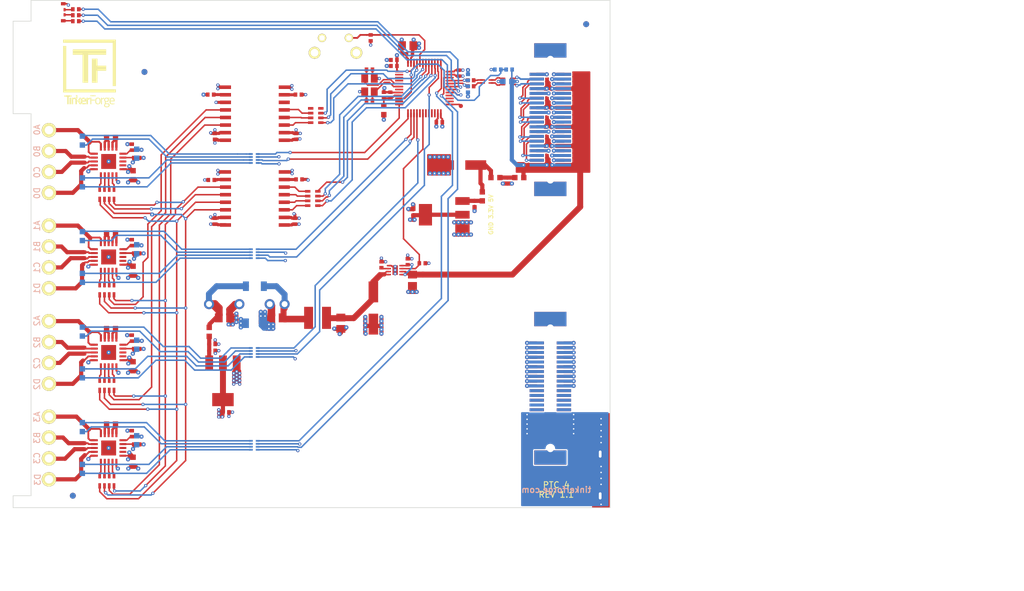
<source format=kicad_pcb>
(kicad_pcb (version 20171130) (host pcbnew 5.1.6-c6e7f7d~86~ubuntu18.04.1)
  (title_block (title "TNG PTC4") (date 2020-09-04) (rev 1.1) (company "Tinkerforge GmbH") (comment 1 "Licensed under CERN OHL v.1.1") (comment 2 "Copyright (©) 2020, B.Nordmeyer <bastian@tinkerforge.com>"))
  (layers (0 F.Cu signal) (1 GND power hide) (2 VCC power hide) (31 B.Cu signal hide) (34 B.Paste user) (35 F.Paste user) (36 B.SilkS user) (37 F.SilkS user) (38 B.Mask user) (39 F.Mask user) (44 Edge.Cuts user))
  (net 0 "")
  (net 1 GND)
  (net 2 3V3)
  (net 3 "Net-(C102-Pad1)")
  (net 4 "Net-(C108-Pad2)")
  (net 5 "Net-(C109-Pad2)")
  (net 6 +5V)
  (net 7 "Net-(C112-Pad1)")
  (net 8 USB-DP)
  (net 9 USB-DM)
  (net 10 5VA)
  (net 11 "Net-(C117-Pad1)")
  (net 12 Earth)
  (net 13 AGND)
  (net 14 "Net-(C202-Pad2)")
  (net 15 "Net-(C203-Pad2)")
  (net 16 "Net-(C210-Pad2)")
  (net 17 "Net-(D203-Pad2)")
  (net 18 "Net-(D203-Pad1)")
  (net 19 "Net-(D204-Pad1)")
  (net 20 "Net-(D204-Pad2)")
  (net 21 "Net-(D205-Pad2)")
  (net 22 "Net-(D205-Pad1)")
  (net 23 "Net-(D206-Pad1)")
  (net 24 "Net-(D206-Pad2)")
  (net 25 "Net-(D207-Pad2)")
  (net 26 "Net-(D207-Pad1)")
  (net 27 "Net-(D208-Pad1)")
  (net 28 "Net-(D208-Pad2)")
  (net 29 "Net-(D209-Pad2)")
  (net 30 "Net-(D209-Pad1)")
  (net 31 "Net-(D210-Pad1)")
  (net 32 "Net-(D210-Pad2)")
  (net 33 "Net-(J103-Pad29)")
  (net 34 "Net-(J103-Pad27)")
  (net 35 "Net-(J103-Pad21)")
  (net 36 "Net-(J103-Pad19)")
  (net 37 "Net-(J103-Pad13)")
  (net 38 "Net-(J103-Pad11)")
  (net 39 "Net-(J103-Pad5)")
  (net 40 "Net-(J103-Pad3)")
  (net 41 "Net-(LED101-Pad4)")
  (net 42 "Net-(LED101-Pad2)")
  (net 43 "Net-(LED101-Pad3)")
  (net 44 LEDR)
  (net 45 "Net-(R203-Pad1)")
  (net 46 "Net-(R204-Pad1)")
  (net 47 LED3)
  (net 48 LED2)
  (net 49 LED5)
  (net 50 LED4)
  (net 51 LED6)
  (net 52 LED7)
  (net 53 LEDG)
  (net 54 LED1)
  (net 55 LED0)
  (net 56 LEDB)
  (net 57 "Net-(C119-Pad2)")
  (net 58 USB-DMA)
  (net 59 USB-DPA)
  (net 60 USB-DMB)
  (net 61 USB-DPB)
  (net 62 AIN0)
  (net 63 USB-DMC)
  (net 64 USB-DPC)
  (net 65 AGNDA)
  (net 66 VCCPWRA)
  (net 67 "Net-(P102-Pad1)")
  (net 68 "Net-(C121-Pad1)")
  (net 69 "Net-(R101-Pad2)")
  (net 70 "Net-(C120-Pad1)")
  (net 71 A5V)
  (net 72 "Net-(C201-Pad2)")
  (net 73 "Net-(C201-Pad1)")
  (net 74 "Net-(C202-Pad1)")
  (net 75 "Net-(C203-Pad1)")
  (net 76 "Net-(C204-Pad1)")
  (net 77 AGND1)
  (net 78 "Net-(C205-Pad1)")
  (net 79 AGND2)
  (net 80 AGND3)
  (net 81 "Net-(C206-Pad1)")
  (net 82 A3V3)
  (net 83 "Net-(C210-Pad1)")
  (net 84 "Net-(C211-Pad1)")
  (net 85 AGND4)
  (net 86 "Net-(C218-Pad1)")
  (net 87 "Net-(J101-Pad22)")
  (net 88 "Net-(J101-Pad24)")
  (net 89 "Net-(J101-Pad26)")
  (net 90 "Net-(J101-Pad28)")
  (net 91 "Net-(J101-Pad30)")
  (net 92 "Net-(J101-Pad21)")
  (net 93 "Net-(J101-Pad23)")
  (net 94 "Net-(J101-Pad25)")
  (net 95 "Net-(J101-Pad27)")
  (net 96 "Net-(J101-Pad29)")
  (net 97 "Net-(J102-Pad22)")
  (net 98 "Net-(J102-Pad24)")
  (net 99 "Net-(J102-Pad26)")
  (net 100 "Net-(J102-Pad28)")
  (net 101 "Net-(J102-Pad30)")
  (net 102 "Net-(J102-Pad21)")
  (net 103 "Net-(J102-Pad23)")
  (net 104 "Net-(J102-Pad25)")
  (net 105 "Net-(J102-Pad27)")
  (net 106 "Net-(J102-Pad29)")
  (net 107 "Net-(J103-Pad37)")
  (net 108 "Net-(J103-Pad35)")
  (net 109 "Net-(P201-Pad1)")
  (net 110 "Net-(P201-Pad4)")
  (net 111 "Net-(P202-Pad4)")
  (net 112 "Net-(P202-Pad1)")
  (net 113 "Net-(P203-Pad1)")
  (net 114 "Net-(P203-Pad4)")
  (net 115 "Net-(P204-Pad4)")
  (net 116 "Net-(P204-Pad1)")
  (net 117 5V-ENABLE)
  (net 118 "Net-(R201-Pad2)")
  (net 119 "Net-(R201-Pad1)")
  (net 120 "Net-(R202-Pad1)")
  (net 121 "Net-(R202-Pad2)")
  (net 122 "Net-(R203-Pad2)")
  (net 123 "Net-(R204-Pad2)")
  (net 124 "Net-(R205-Pad1)")
  (net 125 "Net-(R206-Pad1)")
  (net 126 "Net-(R207-Pad2)")
  (net 127 "Net-(R208-Pad2)")
  (net 128 "Net-(RP205-Pad1)")
  (net 129 "Net-(RP205-Pad2)")
  (net 130 "Net-(RP205-Pad3)")
  (net 131 "Net-(RP205-Pad4)")
  (net 132 SDO)
  (net 133 SDI)
  (net 134 SCLK)
  (net 135 CS0)
  (net 136 "Net-(RP206-Pad1)")
  (net 137 "Net-(RP206-Pad2)")
  (net 138 "Net-(RP206-Pad3)")
  (net 139 "Net-(RP206-Pad4)")
  (net 140 CS1)
  (net 141 CS2)
  (net 142 "Net-(RP207-Pad4)")
  (net 143 "Net-(RP207-Pad3)")
  (net 144 "Net-(RP207-Pad2)")
  (net 145 "Net-(RP207-Pad1)")
  (net 146 CS3)
  (net 147 "Net-(RP208-Pad4)")
  (net 148 "Net-(RP208-Pad3)")
  (net 149 "Net-(RP208-Pad2)")
  (net 150 "Net-(RP208-Pad1)")
  (net 151 "Net-(RP209-Pad1)")
  (net 152 "Net-(RP209-Pad2)")
  (net 153 "Net-(RP209-Pad3)")
  (net 154 "Net-(RP209-Pad4)")
  (net 155 SPI-MISO)
  (net 156 SPI-CS0)
  (net 157 SPI-MOSI)
  (net 158 SPI-CLK)
  (net 159 SPI-CS1)
  (net 160 SPI-CS2)
  (net 161 SPI-CS3)
  (net 162 "Net-(RP210-Pad5)")
  (net 163 "Net-(RP210-Pad4)")
  (net 164 "Net-(RP210-Pad3)")
  (net 165 "Net-(RP210-Pad2)")
  (net 166 "Net-(RP210-Pad1)")
  (net 167 "Net-(U101-Pad2)")
  (net 168 "Net-(U101-Pad3)")
  (net 169 "Net-(U101-Pad4)")
  (net 170 "Net-(U101-Pad7)")
  (net 171 "Net-(U101-Pad11)")
  (net 172 "Net-(U101-Pad17)")
  (net 173 "Net-(U101-Pad19)")
  (net 174 "Net-(U101-Pad20)")
  (net 175 "Net-(U101-Pad21)")
  (net 176 "Net-(U101-Pad22)")
  (net 177 "Net-(U101-Pad26)")
  (net 178 "Net-(U101-Pad27)")
  (net 179 "Net-(U101-Pad28)")
  (net 180 "Net-(U201-Pad17)")
  (net 181 "Net-(U201-Pad18)")
  (net 182 "Net-(U202-Pad18)")
  (net 183 "Net-(U202-Pad17)")
  (net 184 "Net-(U203-Pad17)")
  (net 185 "Net-(U203-Pad18)")
  (net 186 "Net-(U204-Pad18)")
  (net 187 "Net-(U204-Pad17)")
  (net 188 "Net-(U206-Pad6)")
  (module kicad-libraries:SIP7 (layer F.Cu) (at 127.7 113.4 180)
    (fp_text reference U105)
    (fp_text value DNP)
    (pad 6 thru_hole circle (at 5.08 0 180) (size 1.7 1.7) (drill 1) (layers *.Cu *.Mask) (net 71 A5V))
    (pad 4 thru_hole circle (at 0 0 180) (size 1.7 1.7) (drill 1) (layers *.Cu *.Mask) (net 13 AGND))
    (pad 2 thru_hole circle (at -5.08 0 180) (size 1.7 1.7) (drill 1) (layers *.Cu *.Mask) (net 1 GND))
    (pad 1 thru_hole circle (at -7.58 0 180) (size 1.7 1.7) (drill 1) (layers *.Cu *.Mask) (net 68 "Net-(C121-Pad1)"))
  )
  (module kicad-libraries:SOT-223 (layer F.Cu) (at 161.975 98.425 90)
    (fp_text reference U102)
    (fp_text value AZ1117EH)
    (pad 2 smd rect (at 0 -3.0988 90) (size 3.59918 2.19964) (layers F.Cu F.Paste F.Mask) (net 2 3V3))
    (pad 3 smd rect (at 2.30124 3.0988 90) (size 1.30048 2.4003) (layers F.Cu F.Paste F.Mask) (net 11 "Net-(C117-Pad1)"))
    (pad 2 smd rect (at 0 3.0988 90) (size 1.30048 2.4003) (layers F.Cu F.Paste F.Mask) (net 2 3V3))
    (pad 1 smd rect (at -2.30124 3.0988 90) (size 1.30048 2.4003) (layers F.Cu F.Paste F.Mask) (net 1 GND))
  )
  (module kicad-libraries:PE_Hook (layer F.Cu) (at 188.3 139.6)
    (fp_text reference P103)
    (fp_text value PE)
    (pad 1 thru_hole oval (at -0.15 -1.075) (size 1 2) (drill oval 0.45 1.2) (layers *.Cu *.Mask) (net 12 Earth))
    (pad 1 thru_hole oval (at -0.15 5.925) (size 1 2) (drill oval 0.45 1.2) (layers *.Cu *.Mask) (net 12 Earth))
    (pad 1 smd rect (at 0 0) (size 3 15.85) (layers F.Cu) (net 12 Earth))
  )
  (module kicad-libraries:Fiducial_Mark (layer B.Cu) (at 99.8 145.5)
    (fp_text reference Fiducial_Mark hide)
    (fp_text value VAL** hide)
    (pad 1 smd circle (at 0 0) (size 1.00076 1.00076) (layers B.Cu B.Paste B.Mask) (clearance 0.65024))
  )
  (module kicad-libraries:Fiducial_Mark (layer B.Cu) (at 185.8 66.5)
    (fp_text reference Fiducial_Mark hide)
    (fp_text value VAL** hide)
    (pad 1 smd circle (at 0 0) (size 1.00076 1.00076) (layers B.Cu B.Paste B.Mask) (clearance 0.65024))
  )
  (module kicad-libraries:Fiducial_Mark (layer B.Cu) (at 111.8 74.5)
    (fp_text reference Fiducial_Mark hide)
    (fp_text value VAL** hide)
    (pad 1 smd circle (at 0 0) (size 1.00076 1.00076) (layers B.Cu B.Paste B.Mask) (clearance 0.65024))
  )
  (module kicad-libraries:Fiducial_Mark (layer F.Cu) (at 175.8 142.5)
    (fp_text reference Fiducial_Mark hide)
    (fp_text value VAL** hide)
    (pad 1 smd circle (at 0 0) (size 1.00076 1.00076) (layers F.Cu F.Paste F.Mask) (clearance 0.65024))
  )
  (module kicad-libraries:Fiducial_Mark (layer F.Cu) (at 111.8 74.5)
    (fp_text reference Fiducial_Mark hide)
    (fp_text value VAL** hide)
    (pad 1 smd circle (at 0 0) (size 1.00076 1.00076) (layers F.Cu F.Paste F.Mask) (clearance 0.65024))
  )
  (module kicad-libraries:Fiducial_Mark (layer F.Cu) (at 99.8 145.5)
    (fp_text reference Fiducial_Mark hide)
    (fp_text value VAL** hide)
    (pad 1 smd circle (at 0 0) (size 1.00076 1.00076) (layers F.Cu F.Paste F.Mask) (clearance 0.65024))
  )
  (module kicad-libraries:Fiducial_Mark (layer F.Cu) (at 185.8 66.5)
    (fp_text reference Fiducial_Mark hide)
    (fp_text value VAL** hide)
    (pad 1 smd circle (at 0 0) (size 1.00076 1.00076) (layers F.Cu F.Paste F.Mask) (clearance 0.65024))
  )
  (module kicad-libraries:LQFP48 (layer F.Cu) (at 158.7 77.2 270)
    (fp_text reference U101)
    (fp_text value STM32F070CBT6)
    (pad 48 smd rect (at -4.22402 2.74828) (size 0.28956 1.34874) (layers F.Cu F.Paste F.Mask) (net 2 3V3))
    (pad 47 smd rect (at -4.22402 2.2479) (size 0.28956 1.34874) (layers F.Cu F.Paste F.Mask) (net 1 GND))
    (pad 46 smd rect (at -4.22402 1.74752) (size 0.28956 1.34874) (layers F.Cu F.Paste F.Mask) (net 159 SPI-CS1))
    (pad 45 smd rect (at -4.22402 1.24968) (size 0.28956 1.34874) (layers F.Cu F.Paste F.Mask) (net 160 SPI-CS2))
    (pad 44 smd rect (at -4.22402 0.7493) (size 0.28956 1.34874) (layers F.Cu F.Paste F.Mask) (net 69 "Net-(R101-Pad2)"))
    (pad 43 smd rect (at -4.22402 0.24892) (size 0.28956 1.34874) (layers F.Cu F.Paste F.Mask) (net 161 SPI-CS3))
    (pad 42 smd rect (at -4.22402 -0.24892) (size 0.28956 1.34874) (layers F.Cu F.Paste F.Mask) (net 156 SPI-CS0))
    (pad 41 smd rect (at -4.22402 -0.7493) (size 0.28956 1.34874) (layers F.Cu F.Paste F.Mask) (net 157 SPI-MOSI))
    (pad 40 smd rect (at -4.22402 -1.24968) (size 0.28956 1.34874) (layers F.Cu F.Paste F.Mask) (net 155 SPI-MISO))
    (pad 39 smd rect (at -4.22402 -1.74752) (size 0.28956 1.34874) (layers F.Cu F.Paste F.Mask) (net 158 SPI-CLK))
    (pad 38 smd rect (at -4.22402 -2.2479) (size 0.28956 1.34874) (layers F.Cu F.Paste F.Mask) (net 49 LED5))
    (pad 37 smd rect (at -4.22402 -2.74828) (size 0.28956 1.34874) (layers F.Cu F.Paste F.Mask) (net 51 LED6))
    (pad 36 smd rect (at -2.74828 -4.22402 270) (size 0.28956 1.34874) (layers F.Cu F.Paste F.Mask) (net 2 3V3))
    (pad 35 smd rect (at -2.2479 -4.22402 270) (size 0.28956 1.34874) (layers F.Cu F.Paste F.Mask) (net 1 GND))
    (pad 34 smd rect (at -1.74752 -4.22402 270) (size 0.28956 1.34874) (layers F.Cu F.Paste F.Mask) (net 52 LED7))
    (pad 33 smd rect (at -1.24968 -4.22402 270) (size 0.28956 1.34874) (layers F.Cu F.Paste F.Mask) (net 8 USB-DP))
    (pad 32 smd rect (at -0.7493 -4.22402 270) (size 0.28956 1.34874) (layers F.Cu F.Paste F.Mask) (net 9 USB-DM))
    (pad 31 smd rect (at -0.24892 -4.22402 270) (size 0.28956 1.34874) (layers F.Cu F.Paste F.Mask) (net 56 LEDB))
    (pad 30 smd rect (at 0.24892 -4.22402 270) (size 0.28956 1.34874) (layers F.Cu F.Paste F.Mask) (net 53 LEDG))
    (pad 29 smd rect (at 0.7493 -4.22402 270) (size 0.28956 1.34874) (layers F.Cu F.Paste F.Mask) (net 44 LEDR))
    (pad 28 smd rect (at 1.24968 -4.22402 270) (size 0.28956 1.34874) (layers F.Cu F.Paste F.Mask) (net 179 "Net-(U101-Pad28)"))
    (pad 27 smd rect (at 1.74752 -4.22402 270) (size 0.28956 1.34874) (layers F.Cu F.Paste F.Mask) (net 178 "Net-(U101-Pad27)"))
    (pad 26 smd rect (at 2.2479 -4.22402 270) (size 0.28956 1.34874) (layers F.Cu F.Paste F.Mask) (net 177 "Net-(U101-Pad26)"))
    (pad 25 smd rect (at 2.74828 -4.22402 270) (size 0.28956 1.34874) (layers F.Cu F.Paste F.Mask) (net 67 "Net-(P102-Pad1)"))
    (pad 24 smd rect (at 4.22402 -2.74828 180) (size 0.28956 1.34874) (layers F.Cu F.Paste F.Mask) (net 2 3V3))
    (pad 23 smd rect (at 4.22402 -2.2479 180) (size 0.28956 1.34874) (layers F.Cu F.Paste F.Mask) (net 1 GND))
    (pad 22 smd rect (at 4.22402 -1.74752 180) (size 0.28956 1.34874) (layers F.Cu F.Paste F.Mask) (net 176 "Net-(U101-Pad22)"))
    (pad 21 smd rect (at 4.22402 -1.24968 180) (size 0.28956 1.34874) (layers F.Cu F.Paste F.Mask) (net 175 "Net-(U101-Pad21)"))
    (pad 20 smd rect (at 4.22402 -0.7493 180) (size 0.28956 1.34874) (layers F.Cu F.Paste F.Mask) (net 174 "Net-(U101-Pad20)"))
    (pad 19 smd rect (at 4.22402 -0.24892 180) (size 0.28956 1.34874) (layers F.Cu F.Paste F.Mask) (net 173 "Net-(U101-Pad19)"))
    (pad 18 smd rect (at 4.22402 0.24892 180) (size 0.28956 1.34874) (layers F.Cu F.Paste F.Mask) (net 117 5V-ENABLE))
    (pad 17 smd rect (at 4.22402 0.7493 180) (size 0.28956 1.34874) (layers F.Cu F.Paste F.Mask) (net 172 "Net-(U101-Pad17)"))
    (pad 16 smd rect (at 4.22402 1.24968 180) (size 0.28956 1.34874) (layers F.Cu F.Paste F.Mask) (net 50 LED4))
    (pad 15 smd rect (at 4.22402 1.74752 180) (size 0.28956 1.34874) (layers F.Cu F.Paste F.Mask) (net 47 LED3))
    (pad 14 smd rect (at 4.22402 2.2479 180) (size 0.28956 1.34874) (layers F.Cu F.Paste F.Mask) (net 48 LED2))
    (pad 13 smd rect (at 4.22402 2.74828 180) (size 0.28956 1.34874) (layers F.Cu F.Paste F.Mask) (net 54 LED1))
    (pad 12 smd rect (at 2.74828 4.22402 90) (size 0.28956 1.34874) (layers F.Cu F.Paste F.Mask) (net 55 LED0))
    (pad 11 smd rect (at 2.2479 4.22402 90) (size 0.28956 1.34874) (layers F.Cu F.Paste F.Mask) (net 171 "Net-(U101-Pad11)"))
    (pad 10 smd rect (at 1.74752 4.22402 90) (size 0.28956 1.34874) (layers F.Cu F.Paste F.Mask) (net 62 AIN0))
    (pad 9 smd rect (at 1.24968 4.22402 90) (size 0.28956 1.34874) (layers F.Cu F.Paste F.Mask) (net 3 "Net-(C102-Pad1)"))
    (pad 8 smd rect (at 0.7493 4.22402 90) (size 0.28956 1.34874) (layers F.Cu F.Paste F.Mask) (net 1 GND))
    (pad 7 smd rect (at 0.24892 4.22402 90) (size 0.28956 1.34874) (layers F.Cu F.Paste F.Mask) (net 170 "Net-(U101-Pad7)"))
    (pad 6 smd rect (at -0.24892 4.22402 90) (size 0.28956 1.34874) (layers F.Cu F.Paste F.Mask) (net 5 "Net-(C109-Pad2)"))
    (pad 5 smd rect (at -0.7493 4.22402 90) (size 0.28956 1.34874) (layers F.Cu F.Paste F.Mask) (net 4 "Net-(C108-Pad2)"))
    (pad 4 smd rect (at -1.24968 4.22402 90) (size 0.28956 1.34874) (layers F.Cu F.Paste F.Mask) (net 169 "Net-(U101-Pad4)"))
    (pad 3 smd rect (at -1.74752 4.22402 90) (size 0.28956 1.34874) (layers F.Cu F.Paste F.Mask) (net 168 "Net-(U101-Pad3)"))
    (pad 2 smd rect (at -2.2479 4.22402 90) (size 0.28956 1.34874) (layers F.Cu F.Paste F.Mask) (net 167 "Net-(U101-Pad2)"))
    (pad 1 smd rect (at -2.74828 4.22402 90) (size 0.28956 1.34874) (layers F.Cu F.Paste F.Mask) (net 2 3V3))
  )
  (module kicad-libraries:CRYSTAL_3225 (layer F.Cu) (at 149.5 76.7 90)
    (fp_text reference X101)
    (fp_text value 8MHz)
    (pad 3 smd rect (at 1.09982 0.8001 90) (size 1.39954 1.15062) (layers F.Cu F.Paste F.Mask) (net 1 GND))
    (pad 1 smd rect (at -1.09982 0.8001 90) (size 1.39954 1.15062) (layers F.Cu F.Paste F.Mask) (net 5 "Net-(C109-Pad2)"))
    (pad 2 smd rect (at 1.09982 -0.8001 90) (size 1.39954 1.15062) (layers F.Cu F.Paste F.Mask) (net 4 "Net-(C108-Pad2)"))
    (pad 3 smd rect (at -1.09982 -0.8001 90) (size 1.39954 1.15062) (layers F.Cu F.Paste F.Mask) (net 1 GND))
  )
  (module kicad-libraries:4X0402 (layer B.Cu) (at 130.2 89 270)
    (fp_text reference RP201)
    (fp_text value 470)
    (pad 8 smd rect (at -0.7493 0.575 270) (size 0.29972 0.65) (layers B.Cu B.Paste B.Mask) (net 17 "Net-(D203-Pad2)"))
    (pad 7 smd rect (at -0.24892 0.575 270) (size 0.29972 0.65) (layers B.Cu B.Paste B.Mask) (net 18 "Net-(D203-Pad1)"))
    (pad 6 smd rect (at 0.24892 0.575 270) (size 0.29972 0.65) (layers B.Cu B.Paste B.Mask) (net 20 "Net-(D204-Pad2)"))
    (pad 5 smd rect (at 0.7493 0.575 270) (size 0.29972 0.65) (layers B.Cu B.Paste B.Mask) (net 19 "Net-(D204-Pad1)"))
    (pad 4 smd rect (at 0.7493 -0.575 90) (size 0.29972 0.65) (layers B.Cu B.Paste B.Mask) (net 2 3V3))
    (pad 3 smd rect (at 0.24892 -0.575 90) (size 0.29972 0.65) (layers B.Cu B.Paste B.Mask) (net 54 LED1))
    (pad 2 smd rect (at -0.24892 -0.575 90) (size 0.29972 0.65) (layers B.Cu B.Paste B.Mask) (net 2 3V3))
    (pad 1 smd rect (at -0.7493 -0.575 90) (size 0.29972 0.65) (layers B.Cu B.Paste B.Mask) (net 55 LED0))
  )
  (module kicad-libraries:4X0402 (layer B.Cu) (at 130.2 104.95 270)
    (fp_text reference RP202)
    (fp_text value 470)
    (pad 8 smd rect (at -0.7493 0.575 270) (size 0.29972 0.65) (layers B.Cu B.Paste B.Mask) (net 21 "Net-(D205-Pad2)"))
    (pad 7 smd rect (at -0.24892 0.575 270) (size 0.29972 0.65) (layers B.Cu B.Paste B.Mask) (net 22 "Net-(D205-Pad1)"))
    (pad 6 smd rect (at 0.24892 0.575 270) (size 0.29972 0.65) (layers B.Cu B.Paste B.Mask) (net 24 "Net-(D206-Pad2)"))
    (pad 5 smd rect (at 0.7493 0.575 270) (size 0.29972 0.65) (layers B.Cu B.Paste B.Mask) (net 23 "Net-(D206-Pad1)"))
    (pad 4 smd rect (at 0.7493 -0.575 90) (size 0.29972 0.65) (layers B.Cu B.Paste B.Mask) (net 2 3V3))
    (pad 3 smd rect (at 0.24892 -0.575 90) (size 0.29972 0.65) (layers B.Cu B.Paste B.Mask) (net 47 LED3))
    (pad 2 smd rect (at -0.24892 -0.575 90) (size 0.29972 0.65) (layers B.Cu B.Paste B.Mask) (net 2 3V3))
    (pad 1 smd rect (at -0.7493 -0.575 90) (size 0.29972 0.65) (layers B.Cu B.Paste B.Mask) (net 48 LED2))
  )
  (module kicad-libraries:4X0402 (layer B.Cu) (at 130.2 121.5 270)
    (fp_text reference RP203)
    (fp_text value 470)
    (pad 8 smd rect (at -0.7493 0.575 270) (size 0.29972 0.65) (layers B.Cu B.Paste B.Mask) (net 25 "Net-(D207-Pad2)"))
    (pad 7 smd rect (at -0.24892 0.575 270) (size 0.29972 0.65) (layers B.Cu B.Paste B.Mask) (net 26 "Net-(D207-Pad1)"))
    (pad 6 smd rect (at 0.24892 0.575 270) (size 0.29972 0.65) (layers B.Cu B.Paste B.Mask) (net 28 "Net-(D208-Pad2)"))
    (pad 5 smd rect (at 0.7493 0.575 270) (size 0.29972 0.65) (layers B.Cu B.Paste B.Mask) (net 27 "Net-(D208-Pad1)"))
    (pad 4 smd rect (at 0.7493 -0.575 90) (size 0.29972 0.65) (layers B.Cu B.Paste B.Mask) (net 2 3V3))
    (pad 3 smd rect (at 0.24892 -0.575 90) (size 0.29972 0.65) (layers B.Cu B.Paste B.Mask) (net 49 LED5))
    (pad 2 smd rect (at -0.24892 -0.575 90) (size 0.29972 0.65) (layers B.Cu B.Paste B.Mask) (net 2 3V3))
    (pad 1 smd rect (at -0.7493 -0.575 90) (size 0.29972 0.65) (layers B.Cu B.Paste B.Mask) (net 50 LED4))
  )
  (module kicad-libraries:4X0402 (layer B.Cu) (at 130.2 137.05 270)
    (fp_text reference RP204)
    (fp_text value 470)
    (pad 8 smd rect (at -0.7493 0.575 270) (size 0.29972 0.65) (layers B.Cu B.Paste B.Mask) (net 29 "Net-(D209-Pad2)"))
    (pad 7 smd rect (at -0.24892 0.575 270) (size 0.29972 0.65) (layers B.Cu B.Paste B.Mask) (net 30 "Net-(D209-Pad1)"))
    (pad 6 smd rect (at 0.24892 0.575 270) (size 0.29972 0.65) (layers B.Cu B.Paste B.Mask) (net 32 "Net-(D210-Pad2)"))
    (pad 5 smd rect (at 0.7493 0.575 270) (size 0.29972 0.65) (layers B.Cu B.Paste B.Mask) (net 31 "Net-(D210-Pad1)"))
    (pad 4 smd rect (at 0.7493 -0.575 90) (size 0.29972 0.65) (layers B.Cu B.Paste B.Mask) (net 2 3V3))
    (pad 3 smd rect (at 0.24892 -0.575 90) (size 0.29972 0.65) (layers B.Cu B.Paste B.Mask) (net 52 LED7))
    (pad 2 smd rect (at -0.24892 -0.575 90) (size 0.29972 0.65) (layers B.Cu B.Paste B.Mask) (net 2 3V3))
    (pad 1 smd rect (at -0.7493 -0.575 90) (size 0.29972 0.65) (layers B.Cu B.Paste B.Mask) (net 51 LED6))
  )
  (module kicad-libraries:Logo_TF_10x12 (layer F.Cu) (at 102.6 74.6)
    (fp_text reference G*** hide)
    (fp_text value LOGO hide)
  )
  (module kicad-libraries:DEBUG_PAD (layer F.Cu) (at 164.8 80.2)
    (fp_text reference P102)
    (fp_text value Debug)
    (pad 1 smd circle (at 0 0) (size 0.7 0.7) (layers F.Cu F.Paste F.Mask) (net 67 "Net-(P102-Pad1)"))
  )
  (module kicad-libraries:TACT-6MM-HOR (layer F.Cu) (at 143.8 68.8)
    (fp_text reference SW101)
    (fp_text value BOOT)
    (pad 2 thru_hole circle (at 2.25 0) (size 1.4 1.4) (drill 0.9) (layers *.Cu *.Mask F.SilkS) (net 69 "Net-(R101-Pad2)"))
    (pad 1 thru_hole circle (at -2.25 0) (size 1.4 1.4) (drill 0.9) (layers *.Cu *.Mask F.SilkS) (net 2 3V3))
    (pad "" thru_hole circle (at 3.5 2.49) (size 2 2) (drill 1.3) (layers *.Cu *.Mask F.SilkS))
    (pad "" thru_hole circle (at -3.5 2.49) (size 2 2) (drill 1.3) (layers *.Cu *.Mask F.SilkS))
  )
  (module kicad-libraries:C0805E (layer F.Cu) (at 134 115.7 180)
    (fp_text reference C121)
    (fp_text value 4.7uF/16V)
    (pad 2 smd rect (at 0.95 0 180) (size 1.3 1.5) (layers F.Cu F.Paste F.Mask) (net 1 GND) (clearance 0.14986))
    (pad 1 smd rect (at -0.95 0 180) (size 1.3 1.5) (layers F.Cu F.Paste F.Mask) (net 68 "Net-(C121-Pad1)") (clearance 0.14986))
  )
  (module kicad-libraries:C0805E (layer F.Cu) (at 125.2 115.7)
    (fp_text reference C122)
    (fp_text value 4.7uF/16V)
    (pad 2 smd rect (at 0.95 0) (size 1.3 1.5) (layers F.Cu F.Paste F.Mask) (net 13 AGND) (clearance 0.14986))
    (pad 1 smd rect (at -0.95 0) (size 1.3 1.5) (layers F.Cu F.Paste F.Mask) (net 71 A5V) (clearance 0.14986))
  )
  (module kicad-libraries:C0805E (layer F.Cu) (at 144.7 116.6 270)
    (fp_text reference C126)
    (fp_text value 4.7uF/16V)
    (pad 2 smd rect (at 0.95 0 270) (size 1.3 1.5) (layers F.Cu F.Paste F.Mask) (net 1 GND) (clearance 0.14986))
    (pad 1 smd rect (at -0.95 0 270) (size 1.3 1.5) (layers F.Cu F.Paste F.Mask) (net 70 "Net-(C120-Pad1)") (clearance 0.14986))
  )
  (module kicad-libraries:NR4040 (layer F.Cu) (at 140.8 115.7)
    (fp_text reference L106)
    (fp_text value 6.8uH)
    (pad 2 smd rect (at -1.5 0) (size 1.5 3.70078) (layers F.Cu F.Paste F.Mask) (net 68 "Net-(C121-Pad1)"))
    (pad 1 smd rect (at 1.5 0) (size 1.5 3.70078) (layers F.Cu F.Paste F.Mask) (net 70 "Net-(C120-Pad1)"))
  )
  (module kicad-libraries:R0603F (layer F.Cu) (at 109.9 91.8 270)
    (fp_text reference L201)
    (fp_text value FB)
    (pad 2 smd rect (at 0.75 0 270) (size 0.9 0.9) (layers F.Cu F.Paste F.Mask) (net 13 AGND))
    (pad 1 smd rect (at -0.75 0 270) (size 0.9 0.9) (layers F.Cu F.Paste F.Mask) (net 77 AGND1))
  )
  (module kicad-libraries:R0603F (layer F.Cu) (at 109.9 107.8 270)
    (fp_text reference L202)
    (fp_text value FB)
    (pad 2 smd rect (at 0.75 0 270) (size 0.9 0.9) (layers F.Cu F.Paste F.Mask) (net 13 AGND))
    (pad 1 smd rect (at -0.75 0 270) (size 0.9 0.9) (layers F.Cu F.Paste F.Mask) (net 79 AGND2))
  )
  (module kicad-libraries:R0603F (layer B.Cu) (at 110.5 88.2 270)
    (fp_text reference L203)
    (fp_text value FB)
    (pad 2 smd rect (at 0.75 0 270) (size 0.9 0.9) (layers B.Cu B.Paste B.Mask) (net 82 A3V3))
    (pad 1 smd rect (at -0.75 0 270) (size 0.9 0.9) (layers B.Cu B.Paste B.Mask) (net 76 "Net-(C204-Pad1)"))
  )
  (module kicad-libraries:R0603F (layer B.Cu) (at 110.5 104.2 270)
    (fp_text reference L204)
    (fp_text value FB)
    (pad 2 smd rect (at 0.75 0 270) (size 0.9 0.9) (layers B.Cu B.Paste B.Mask) (net 82 A3V3))
    (pad 1 smd rect (at -0.75 0 270) (size 0.9 0.9) (layers B.Cu B.Paste B.Mask) (net 78 "Net-(C205-Pad1)"))
  )
  (module kicad-libraries:R0603F (layer F.Cu) (at 109.9 123.8 270)
    (fp_text reference L205)
    (fp_text value FB)
    (pad 2 smd rect (at 0.75 0 270) (size 0.9 0.9) (layers F.Cu F.Paste F.Mask) (net 13 AGND))
    (pad 1 smd rect (at -0.75 0 270) (size 0.9 0.9) (layers F.Cu F.Paste F.Mask) (net 80 AGND3))
  )
  (module kicad-libraries:R0603F (layer B.Cu) (at 110.5 120.2 270)
    (fp_text reference L206)
    (fp_text value FB)
    (pad 2 smd rect (at 0.75 0 270) (size 0.9 0.9) (layers B.Cu B.Paste B.Mask) (net 82 A3V3))
    (pad 1 smd rect (at -0.75 0 270) (size 0.9 0.9) (layers B.Cu B.Paste B.Mask) (net 81 "Net-(C206-Pad1)"))
  )
  (module kicad-libraries:R0603F (layer F.Cu) (at 109.9 139.8 270)
    (fp_text reference L207)
    (fp_text value FB)
    (pad 2 smd rect (at 0.75 0 270) (size 0.9 0.9) (layers F.Cu F.Paste F.Mask) (net 13 AGND))
    (pad 1 smd rect (at -0.75 0 270) (size 0.9 0.9) (layers F.Cu F.Paste F.Mask) (net 85 AGND4))
  )
  (module kicad-libraries:R0603F (layer B.Cu) (at 110.5 136.2 270)
    (fp_text reference L208)
    (fp_text value FB)
    (pad 2 smd rect (at 0.75 0 270) (size 0.9 0.9) (layers B.Cu B.Paste B.Mask) (net 82 A3V3))
    (pad 1 smd rect (at -0.75 0 270) (size 0.9 0.9) (layers B.Cu B.Paste B.Mask) (net 84 "Net-(C211-Pad1)"))
  )
  (module kicad-libraries:R1206 (layer B.Cu) (at 130.3 110.4)
    (fp_text reference R110)
    (fp_text value 0)
    (pad 2 smd rect (at 1.50114 0) (size 1.00076 1.6002) (layers B.Cu B.Paste B.Mask) (net 68 "Net-(C121-Pad1)"))
    (pad 1 smd rect (at -1.50114 0) (size 1.00076 1.6002) (layers B.Cu B.Paste B.Mask) (net 71 A5V))
  )
  (module kicad-libraries:R1206 (layer B.Cu) (at 130.3 116.6)
    (fp_text reference R111)
    (fp_text value 0)
    (pad 2 smd rect (at 1.50114 0) (size 1.00076 1.6002) (layers B.Cu B.Paste B.Mask) (net 1 GND))
    (pad 1 smd rect (at -1.50114 0) (size 1.00076 1.6002) (layers B.Cu B.Paste B.Mask) (net 13 AGND))
  )
  (module kicad-libraries:R0603F (layer F.Cu) (at 106.2 85.5)
    (fp_text reference R201)
    (fp_text value "390/3900 0.1%")
    (pad 2 smd rect (at 0.75 0) (size 0.9 0.9) (layers F.Cu F.Paste F.Mask) (net 118 "Net-(R201-Pad2)"))
    (pad 1 smd rect (at -0.75 0) (size 0.9 0.9) (layers F.Cu F.Paste F.Mask) (net 119 "Net-(R201-Pad1)"))
  )
  (module kicad-libraries:R0603F (layer F.Cu) (at 106.2 101.5)
    (fp_text reference R202)
    (fp_text value "390/3900 0.1%")
    (pad 2 smd rect (at 0.75 0) (size 0.9 0.9) (layers F.Cu F.Paste F.Mask) (net 121 "Net-(R202-Pad2)"))
    (pad 1 smd rect (at -0.75 0) (size 0.9 0.9) (layers F.Cu F.Paste F.Mask) (net 120 "Net-(R202-Pad1)"))
  )
  (module kicad-libraries:R0603F (layer F.Cu) (at 106.2 117.5)
    (fp_text reference R203)
    (fp_text value "390/3900 0.1%")
    (pad 2 smd rect (at 0.75 0) (size 0.9 0.9) (layers F.Cu F.Paste F.Mask) (net 122 "Net-(R203-Pad2)"))
    (pad 1 smd rect (at -0.75 0) (size 0.9 0.9) (layers F.Cu F.Paste F.Mask) (net 45 "Net-(R203-Pad1)"))
  )
  (module kicad-libraries:R0603F (layer F.Cu) (at 106.2 133.5)
    (fp_text reference R204)
    (fp_text value "390/3900 0.1%")
    (pad 2 smd rect (at 0.75 0) (size 0.9 0.9) (layers F.Cu F.Paste F.Mask) (net 123 "Net-(R204-Pad2)"))
    (pad 1 smd rect (at -0.75 0) (size 0.9 0.9) (layers F.Cu F.Paste F.Mask) (net 46 "Net-(R204-Pad1)"))
  )
  (module kicad-libraries:R0402F (layer F.Cu) (at 123 92.6 180)
    (fp_text reference R205)
    (fp_text value 0)
    (pad 1 smd rect (at -0.5 0 180) (size 0.6 0.7) (layers F.Cu F.Paste F.Mask) (net 124 "Net-(R205-Pad1)"))
    (pad 2 smd rect (at 0.5 0 180) (size 0.6 0.7) (layers F.Cu F.Paste F.Mask) (net 82 A3V3))
  )
  (module kicad-libraries:R0402F (layer F.Cu) (at 122.9 78.3 180)
    (fp_text reference R206)
    (fp_text value 0)
    (pad 1 smd rect (at -0.5 0 180) (size 0.6 0.7) (layers F.Cu F.Paste F.Mask) (net 125 "Net-(R206-Pad1)"))
    (pad 2 smd rect (at 0.5 0 180) (size 0.6 0.7) (layers F.Cu F.Paste F.Mask) (net 82 A3V3))
  )
  (module kicad-libraries:R0402F (layer F.Cu) (at 137.7 92.5 180)
    (fp_text reference R207)
    (fp_text value 0)
    (pad 1 smd rect (at -0.5 0 180) (size 0.6 0.7) (layers F.Cu F.Paste F.Mask) (net 2 3V3))
    (pad 2 smd rect (at 0.5 0 180) (size 0.6 0.7) (layers F.Cu F.Paste F.Mask) (net 126 "Net-(R207-Pad2)"))
  )
  (module kicad-libraries:R0402F (layer F.Cu) (at 137.6 78.3 180)
    (fp_text reference R208)
    (fp_text value 0)
    (pad 1 smd rect (at -0.5 0 180) (size 0.6 0.7) (layers F.Cu F.Paste F.Mask) (net 2 3V3))
    (pad 2 smd rect (at 0.5 0 180) (size 0.6 0.7) (layers F.Cu F.Paste F.Mask) (net 127 "Net-(R208-Pad2)"))
  )
  (module kicad-libraries:4X0603 (layer F.Cu) (at 105.5 95)
    (fp_text reference RP205)
    (fp_text value 180)
    (pad 8 smd rect (at -1.19888 0.8509) (size 0.44958 0.89916) (layers F.Cu F.Paste F.Mask) (net 133 SDI))
    (pad 7 smd rect (at -0.39878 0.8509) (size 0.44958 0.89916) (layers F.Cu F.Paste F.Mask) (net 134 SCLK))
    (pad 6 smd rect (at 0.39878 0.8509) (size 0.44958 0.89916) (layers F.Cu F.Paste F.Mask) (net 135 CS0))
    (pad 5 smd rect (at 1.19888 0.8509) (size 0.44958 0.89916) (layers F.Cu F.Paste F.Mask) (net 132 SDO))
    (pad 4 smd rect (at 1.19888 -0.8509) (size 0.44958 0.89916) (layers F.Cu F.Paste F.Mask) (net 131 "Net-(RP205-Pad4)"))
    (pad 3 smd rect (at 0.39878 -0.8509) (size 0.44958 0.89916) (layers F.Cu F.Paste F.Mask) (net 130 "Net-(RP205-Pad3)"))
    (pad 2 smd rect (at -0.39878 -0.8509) (size 0.44958 0.89916) (layers F.Cu F.Paste F.Mask) (net 129 "Net-(RP205-Pad2)"))
    (pad 1 smd rect (at -1.19888 -0.8509) (size 0.44958 0.89916) (layers F.Cu F.Paste F.Mask) (net 128 "Net-(RP205-Pad1)"))
  )
  (module kicad-libraries:4X0603 (layer F.Cu) (at 105.5 111)
    (fp_text reference RP206)
    (fp_text value 180)
    (pad 8 smd rect (at -1.19888 0.8509) (size 0.44958 0.89916) (layers F.Cu F.Paste F.Mask) (net 133 SDI))
    (pad 7 smd rect (at -0.39878 0.8509) (size 0.44958 0.89916) (layers F.Cu F.Paste F.Mask) (net 134 SCLK))
    (pad 6 smd rect (at 0.39878 0.8509) (size 0.44958 0.89916) (layers F.Cu F.Paste F.Mask) (net 140 CS1))
    (pad 5 smd rect (at 1.19888 0.8509) (size 0.44958 0.89916) (layers F.Cu F.Paste F.Mask) (net 132 SDO))
    (pad 4 smd rect (at 1.19888 -0.8509) (size 0.44958 0.89916) (layers F.Cu F.Paste F.Mask) (net 139 "Net-(RP206-Pad4)"))
    (pad 3 smd rect (at 0.39878 -0.8509) (size 0.44958 0.89916) (layers F.Cu F.Paste F.Mask) (net 138 "Net-(RP206-Pad3)"))
    (pad 2 smd rect (at -0.39878 -0.8509) (size 0.44958 0.89916) (layers F.Cu F.Paste F.Mask) (net 137 "Net-(RP206-Pad2)"))
    (pad 1 smd rect (at -1.19888 -0.8509) (size 0.44958 0.89916) (layers F.Cu F.Paste F.Mask) (net 136 "Net-(RP206-Pad1)"))
  )
  (module kicad-libraries:4X0603 (layer F.Cu) (at 105.5 127)
    (fp_text reference RP207)
    (fp_text value 180)
    (pad 8 smd rect (at -1.19888 0.8509) (size 0.44958 0.89916) (layers F.Cu F.Paste F.Mask) (net 133 SDI))
    (pad 7 smd rect (at -0.39878 0.8509) (size 0.44958 0.89916) (layers F.Cu F.Paste F.Mask) (net 134 SCLK))
    (pad 6 smd rect (at 0.39878 0.8509) (size 0.44958 0.89916) (layers F.Cu F.Paste F.Mask) (net 141 CS2))
    (pad 5 smd rect (at 1.19888 0.8509) (size 0.44958 0.89916) (layers F.Cu F.Paste F.Mask) (net 132 SDO))
    (pad 4 smd rect (at 1.19888 -0.8509) (size 0.44958 0.89916) (layers F.Cu F.Paste F.Mask) (net 142 "Net-(RP207-Pad4)"))
    (pad 3 smd rect (at 0.39878 -0.8509) (size 0.44958 0.89916) (layers F.Cu F.Paste F.Mask) (net 143 "Net-(RP207-Pad3)"))
    (pad 2 smd rect (at -0.39878 -0.8509) (size 0.44958 0.89916) (layers F.Cu F.Paste F.Mask) (net 144 "Net-(RP207-Pad2)"))
    (pad 1 smd rect (at -1.19888 -0.8509) (size 0.44958 0.89916) (layers F.Cu F.Paste F.Mask) (net 145 "Net-(RP207-Pad1)"))
  )
  (module kicad-libraries:4X0603 (layer F.Cu) (at 105.5 143)
    (fp_text reference RP208)
    (fp_text value 180)
    (pad 8 smd rect (at -1.19888 0.8509) (size 0.44958 0.89916) (layers F.Cu F.Paste F.Mask) (net 133 SDI))
    (pad 7 smd rect (at -0.39878 0.8509) (size 0.44958 0.89916) (layers F.Cu F.Paste F.Mask) (net 134 SCLK))
    (pad 6 smd rect (at 0.39878 0.8509) (size 0.44958 0.89916) (layers F.Cu F.Paste F.Mask) (net 146 CS3))
    (pad 5 smd rect (at 1.19888 0.8509) (size 0.44958 0.89916) (layers F.Cu F.Paste F.Mask) (net 132 SDO))
    (pad 4 smd rect (at 1.19888 -0.8509) (size 0.44958 0.89916) (layers F.Cu F.Paste F.Mask) (net 147 "Net-(RP208-Pad4)"))
    (pad 3 smd rect (at 0.39878 -0.8509) (size 0.44958 0.89916) (layers F.Cu F.Paste F.Mask) (net 148 "Net-(RP208-Pad3)"))
    (pad 2 smd rect (at -0.39878 -0.8509) (size 0.44958 0.89916) (layers F.Cu F.Paste F.Mask) (net 149 "Net-(RP208-Pad2)"))
    (pad 1 smd rect (at -1.19888 -0.8509) (size 0.44958 0.89916) (layers F.Cu F.Paste F.Mask) (net 150 "Net-(RP208-Pad1)"))
  )
  (module kicad-libraries:4X0603 (layer F.Cu) (at 140 95.7 90)
    (fp_text reference RP209)
    (fp_text value 180)
    (pad 8 smd rect (at -1.19888 0.8509 90) (size 0.44958 0.89916) (layers F.Cu F.Paste F.Mask) (net 158 SPI-CLK))
    (pad 7 smd rect (at -0.39878 0.8509 90) (size 0.44958 0.89916) (layers F.Cu F.Paste F.Mask) (net 157 SPI-MOSI))
    (pad 6 smd rect (at 0.39878 0.8509 90) (size 0.44958 0.89916) (layers F.Cu F.Paste F.Mask) (net 156 SPI-CS0))
    (pad 5 smd rect (at 1.19888 0.8509 90) (size 0.44958 0.89916) (layers F.Cu F.Paste F.Mask) (net 155 SPI-MISO))
    (pad 4 smd rect (at 1.19888 -0.8509 90) (size 0.44958 0.89916) (layers F.Cu F.Paste F.Mask) (net 154 "Net-(RP209-Pad4)"))
    (pad 3 smd rect (at 0.39878 -0.8509 90) (size 0.44958 0.89916) (layers F.Cu F.Paste F.Mask) (net 153 "Net-(RP209-Pad3)"))
    (pad 2 smd rect (at -0.39878 -0.8509 90) (size 0.44958 0.89916) (layers F.Cu F.Paste F.Mask) (net 152 "Net-(RP209-Pad2)"))
    (pad 1 smd rect (at -1.19888 -0.8509 90) (size 0.44958 0.89916) (layers F.Cu F.Paste F.Mask) (net 151 "Net-(RP209-Pad1)"))
  )
  (module kicad-libraries:4X0603 (layer F.Cu) (at 140.5 81.8 90)
    (fp_text reference RP210)
    (fp_text value 180)
    (pad 8 smd rect (at -1.19888 0.8509 90) (size 0.44958 0.89916) (layers F.Cu F.Paste F.Mask) (net 161 SPI-CS3))
    (pad 7 smd rect (at -0.39878 0.8509 90) (size 0.44958 0.89916) (layers F.Cu F.Paste F.Mask) (net 160 SPI-CS2))
    (pad 6 smd rect (at 0.39878 0.8509 90) (size 0.44958 0.89916) (layers F.Cu F.Paste F.Mask) (net 159 SPI-CS1))
    (pad 5 smd rect (at 1.19888 0.8509 90) (size 0.44958 0.89916) (layers F.Cu F.Paste F.Mask) (net 162 "Net-(RP210-Pad5)"))
    (pad 4 smd rect (at 1.19888 -0.8509 90) (size 0.44958 0.89916) (layers F.Cu F.Paste F.Mask) (net 163 "Net-(RP210-Pad4)"))
    (pad 3 smd rect (at 0.39878 -0.8509 90) (size 0.44958 0.89916) (layers F.Cu F.Paste F.Mask) (net 164 "Net-(RP210-Pad3)"))
    (pad 2 smd rect (at -0.39878 -0.8509 90) (size 0.44958 0.89916) (layers F.Cu F.Paste F.Mask) (net 165 "Net-(RP210-Pad2)"))
    (pad 1 smd rect (at -1.19888 -0.8509 90) (size 0.44958 0.89916) (layers F.Cu F.Paste F.Mask) (net 166 "Net-(RP210-Pad1)"))
  )
  (module kicad-libraries:WSON8-2x2 (layer F.Cu) (at 153.8 107.7 180)
    (fp_text reference U104)
    (fp_text value TPS22975)
    (pad 1 smd rect (at -1.05 -0.75 180) (size 0.7 0.25) (layers F.Cu F.Paste F.Mask) (net 10 5VA))
    (pad 2 smd rect (at -1.05 -0.25 180) (size 0.7 0.25) (layers F.Cu F.Paste F.Mask) (net 10 5VA))
    (pad 3 smd rect (at -1.05 0.25 180) (size 0.7 0.25) (layers F.Cu F.Paste F.Mask) (net 117 5V-ENABLE))
    (pad 4 smd rect (at -1.05 0.75 180) (size 0.7 0.25) (layers F.Cu F.Paste F.Mask) (net 10 5VA))
    (pad 5 smd rect (at 1.05 0.75 180) (size 0.7 0.25) (layers F.Cu F.Paste F.Mask) (net 1 GND))
    (pad 6 smd rect (at 1.05 0.25 180) (size 0.7 0.25) (layers F.Cu F.Paste F.Mask) (net 57 "Net-(C119-Pad2)"))
    (pad 7 smd rect (at 1.05 -0.25 180) (size 0.7 0.25) (layers F.Cu F.Paste F.Mask) (net 70 "Net-(C120-Pad1)"))
    (pad 8 smd rect (at 1.05 -0.75 180) (size 0.7 0.25) (layers F.Cu F.Paste F.Mask) (net 70 "Net-(C120-Pad1)"))
    (pad EXP smd rect (at 0 0 180) (size 0.9 1.6) (layers F.Cu F.Paste F.Mask) (net 1 GND))
  )
  (module kicad-libraries:QFN-20-5x5 (layer F.Cu) (at 105.8 89.5 180)
    (fp_text reference U201)
    (fp_text value MAX31865)
    (pad EP smd rect (at 0 0 180) (size 2.49936 2.49936) (layers F.Cu F.Paste F.Mask) (net 77 AGND1))
    (pad 20 smd rect (at -2.3876 1.29794 270) (size 0.34798 1.14808) (layers F.Cu F.Paste F.Mask) (net 76 "Net-(C204-Pad1)"))
    (pad 19 smd rect (at -2.3876 0.6477 270) (size 0.34798 1.14808) (layers F.Cu F.Paste F.Mask) (net 82 A3V3))
    (pad 18 smd rect (at -2.3876 0 270) (size 0.34798 1.14808) (layers F.Cu F.Paste F.Mask) (net 181 "Net-(U201-Pad18)"))
    (pad 17 smd rect (at -2.3876 -0.6477 270) (size 0.34798 1.14808) (layers F.Cu F.Paste F.Mask) (net 180 "Net-(U201-Pad17)"))
    (pad 16 smd rect (at -2.3876 -1.29794 270) (size 0.34798 1.14808) (layers F.Cu F.Paste F.Mask) (net 77 AGND1))
    (pad 15 smd rect (at -1.29794 -2.3876 180) (size 0.34798 1.14808) (layers F.Cu F.Paste F.Mask) (net 13 AGND))
    (pad 14 smd rect (at -0.6477 -2.3876 180) (size 0.34798 1.14808) (layers F.Cu F.Paste F.Mask) (net 131 "Net-(RP205-Pad4)"))
    (pad 13 smd rect (at 0 -2.3876 180) (size 0.34798 1.14808) (layers F.Cu F.Paste F.Mask) (net 130 "Net-(RP205-Pad3)"))
    (pad 12 smd rect (at 0.6477 -2.3876 180) (size 0.34798 1.14808) (layers F.Cu F.Paste F.Mask) (net 129 "Net-(RP205-Pad2)"))
    (pad 11 smd rect (at 1.29794 -2.3876 180) (size 0.34798 1.14808) (layers F.Cu F.Paste F.Mask) (net 128 "Net-(RP205-Pad1)"))
    (pad 10 smd rect (at 2.3876 -1.29794 90) (size 0.34798 1.14808) (layers F.Cu F.Paste F.Mask) (net 77 AGND1))
    (pad 9 smd rect (at 2.3876 -0.6477 90) (size 0.34798 1.14808) (layers F.Cu F.Paste F.Mask) (net 110 "Net-(P201-Pad4)"))
    (pad 8 smd rect (at 2.3876 0 90) (size 0.34798 1.14808) (layers F.Cu F.Paste F.Mask) (net 72 "Net-(C201-Pad2)"))
    (pad 7 smd rect (at 2.3876 0.6477 90) (size 0.34798 1.14808) (layers F.Cu F.Paste F.Mask) (net 73 "Net-(C201-Pad1)"))
    (pad 6 smd rect (at 2.3876 1.29794 90) (size 0.34798 1.14808) (layers F.Cu F.Paste F.Mask) (net 109 "Net-(P201-Pad1)"))
    (pad 5 smd rect (at 1.29794 2.3876) (size 0.34798 1.14808) (layers F.Cu F.Paste F.Mask) (net 109 "Net-(P201-Pad1)"))
    (pad 4 smd rect (at 0.6477 2.3876) (size 0.34798 1.14808) (layers F.Cu F.Paste F.Mask) (net 119 "Net-(R201-Pad1)"))
    (pad 3 smd rect (at 0 2.3876) (size 0.34798 1.14808) (layers F.Cu F.Paste F.Mask) (net 119 "Net-(R201-Pad1)"))
    (pad 2 smd rect (at -0.6477 2.3876) (size 0.34798 1.14808) (layers F.Cu F.Paste F.Mask) (net 118 "Net-(R201-Pad2)"))
    (pad 1 smd rect (at -1.29794 2.3876) (size 0.34798 1.14808) (layers F.Cu F.Paste F.Mask) (net 118 "Net-(R201-Pad2)"))
  )
  (module kicad-libraries:QFN-20-5x5 (layer F.Cu) (at 105.8 105.5 180)
    (fp_text reference U202)
    (fp_text value MAX31865)
    (pad EP smd rect (at 0 0 180) (size 2.49936 2.49936) (layers F.Cu F.Paste F.Mask) (net 79 AGND2))
    (pad 20 smd rect (at -2.3876 1.29794 270) (size 0.34798 1.14808) (layers F.Cu F.Paste F.Mask) (net 78 "Net-(C205-Pad1)"))
    (pad 19 smd rect (at -2.3876 0.6477 270) (size 0.34798 1.14808) (layers F.Cu F.Paste F.Mask) (net 82 A3V3))
    (pad 18 smd rect (at -2.3876 0 270) (size 0.34798 1.14808) (layers F.Cu F.Paste F.Mask) (net 182 "Net-(U202-Pad18)"))
    (pad 17 smd rect (at -2.3876 -0.6477 270) (size 0.34798 1.14808) (layers F.Cu F.Paste F.Mask) (net 183 "Net-(U202-Pad17)"))
    (pad 16 smd rect (at -2.3876 -1.29794 270) (size 0.34798 1.14808) (layers F.Cu F.Paste F.Mask) (net 79 AGND2))
    (pad 15 smd rect (at -1.29794 -2.3876 180) (size 0.34798 1.14808) (layers F.Cu F.Paste F.Mask) (net 13 AGND))
    (pad 14 smd rect (at -0.6477 -2.3876 180) (size 0.34798 1.14808) (layers F.Cu F.Paste F.Mask) (net 139 "Net-(RP206-Pad4)"))
    (pad 13 smd rect (at 0 -2.3876 180) (size 0.34798 1.14808) (layers F.Cu F.Paste F.Mask) (net 138 "Net-(RP206-Pad3)"))
    (pad 12 smd rect (at 0.6477 -2.3876 180) (size 0.34798 1.14808) (layers F.Cu F.Paste F.Mask) (net 137 "Net-(RP206-Pad2)"))
    (pad 11 smd rect (at 1.29794 -2.3876 180) (size 0.34798 1.14808) (layers F.Cu F.Paste F.Mask) (net 136 "Net-(RP206-Pad1)"))
    (pad 10 smd rect (at 2.3876 -1.29794 90) (size 0.34798 1.14808) (layers F.Cu F.Paste F.Mask) (net 79 AGND2))
    (pad 9 smd rect (at 2.3876 -0.6477 90) (size 0.34798 1.14808) (layers F.Cu F.Paste F.Mask) (net 111 "Net-(P202-Pad4)"))
    (pad 8 smd rect (at 2.3876 0 90) (size 0.34798 1.14808) (layers F.Cu F.Paste F.Mask) (net 14 "Net-(C202-Pad2)"))
    (pad 7 smd rect (at 2.3876 0.6477 90) (size 0.34798 1.14808) (layers F.Cu F.Paste F.Mask) (net 74 "Net-(C202-Pad1)"))
    (pad 6 smd rect (at 2.3876 1.29794 90) (size 0.34798 1.14808) (layers F.Cu F.Paste F.Mask) (net 112 "Net-(P202-Pad1)"))
    (pad 5 smd rect (at 1.29794 2.3876) (size 0.34798 1.14808) (layers F.Cu F.Paste F.Mask) (net 112 "Net-(P202-Pad1)"))
    (pad 4 smd rect (at 0.6477 2.3876) (size 0.34798 1.14808) (layers F.Cu F.Paste F.Mask) (net 120 "Net-(R202-Pad1)"))
    (pad 3 smd rect (at 0 2.3876) (size 0.34798 1.14808) (layers F.Cu F.Paste F.Mask) (net 120 "Net-(R202-Pad1)"))
    (pad 2 smd rect (at -0.6477 2.3876) (size 0.34798 1.14808) (layers F.Cu F.Paste F.Mask) (net 121 "Net-(R202-Pad2)"))
    (pad 1 smd rect (at -1.29794 2.3876) (size 0.34798 1.14808) (layers F.Cu F.Paste F.Mask) (net 121 "Net-(R202-Pad2)"))
  )
  (module kicad-libraries:QFN-20-5x5 (layer F.Cu) (at 105.8 121.5 180)
    (fp_text reference U203)
    (fp_text value MAX31865)
    (pad EP smd rect (at 0 0 180) (size 2.49936 2.49936) (layers F.Cu F.Paste F.Mask) (net 80 AGND3))
    (pad 20 smd rect (at -2.3876 1.29794 270) (size 0.34798 1.14808) (layers F.Cu F.Paste F.Mask) (net 81 "Net-(C206-Pad1)"))
    (pad 19 smd rect (at -2.3876 0.6477 270) (size 0.34798 1.14808) (layers F.Cu F.Paste F.Mask) (net 82 A3V3))
    (pad 18 smd rect (at -2.3876 0 270) (size 0.34798 1.14808) (layers F.Cu F.Paste F.Mask) (net 185 "Net-(U203-Pad18)"))
    (pad 17 smd rect (at -2.3876 -0.6477 270) (size 0.34798 1.14808) (layers F.Cu F.Paste F.Mask) (net 184 "Net-(U203-Pad17)"))
    (pad 16 smd rect (at -2.3876 -1.29794 270) (size 0.34798 1.14808) (layers F.Cu F.Paste F.Mask) (net 80 AGND3))
    (pad 15 smd rect (at -1.29794 -2.3876 180) (size 0.34798 1.14808) (layers F.Cu F.Paste F.Mask) (net 13 AGND))
    (pad 14 smd rect (at -0.6477 -2.3876 180) (size 0.34798 1.14808) (layers F.Cu F.Paste F.Mask) (net 142 "Net-(RP207-Pad4)"))
    (pad 13 smd rect (at 0 -2.3876 180) (size 0.34798 1.14808) (layers F.Cu F.Paste F.Mask) (net 143 "Net-(RP207-Pad3)"))
    (pad 12 smd rect (at 0.6477 -2.3876 180) (size 0.34798 1.14808) (layers F.Cu F.Paste F.Mask) (net 144 "Net-(RP207-Pad2)"))
    (pad 11 smd rect (at 1.29794 -2.3876 180) (size 0.34798 1.14808) (layers F.Cu F.Paste F.Mask) (net 145 "Net-(RP207-Pad1)"))
    (pad 10 smd rect (at 2.3876 -1.29794 90) (size 0.34798 1.14808) (layers F.Cu F.Paste F.Mask) (net 80 AGND3))
    (pad 9 smd rect (at 2.3876 -0.6477 90) (size 0.34798 1.14808) (layers F.Cu F.Paste F.Mask) (net 114 "Net-(P203-Pad4)"))
    (pad 8 smd rect (at 2.3876 0 90) (size 0.34798 1.14808) (layers F.Cu F.Paste F.Mask) (net 15 "Net-(C203-Pad2)"))
    (pad 7 smd rect (at 2.3876 0.6477 90) (size 0.34798 1.14808) (layers F.Cu F.Paste F.Mask) (net 75 "Net-(C203-Pad1)"))
    (pad 6 smd rect (at 2.3876 1.29794 90) (size 0.34798 1.14808) (layers F.Cu F.Paste F.Mask) (net 113 "Net-(P203-Pad1)"))
    (pad 5 smd rect (at 1.29794 2.3876) (size 0.34798 1.14808) (layers F.Cu F.Paste F.Mask) (net 113 "Net-(P203-Pad1)"))
    (pad 4 smd rect (at 0.6477 2.3876) (size 0.34798 1.14808) (layers F.Cu F.Paste F.Mask) (net 45 "Net-(R203-Pad1)"))
    (pad 3 smd rect (at 0 2.3876) (size 0.34798 1.14808) (layers F.Cu F.Paste F.Mask) (net 45 "Net-(R203-Pad1)"))
    (pad 2 smd rect (at -0.6477 2.3876) (size 0.34798 1.14808) (layers F.Cu F.Paste F.Mask) (net 122 "Net-(R203-Pad2)"))
    (pad 1 smd rect (at -1.29794 2.3876) (size 0.34798 1.14808) (layers F.Cu F.Paste F.Mask) (net 122 "Net-(R203-Pad2)"))
  )
  (module kicad-libraries:QFN-20-5x5 (layer F.Cu) (at 105.8 137.5 180)
    (fp_text reference U204)
    (fp_text value MAX31865)
    (pad EP smd rect (at 0 0 180) (size 2.49936 2.49936) (layers F.Cu F.Paste F.Mask) (net 85 AGND4))
    (pad 20 smd rect (at -2.3876 1.29794 270) (size 0.34798 1.14808) (layers F.Cu F.Paste F.Mask) (net 84 "Net-(C211-Pad1)"))
    (pad 19 smd rect (at -2.3876 0.6477 270) (size 0.34798 1.14808) (layers F.Cu F.Paste F.Mask) (net 82 A3V3))
    (pad 18 smd rect (at -2.3876 0 270) (size 0.34798 1.14808) (layers F.Cu F.Paste F.Mask) (net 186 "Net-(U204-Pad18)"))
    (pad 17 smd rect (at -2.3876 -0.6477 270) (size 0.34798 1.14808) (layers F.Cu F.Paste F.Mask) (net 187 "Net-(U204-Pad17)"))
    (pad 16 smd rect (at -2.3876 -1.29794 270) (size 0.34798 1.14808) (layers F.Cu F.Paste F.Mask) (net 85 AGND4))
    (pad 15 smd rect (at -1.29794 -2.3876 180) (size 0.34798 1.14808) (layers F.Cu F.Paste F.Mask) (net 13 AGND))
    (pad 14 smd rect (at -0.6477 -2.3876 180) (size 0.34798 1.14808) (layers F.Cu F.Paste F.Mask) (net 147 "Net-(RP208-Pad4)"))
    (pad 13 smd rect (at 0 -2.3876 180) (size 0.34798 1.14808) (layers F.Cu F.Paste F.Mask) (net 148 "Net-(RP208-Pad3)"))
    (pad 12 smd rect (at 0.6477 -2.3876 180) (size 0.34798 1.14808) (layers F.Cu F.Paste F.Mask) (net 149 "Net-(RP208-Pad2)"))
    (pad 11 smd rect (at 1.29794 -2.3876 180) (size 0.34798 1.14808) (layers F.Cu F.Paste F.Mask) (net 150 "Net-(RP208-Pad1)"))
    (pad 10 smd rect (at 2.3876 -1.29794 90) (size 0.34798 1.14808) (layers F.Cu F.Paste F.Mask) (net 85 AGND4))
    (pad 9 smd rect (at 2.3876 -0.6477 90) (size 0.34798 1.14808) (layers F.Cu F.Paste F.Mask) (net 115 "Net-(P204-Pad4)"))
    (pad 8 smd rect (at 2.3876 0 90) (size 0.34798 1.14808) (layers F.Cu F.Paste F.Mask) (net 16 "Net-(C210-Pad2)"))
    (pad 7 smd rect (at 2.3876 0.6477 90) (size 0.34798 1.14808) (layers F.Cu F.Paste F.Mask) (net 83 "Net-(C210-Pad1)"))
    (pad 6 smd rect (at 2.3876 1.29794 90) (size 0.34798 1.14808) (layers F.Cu F.Paste F.Mask) (net 116 "Net-(P204-Pad1)"))
    (pad 5 smd rect (at 1.29794 2.3876) (size 0.34798 1.14808) (layers F.Cu F.Paste F.Mask) (net 116 "Net-(P204-Pad1)"))
    (pad 4 smd rect (at 0.6477 2.3876) (size 0.34798 1.14808) (layers F.Cu F.Paste F.Mask) (net 46 "Net-(R204-Pad1)"))
    (pad 3 smd rect (at 0 2.3876) (size 0.34798 1.14808) (layers F.Cu F.Paste F.Mask) (net 46 "Net-(R204-Pad1)"))
    (pad 2 smd rect (at -0.6477 2.3876) (size 0.34798 1.14808) (layers F.Cu F.Paste F.Mask) (net 123 "Net-(R204-Pad2)"))
    (pad 1 smd rect (at -1.29794 2.3876) (size 0.34798 1.14808) (layers F.Cu F.Paste F.Mask) (net 123 "Net-(R204-Pad2)"))
  )
  (module kicad-libraries:SOIC16_WIDE (layer F.Cu) (at 130.3 95.7 90)
    (fp_text reference U205)
    (fp_text value ISO7741DWR)
    (pad 16 smd rect (at -4.44246 -4.92252 90) (size 0.59944 1.84912) (layers F.Cu F.Paste F.Mask) (net 82 A3V3))
    (pad 15 smd rect (at -3.17246 -4.92252 90) (size 0.59944 1.84912) (layers F.Cu F.Paste F.Mask) (net 13 AGND))
    (pad 14 smd rect (at -1.90246 -4.92252 90) (size 0.59944 1.84912) (layers F.Cu F.Paste F.Mask) (net 134 SCLK))
    (pad 13 smd rect (at -0.63246 -4.92252 90) (size 0.59944 1.84912) (layers F.Cu F.Paste F.Mask) (net 133 SDI))
    (pad 12 smd rect (at 0.63246 -4.92252 90) (size 0.59944 1.84912) (layers F.Cu F.Paste F.Mask) (net 135 CS0))
    (pad 11 smd rect (at 1.90246 -4.92252 90) (size 0.59944 1.84912) (layers F.Cu F.Paste F.Mask) (net 132 SDO))
    (pad 10 smd rect (at 3.17246 -4.92252 90) (size 0.59944 1.84912) (layers F.Cu F.Paste F.Mask) (net 124 "Net-(R205-Pad1)"))
    (pad 9 smd rect (at 4.44246 -4.92252 90) (size 0.59944 1.84912) (layers F.Cu F.Paste F.Mask) (net 13 AGND))
    (pad 8 smd rect (at 4.44246 4.92252 270) (size 0.59944 1.84912) (layers F.Cu F.Paste F.Mask) (net 1 GND))
    (pad 7 smd rect (at 3.17246 4.92252 270) (size 0.59944 1.84912) (layers F.Cu F.Paste F.Mask) (net 126 "Net-(R207-Pad2)"))
    (pad 6 smd rect (at 1.90246 4.92252 270) (size 0.59944 1.84912) (layers F.Cu F.Paste F.Mask) (net 154 "Net-(RP209-Pad4)"))
    (pad 5 smd rect (at 0.63246 4.92252 270) (size 0.59944 1.84912) (layers F.Cu F.Paste F.Mask) (net 153 "Net-(RP209-Pad3)"))
    (pad 4 smd rect (at -0.63246 4.92252 270) (size 0.59944 1.84912) (layers F.Cu F.Paste F.Mask) (net 152 "Net-(RP209-Pad2)"))
    (pad 3 smd rect (at -1.90246 4.92252 270) (size 0.59944 1.84912) (layers F.Cu F.Paste F.Mask) (net 151 "Net-(RP209-Pad1)"))
    (pad 2 smd rect (at -3.17246 4.92252 270) (size 0.59944 1.84912) (layers F.Cu F.Paste F.Mask) (net 1 GND))
    (pad 1 smd rect (at -4.44246 4.92252 270) (size 0.59944 1.84912) (layers F.Cu F.Paste F.Mask) (net 2 3V3))
  )
  (module kicad-libraries:SOIC16_WIDE (layer F.Cu) (at 130.3 81.5 90)
    (fp_text reference U206)
    (fp_text value ISO7741DWR)
    (pad 16 smd rect (at -4.44246 -4.92252 90) (size 0.59944 1.84912) (layers F.Cu F.Paste F.Mask) (net 82 A3V3))
    (pad 15 smd rect (at -3.17246 -4.92252 90) (size 0.59944 1.84912) (layers F.Cu F.Paste F.Mask) (net 13 AGND))
    (pad 14 smd rect (at -1.90246 -4.92252 90) (size 0.59944 1.84912) (layers F.Cu F.Paste F.Mask) (net 146 CS3))
    (pad 13 smd rect (at -0.63246 -4.92252 90) (size 0.59944 1.84912) (layers F.Cu F.Paste F.Mask) (net 141 CS2))
    (pad 12 smd rect (at 0.63246 -4.92252 90) (size 0.59944 1.84912) (layers F.Cu F.Paste F.Mask) (net 140 CS1))
    (pad 11 smd rect (at 1.90246 -4.92252 90) (size 0.59944 1.84912) (layers F.Cu F.Paste F.Mask) (net 13 AGND))
    (pad 10 smd rect (at 3.17246 -4.92252 90) (size 0.59944 1.84912) (layers F.Cu F.Paste F.Mask) (net 125 "Net-(R206-Pad1)"))
    (pad 9 smd rect (at 4.44246 -4.92252 90) (size 0.59944 1.84912) (layers F.Cu F.Paste F.Mask) (net 13 AGND))
    (pad 8 smd rect (at 4.44246 4.92252 270) (size 0.59944 1.84912) (layers F.Cu F.Paste F.Mask) (net 1 GND))
    (pad 7 smd rect (at 3.17246 4.92252 270) (size 0.59944 1.84912) (layers F.Cu F.Paste F.Mask) (net 127 "Net-(R208-Pad2)"))
    (pad 6 smd rect (at 1.90246 4.92252 270) (size 0.59944 1.84912) (layers F.Cu F.Paste F.Mask) (net 188 "Net-(U206-Pad6)"))
    (pad 5 smd rect (at 0.63246 4.92252 270) (size 0.59944 1.84912) (layers F.Cu F.Paste F.Mask) (net 164 "Net-(RP210-Pad3)"))
    (pad 4 smd rect (at -0.63246 4.92252 270) (size 0.59944 1.84912) (layers F.Cu F.Paste F.Mask) (net 165 "Net-(RP210-Pad2)"))
    (pad 3 smd rect (at -1.90246 4.92252 270) (size 0.59944 1.84912) (layers F.Cu F.Paste F.Mask) (net 166 "Net-(RP210-Pad1)"))
    (pad 2 smd rect (at -3.17246 4.92252 270) (size 0.59944 1.84912) (layers F.Cu F.Paste F.Mask) (net 1 GND))
    (pad 1 smd rect (at -4.44246 4.92252 270) (size 0.59944 1.84912) (layers F.Cu F.Paste F.Mask) (net 2 3V3))
  )
  (module kicad-libraries:SOT-223 (layer F.Cu) (at 124.95 126.3 180)
    (fp_text reference U207)
    (fp_text value AZ1117EH)
    (pad 2 smd rect (at 0 -3.0988 180) (size 3.59918 2.19964) (layers F.Cu F.Paste F.Mask) (net 82 A3V3))
    (pad 3 smd rect (at 2.30124 3.0988 180) (size 1.30048 2.4003) (layers F.Cu F.Paste F.Mask) (net 86 "Net-(C218-Pad1)"))
    (pad 2 smd rect (at 0 3.0988 180) (size 1.30048 2.4003) (layers F.Cu F.Paste F.Mask) (net 82 A3V3))
    (pad 1 smd rect (at -2.30124 3.0988 180) (size 1.30048 2.4003) (layers F.Cu F.Paste F.Mask) (net 13 AGND))
  )
  (module kicad-libraries:C0805E (layer F.Cu) (at 156.7 109.4 270)
    (fp_text reference C123)
    (fp_text value 4.7uF/16V)
    (pad 2 smd rect (at 0.95 0 270) (size 1.3 1.5) (layers F.Cu F.Paste F.Mask) (net 1 GND) (clearance 0.14986))
    (pad 1 smd rect (at -0.95 0 270) (size 1.3 1.5) (layers F.Cu F.Paste F.Mask) (net 10 5VA) (clearance 0.14986))
  )
  (module kicad-libraries:ELKO_63 (layer F.Cu) (at 164.6 90.1)
    (fp_text reference C111)
    (fp_text value 100uF)
    (pad 1 smd rect (at 2.7 0) (size 3.5 1.6) (layers F.Cu F.Paste F.Mask) (net 6 +5V))
    (pad 2 smd rect (at -2.7 0) (size 3.5 1.6) (layers F.Cu F.Paste F.Mask) (net 1 GND))
  )
  (module kicad-libraries:ELKO_63 (layer F.Cu) (at 150.15 114.05 90)
    (fp_text reference C120)
    (fp_text value 100uF)
    (pad 1 smd rect (at 2.7 0 90) (size 3.5 1.6) (layers F.Cu F.Paste F.Mask) (net 70 "Net-(C120-Pad1)"))
    (pad 2 smd rect (at -2.7 0 90) (size 3.5 1.6) (layers F.Cu F.Paste F.Mask) (net 1 GND))
  )
  (module kicad-libraries:C0805E (layer F.Cu) (at 155.9 70.1)
    (fp_text reference C110)
    (fp_text value 10uF)
    (pad 2 smd rect (at 0.95 0) (size 1.3 1.5) (layers F.Cu F.Paste F.Mask) (net 1 GND) (clearance 0.14986))
    (pad 1 smd rect (at -0.95 0) (size 1.3 1.5) (layers F.Cu F.Paste F.Mask) (net 2 3V3) (clearance 0.14986))
  )
  (module kicad-libraries:C0402F (layer F.Cu) (at 153.6 72.5 180)
    (fp_text reference C101)
    (fp_text value 1uF)
    (pad 1 smd rect (at -0.5 0 180) (size 0.6 0.7) (layers F.Cu F.Paste F.Mask) (net 2 3V3))
    (pad 2 smd rect (at 0.5 0 180) (size 0.6 0.7) (layers F.Cu F.Paste F.Mask) (net 1 GND))
  )
  (module kicad-libraries:C0402F (layer F.Cu) (at 151.9 78.4 90)
    (fp_text reference C102)
    (fp_text value 1uF)
    (pad 1 smd rect (at -0.5 0 90) (size 0.6 0.7) (layers F.Cu F.Paste F.Mask) (net 3 "Net-(C102-Pad1)"))
    (pad 2 smd rect (at 0.5 0 90) (size 0.6 0.7) (layers F.Cu F.Paste F.Mask) (net 1 GND))
  )
  (module kicad-libraries:C0402F (layer F.Cu) (at 161.2 82.9 180)
    (fp_text reference C103)
    (fp_text value 100nF)
    (pad 1 smd rect (at -0.5 0 180) (size 0.6 0.7) (layers F.Cu F.Paste F.Mask) (net 2 3V3))
    (pad 2 smd rect (at 0.5 0 180) (size 0.6 0.7) (layers F.Cu F.Paste F.Mask) (net 1 GND))
  )
  (module kicad-libraries:C0402F (layer F.Cu) (at 164.4 74.7 270)
    (fp_text reference C104)
    (fp_text value 100nF)
    (pad 1 smd rect (at -0.5 0 270) (size 0.6 0.7) (layers F.Cu F.Paste F.Mask) (net 2 3V3))
    (pad 2 smd rect (at 0.5 0 270) (size 0.6 0.7) (layers F.Cu F.Paste F.Mask) (net 1 GND))
  )
  (module kicad-libraries:C0402F (layer F.Cu) (at 156.2 71.5)
    (fp_text reference C105)
    (fp_text value 100nF)
    (pad 1 smd rect (at -0.5 0) (size 0.6 0.7) (layers F.Cu F.Paste F.Mask) (net 2 3V3))
    (pad 2 smd rect (at 0.5 0) (size 0.6 0.7) (layers F.Cu F.Paste F.Mask) (net 1 GND))
  )
  (module kicad-libraries:C0402F (layer F.Cu) (at 153.6 73.5 180)
    (fp_text reference C106)
    (fp_text value 100nF)
    (pad 1 smd rect (at -0.5 0 180) (size 0.6 0.7) (layers F.Cu F.Paste F.Mask) (net 2 3V3))
    (pad 2 smd rect (at 0.5 0 180) (size 0.6 0.7) (layers F.Cu F.Paste F.Mask) (net 1 GND))
  )
  (module kicad-libraries:C0402F (layer F.Cu) (at 153 78.4 90)
    (fp_text reference C107)
    (fp_text value 100nF)
    (pad 1 smd rect (at -0.5 0 90) (size 0.6 0.7) (layers F.Cu F.Paste F.Mask) (net 3 "Net-(C102-Pad1)"))
    (pad 2 smd rect (at 0.5 0 90) (size 0.6 0.7) (layers F.Cu F.Paste F.Mask) (net 1 GND))
  )
  (module kicad-libraries:C0402F (layer F.Cu) (at 149.5 74.1 180)
    (fp_text reference C108)
    (fp_text value 33pF)
    (pad 1 smd rect (at -0.5 0 180) (size 0.6 0.7) (layers F.Cu F.Paste F.Mask) (net 1 GND))
    (pad 2 smd rect (at 0.5 0 180) (size 0.6 0.7) (layers F.Cu F.Paste F.Mask) (net 4 "Net-(C108-Pad2)"))
  )
  (module kicad-libraries:C0402F (layer F.Cu) (at 149.5 79.3)
    (fp_text reference C109)
    (fp_text value 33pF)
    (pad 1 smd rect (at -0.5 0) (size 0.6 0.7) (layers F.Cu F.Paste F.Mask) (net 1 GND))
    (pad 2 smd rect (at 0.5 0) (size 0.6 0.7) (layers F.Cu F.Paste F.Mask) (net 5 "Net-(C109-Pad2)"))
  )
  (module kicad-libraries:C0402F (layer F.Cu) (at 172.6 92.7 270)
    (fp_text reference C112)
    (fp_text value 100nF)
    (pad 1 smd rect (at -0.5 0 270) (size 0.6 0.7) (layers F.Cu F.Paste F.Mask) (net 7 "Net-(C112-Pad1)"))
    (pad 2 smd rect (at 0.5 0 270) (size 0.6 0.7) (layers F.Cu F.Paste F.Mask) (net 1 GND))
  )
  (module kicad-libraries:C0402F (layer B.Cu) (at 166 75.4 90)
    (fp_text reference C113)
    (fp_text value 47pF)
    (pad 1 smd rect (at -0.5 0 90) (size 0.6 0.7) (layers B.Cu B.Paste B.Mask) (net 8 USB-DP))
    (pad 2 smd rect (at 0.5 0 90) (size 0.6 0.7) (layers B.Cu B.Paste B.Mask) (net 1 GND))
  )
  (module kicad-libraries:C0402F (layer B.Cu) (at 166 77.4 270)
    (fp_text reference C114)
    (fp_text value 47pF)
    (pad 1 smd rect (at -0.5 0 270) (size 0.6 0.7) (layers B.Cu B.Paste B.Mask) (net 9 USB-DM))
    (pad 2 smd rect (at 0.5 0 270) (size 0.6 0.7) (layers B.Cu B.Paste B.Mask) (net 1 GND))
  )
  (module kicad-libraries:C0603F (layer B.Cu) (at 172.6 76.1 180)
    (fp_text reference C115)
    (fp_text value 2.2uF)
    (pad 2 smd rect (at 0.75 0 180) (size 0.9 0.9) (layers B.Cu B.Paste B.Mask) (net 1 GND))
    (pad 1 smd rect (at -0.75 0 180) (size 0.9 0.9) (layers B.Cu B.Paste B.Mask) (net 10 5VA))
  )
  (module kicad-libraries:C0402F (layer F.Cu) (at 156.85 98 90)
    (fp_text reference C116)
    (fp_text value 1uF)
    (pad 1 smd rect (at -0.5 0 90) (size 0.6 0.7) (layers F.Cu F.Paste F.Mask) (net 2 3V3))
    (pad 2 smd rect (at 0.5 0 90) (size 0.6 0.7) (layers F.Cu F.Paste F.Mask) (net 1 GND))
  )
  (module kicad-libraries:C0402F (layer F.Cu) (at 167.1 96.6 270)
    (fp_text reference C117)
    (fp_text value 1uF)
    (pad 1 smd rect (at -0.5 0 270) (size 0.6 0.7) (layers F.Cu F.Paste F.Mask) (net 11 "Net-(C117-Pad1)"))
    (pad 2 smd rect (at 0.5 0 270) (size 0.6 0.7) (layers F.Cu F.Paste F.Mask) (net 1 GND))
  )
  (module kicad-libraries:C0402F (layer F.Cu) (at 155.9 106.3 90)
    (fp_text reference C118)
    (fp_text value 1uF)
    (pad 1 smd rect (at -0.5 0 90) (size 0.6 0.7) (layers F.Cu F.Paste F.Mask) (net 10 5VA))
    (pad 2 smd rect (at 0.5 0 90) (size 0.6 0.7) (layers F.Cu F.Paste F.Mask) (net 1 GND))
  )
  (module kicad-libraries:C0402F (layer F.Cu) (at 151.5 106.8 270)
    (fp_text reference C119)
    (fp_text value DNP)
    (pad 1 smd rect (at -0.5 0 270) (size 0.6 0.7) (layers F.Cu F.Paste F.Mask) (net 1 GND))
    (pad 2 smd rect (at 0.5 0 270) (size 0.6 0.7) (layers F.Cu F.Paste F.Mask) (net 57 "Net-(C119-Pad2)"))
  )
  (module kicad-libraries:C0402F (layer F.Cu) (at 101.7 89.2 270)
    (fp_text reference C201)
    (fp_text value 100nF)
    (pad 1 smd rect (at -0.5 0 270) (size 0.6 0.7) (layers F.Cu F.Paste F.Mask) (net 73 "Net-(C201-Pad1)"))
    (pad 2 smd rect (at 0.5 0 270) (size 0.6 0.7) (layers F.Cu F.Paste F.Mask) (net 72 "Net-(C201-Pad2)"))
  )
  (module kicad-libraries:C0402F (layer F.Cu) (at 101.7 105.2 270)
    (fp_text reference C202)
    (fp_text value 100nF)
    (pad 1 smd rect (at -0.5 0 270) (size 0.6 0.7) (layers F.Cu F.Paste F.Mask) (net 74 "Net-(C202-Pad1)"))
    (pad 2 smd rect (at 0.5 0 270) (size 0.6 0.7) (layers F.Cu F.Paste F.Mask) (net 14 "Net-(C202-Pad2)"))
  )
  (module kicad-libraries:C0402F (layer F.Cu) (at 101.7 121.2 270)
    (fp_text reference C203)
    (fp_text value 100nF)
    (pad 1 smd rect (at -0.5 0 270) (size 0.6 0.7) (layers F.Cu F.Paste F.Mask) (net 75 "Net-(C203-Pad1)"))
    (pad 2 smd rect (at 0.5 0 270) (size 0.6 0.7) (layers F.Cu F.Paste F.Mask) (net 15 "Net-(C203-Pad2)"))
  )
  (module kicad-libraries:C0402F (layer F.Cu) (at 109.7 87.1 90)
    (fp_text reference C204)
    (fp_text value 100nF)
    (pad 1 smd rect (at -0.5 0 90) (size 0.6 0.7) (layers F.Cu F.Paste F.Mask) (net 76 "Net-(C204-Pad1)"))
    (pad 2 smd rect (at 0.5 0 90) (size 0.6 0.7) (layers F.Cu F.Paste F.Mask) (net 77 AGND1))
  )
  (module kicad-libraries:C0402F (layer F.Cu) (at 109.7 103.1 90)
    (fp_text reference C205)
    (fp_text value 100nF)
    (pad 1 smd rect (at -0.5 0 90) (size 0.6 0.7) (layers F.Cu F.Paste F.Mask) (net 78 "Net-(C205-Pad1)"))
    (pad 2 smd rect (at 0.5 0 90) (size 0.6 0.7) (layers F.Cu F.Paste F.Mask) (net 79 AGND2))
  )
  (module kicad-libraries:C0402F (layer F.Cu) (at 109.7 119.1 90)
    (fp_text reference C206)
    (fp_text value 100nF)
    (pad 1 smd rect (at -0.5 0 90) (size 0.6 0.7) (layers F.Cu F.Paste F.Mask) (net 81 "Net-(C206-Pad1)"))
    (pad 2 smd rect (at 0.5 0 90) (size 0.6 0.7) (layers F.Cu F.Paste F.Mask) (net 80 AGND3))
  )
  (module kicad-libraries:C0402F (layer F.Cu) (at 110.5 88.9)
    (fp_text reference C207)
    (fp_text value 100nF)
    (pad 1 smd rect (at -0.5 0) (size 0.6 0.7) (layers F.Cu F.Paste F.Mask) (net 82 A3V3))
    (pad 2 smd rect (at 0.5 0) (size 0.6 0.7) (layers F.Cu F.Paste F.Mask) (net 13 AGND))
  )
  (module kicad-libraries:C0402F (layer F.Cu) (at 110.5 104.9)
    (fp_text reference C208)
    (fp_text value 100nF)
    (pad 1 smd rect (at -0.5 0) (size 0.6 0.7) (layers F.Cu F.Paste F.Mask) (net 82 A3V3))
    (pad 2 smd rect (at 0.5 0) (size 0.6 0.7) (layers F.Cu F.Paste F.Mask) (net 13 AGND))
  )
  (module kicad-libraries:C0402F (layer F.Cu) (at 110.5 120.9)
    (fp_text reference C209)
    (fp_text value 100nF)
    (pad 1 smd rect (at -0.5 0) (size 0.6 0.7) (layers F.Cu F.Paste F.Mask) (net 82 A3V3))
    (pad 2 smd rect (at 0.5 0) (size 0.6 0.7) (layers F.Cu F.Paste F.Mask) (net 13 AGND))
  )
  (module kicad-libraries:C0402F (layer F.Cu) (at 101.7 137.2 270)
    (fp_text reference C210)
    (fp_text value 100nF)
    (pad 1 smd rect (at -0.5 0 270) (size 0.6 0.7) (layers F.Cu F.Paste F.Mask) (net 83 "Net-(C210-Pad1)"))
    (pad 2 smd rect (at 0.5 0 270) (size 0.6 0.7) (layers F.Cu F.Paste F.Mask) (net 16 "Net-(C210-Pad2)"))
  )
  (module kicad-libraries:C0402F (layer F.Cu) (at 109.7 135.1 90)
    (fp_text reference C211)
    (fp_text value 100nF)
    (pad 1 smd rect (at -0.5 0 90) (size 0.6 0.7) (layers F.Cu F.Paste F.Mask) (net 84 "Net-(C211-Pad1)"))
    (pad 2 smd rect (at 0.5 0 90) (size 0.6 0.7) (layers F.Cu F.Paste F.Mask) (net 85 AGND4))
  )
  (module kicad-libraries:C0402F (layer F.Cu) (at 110.5 136.9)
    (fp_text reference C212)
    (fp_text value 100nF)
    (pad 1 smd rect (at -0.5 0) (size 0.6 0.7) (layers F.Cu F.Paste F.Mask) (net 82 A3V3))
    (pad 2 smd rect (at 0.5 0) (size 0.6 0.7) (layers F.Cu F.Paste F.Mask) (net 13 AGND))
  )
  (module kicad-libraries:C0402F (layer F.Cu) (at 123.6 99.5 90)
    (fp_text reference C213)
    (fp_text value 100nF)
    (pad 1 smd rect (at -0.5 0 90) (size 0.6 0.7) (layers F.Cu F.Paste F.Mask) (net 82 A3V3))
    (pad 2 smd rect (at 0.5 0 90) (size 0.6 0.7) (layers F.Cu F.Paste F.Mask) (net 13 AGND))
  )
  (module kicad-libraries:C0402F (layer F.Cu) (at 123.6 85.3 90)
    (fp_text reference C214)
    (fp_text value 100nF)
    (pad 1 smd rect (at -0.5 0 90) (size 0.6 0.7) (layers F.Cu F.Paste F.Mask) (net 82 A3V3))
    (pad 2 smd rect (at 0.5 0 90) (size 0.6 0.7) (layers F.Cu F.Paste F.Mask) (net 13 AGND))
  )
  (module kicad-libraries:C0402F (layer F.Cu) (at 137 99.5 90)
    (fp_text reference C215)
    (fp_text value 100nF)
    (pad 1 smd rect (at -0.5 0 90) (size 0.6 0.7) (layers F.Cu F.Paste F.Mask) (net 2 3V3))
    (pad 2 smd rect (at 0.5 0 90) (size 0.6 0.7) (layers F.Cu F.Paste F.Mask) (net 1 GND))
  )
  (module kicad-libraries:C0402F (layer F.Cu) (at 137.2 85.3 90)
    (fp_text reference C216)
    (fp_text value 100nF)
    (pad 1 smd rect (at -0.5 0 90) (size 0.6 0.7) (layers F.Cu F.Paste F.Mask) (net 2 3V3))
    (pad 2 smd rect (at 0.5 0 90) (size 0.6 0.7) (layers F.Cu F.Paste F.Mask) (net 1 GND))
  )
  (module kicad-libraries:C0402F (layer F.Cu) (at 125.45 131.5)
    (fp_text reference C217)
    (fp_text value 1uF)
    (pad 1 smd rect (at -0.5 0) (size 0.6 0.7) (layers F.Cu F.Paste F.Mask) (net 82 A3V3))
    (pad 2 smd rect (at 0.5 0) (size 0.6 0.7) (layers F.Cu F.Paste F.Mask) (net 13 AGND))
  )
  (module kicad-libraries:C0402F (layer F.Cu) (at 123.15 120.1)
    (fp_text reference C218)
    (fp_text value 1uF)
    (pad 1 smd rect (at -0.5 0) (size 0.6 0.7) (layers F.Cu F.Paste F.Mask) (net 86 "Net-(C218-Pad1)"))
    (pad 2 smd rect (at 0.5 0) (size 0.6 0.7) (layers F.Cu F.Paste F.Mask) (net 13 AGND))
  )
  (module kicad-libraries:C0402F (layer F.Cu) (at 123.15 121.2)
    (fp_text reference C219)
    (fp_text value 100nF)
    (pad 1 smd rect (at -0.5 0) (size 0.6 0.7) (layers F.Cu F.Paste F.Mask) (net 86 "Net-(C218-Pad1)"))
    (pad 2 smd rect (at 0.5 0) (size 0.6 0.7) (layers F.Cu F.Paste F.Mask) (net 13 AGND))
  )
  (module kicad-libraries:LED-LP (layer B.Cu) (at 101.4 86 90)
    (fp_text reference D203)
    (fp_text value LED)
    (pad 1 smd rect (at -0.75 0 90) (size 0.9 0.9) (layers B.Cu B.Paste B.Mask) (net 18 "Net-(D203-Pad1)"))
    (pad 2 smd rect (at 0.75 0 90) (size 0.9 0.9) (layers B.Cu B.Paste B.Mask) (net 17 "Net-(D203-Pad2)"))
    (pad "" np_thru_hole circle (at 0 -1.7 90) (size 1.5 1.5) (drill 1.5) (layers *.Cu *.Mask))
  )
  (module kicad-libraries:LED-LP (layer B.Cu) (at 101.4 93 90)
    (fp_text reference D204)
    (fp_text value LED)
    (pad 1 smd rect (at -0.75 0 90) (size 0.9 0.9) (layers B.Cu B.Paste B.Mask) (net 19 "Net-(D204-Pad1)"))
    (pad 2 smd rect (at 0.75 0 90) (size 0.9 0.9) (layers B.Cu B.Paste B.Mask) (net 20 "Net-(D204-Pad2)"))
    (pad "" np_thru_hole circle (at 0 -1.7 90) (size 1.5 1.5) (drill 1.5) (layers *.Cu *.Mask))
  )
  (module kicad-libraries:LED-LP (layer B.Cu) (at 101.4 102 90)
    (fp_text reference D205)
    (fp_text value LED)
    (pad 1 smd rect (at -0.75 0 90) (size 0.9 0.9) (layers B.Cu B.Paste B.Mask) (net 22 "Net-(D205-Pad1)"))
    (pad 2 smd rect (at 0.75 0 90) (size 0.9 0.9) (layers B.Cu B.Paste B.Mask) (net 21 "Net-(D205-Pad2)"))
    (pad "" np_thru_hole circle (at 0 -1.7 90) (size 1.5 1.5) (drill 1.5) (layers *.Cu *.Mask))
  )
  (module kicad-libraries:LED-LP (layer B.Cu) (at 101.4 109 90)
    (fp_text reference D206)
    (fp_text value LED)
    (pad 1 smd rect (at -0.75 0 90) (size 0.9 0.9) (layers B.Cu B.Paste B.Mask) (net 23 "Net-(D206-Pad1)"))
    (pad 2 smd rect (at 0.75 0 90) (size 0.9 0.9) (layers B.Cu B.Paste B.Mask) (net 24 "Net-(D206-Pad2)"))
    (pad "" np_thru_hole circle (at 0 -1.7 90) (size 1.5 1.5) (drill 1.5) (layers *.Cu *.Mask))
  )
  (module kicad-libraries:LED-LP (layer B.Cu) (at 101.4 118 90)
    (fp_text reference D207)
    (fp_text value LED)
    (pad 1 smd rect (at -0.75 0 90) (size 0.9 0.9) (layers B.Cu B.Paste B.Mask) (net 26 "Net-(D207-Pad1)"))
    (pad 2 smd rect (at 0.75 0 90) (size 0.9 0.9) (layers B.Cu B.Paste B.Mask) (net 25 "Net-(D207-Pad2)"))
    (pad "" np_thru_hole circle (at 0 -1.7 90) (size 1.5 1.5) (drill 1.5) (layers *.Cu *.Mask))
  )
  (module kicad-libraries:LED-LP (layer B.Cu) (at 101.4 125 90)
    (fp_text reference D208)
    (fp_text value LED)
    (pad 1 smd rect (at -0.75 0 90) (size 0.9 0.9) (layers B.Cu B.Paste B.Mask) (net 27 "Net-(D208-Pad1)"))
    (pad 2 smd rect (at 0.75 0 90) (size 0.9 0.9) (layers B.Cu B.Paste B.Mask) (net 28 "Net-(D208-Pad2)"))
    (pad "" np_thru_hole circle (at 0 -1.7 90) (size 1.5 1.5) (drill 1.5) (layers *.Cu *.Mask))
  )
  (module kicad-libraries:LED-LP (layer B.Cu) (at 101.4 134 90)
    (fp_text reference D209)
    (fp_text value LED)
    (pad 1 smd rect (at -0.75 0 90) (size 0.9 0.9) (layers B.Cu B.Paste B.Mask) (net 30 "Net-(D209-Pad1)"))
    (pad 2 smd rect (at 0.75 0 90) (size 0.9 0.9) (layers B.Cu B.Paste B.Mask) (net 29 "Net-(D209-Pad2)"))
    (pad "" np_thru_hole circle (at 0 -1.7 90) (size 1.5 1.5) (drill 1.5) (layers *.Cu *.Mask))
  )
  (module kicad-libraries:LED-LP (layer B.Cu) (at 101.4 141 90)
    (fp_text reference D210)
    (fp_text value LED)
    (pad 1 smd rect (at -0.75 0 90) (size 0.9 0.9) (layers B.Cu B.Paste B.Mask) (net 31 "Net-(D210-Pad1)"))
    (pad 2 smd rect (at 0.75 0 90) (size 0.9 0.9) (layers B.Cu B.Paste B.Mask) (net 32 "Net-(D210-Pad2)"))
    (pad "" np_thru_hole circle (at 0 -1.7 90) (size 1.5 1.5) (drill 1.5) (layers *.Cu *.Mask))
  )
  (module kicad-libraries:TNG-40-TOP (layer F.Cu) (at 179.8 127.5 270)
    (fp_text reference J101)
    (fp_text value TNG-Power-TOP)
    (pad 39 smd rect (at 7.6 2.275 270) (size 0.5 2.4) (layers F.Cu F.Paste F.Mask) (net 12 Earth))
    (pad 37 smd rect (at 6.8 2.275 270) (size 0.5 2.4) (layers F.Cu F.Paste F.Mask) (net 12 Earth))
    (pad 35 smd rect (at 6 2.275 270) (size 0.5 2.4) (layers F.Cu F.Paste F.Mask) (net 12 Earth))
    (pad 33 smd rect (at 5.2 2.275 270) (size 0.5 2.4) (layers F.Cu F.Paste F.Mask) (net 12 Earth))
    (pad 31 smd rect (at 4.4 2.275 270) (size 0.5 2.4) (layers F.Cu F.Paste F.Mask) (net 12 Earth))
    (pad 29 smd rect (at 3.6 2.275 270) (size 0.5 2.4) (layers F.Cu F.Paste F.Mask) (net 96 "Net-(J101-Pad29)"))
    (pad 27 smd rect (at 2.8 2.275 270) (size 0.5 2.4) (layers F.Cu F.Paste F.Mask) (net 95 "Net-(J101-Pad27)"))
    (pad 25 smd rect (at 2 2.275 270) (size 0.5 2.4) (layers F.Cu F.Paste F.Mask) (net 94 "Net-(J101-Pad25)"))
    (pad 23 smd rect (at 1.2 2.275 270) (size 0.5 2.4) (layers F.Cu F.Paste F.Mask) (net 93 "Net-(J101-Pad23)"))
    (pad 21 smd rect (at 0.4 2.275 270) (size 0.5 2.4) (layers F.Cu F.Paste F.Mask) (net 92 "Net-(J101-Pad21)"))
    (pad 19 smd rect (at -0.4 2.275 270) (size 0.5 2.4) (layers F.Cu F.Paste F.Mask) (net 66 VCCPWRA))
    (pad 17 smd rect (at -1.2 2.275 270) (size 0.5 2.4) (layers F.Cu F.Paste F.Mask) (net 66 VCCPWRA))
    (pad 15 smd rect (at -2 2.275 270) (size 0.5 2.4) (layers F.Cu F.Paste F.Mask) (net 66 VCCPWRA))
    (pad 13 smd rect (at -2.8 2.275 270) (size 0.5 2.4) (layers F.Cu F.Paste F.Mask) (net 66 VCCPWRA))
    (pad 11 smd rect (at -3.6 2.275 270) (size 0.5 2.4) (layers F.Cu F.Paste F.Mask) (net 66 VCCPWRA))
    (pad 9 smd rect (at -4.4 2.275 270) (size 0.5 2.4) (layers F.Cu F.Paste F.Mask) (net 66 VCCPWRA))
    (pad 7 smd rect (at -5.2 2.275 270) (size 0.5 2.4) (layers F.Cu F.Paste F.Mask) (net 66 VCCPWRA))
    (pad 5 smd rect (at -6 2.275 270) (size 0.5 2.4) (layers F.Cu F.Paste F.Mask) (net 66 VCCPWRA))
    (pad 3 smd rect (at -6.8 2.275 270) (size 0.5 2.4) (layers F.Cu F.Paste F.Mask) (net 66 VCCPWRA))
    (pad 1 smd rect (at -7.6 2.275 270) (size 0.5 2.4) (layers F.Cu F.Paste F.Mask) (net 66 VCCPWRA))
    (pad 40 smd rect (at 7.6 -2.275 270) (size 0.5 2.4) (layers F.Cu F.Paste F.Mask) (net 12 Earth))
    (pad 38 smd rect (at 6.8 -2.275 270) (size 0.5 2.4) (layers F.Cu F.Paste F.Mask) (net 12 Earth))
    (pad 36 smd rect (at 6 -2.275 270) (size 0.5 2.4) (layers F.Cu F.Paste F.Mask) (net 12 Earth))
    (pad 34 smd rect (at 5.2 -2.275 270) (size 0.5 2.4) (layers F.Cu F.Paste F.Mask) (net 12 Earth))
    (pad 32 smd rect (at 4.4 -2.275 270) (size 0.5 2.4) (layers F.Cu F.Paste F.Mask) (net 12 Earth))
    (pad 30 smd rect (at 3.6 -2.275 270) (size 0.5 2.4) (layers F.Cu F.Paste F.Mask) (net 91 "Net-(J101-Pad30)"))
    (pad 28 smd rect (at 2.8 -2.275 270) (size 0.5 2.4) (layers F.Cu F.Paste F.Mask) (net 90 "Net-(J101-Pad28)"))
    (pad 26 smd rect (at 2 -2.275 270) (size 0.5 2.4) (layers F.Cu F.Paste F.Mask) (net 89 "Net-(J101-Pad26)"))
    (pad 24 smd rect (at 1.2 -2.275 270) (size 0.5 2.4) (layers F.Cu F.Paste F.Mask) (net 88 "Net-(J101-Pad24)"))
    (pad 22 smd rect (at 0.4 -2.275 270) (size 0.5 2.4) (layers F.Cu F.Paste F.Mask) (net 87 "Net-(J101-Pad22)"))
    (pad 20 smd rect (at -0.4 -2.275 270) (size 0.5 2.4) (layers F.Cu F.Paste F.Mask) (net 65 AGNDA))
    (pad 18 smd rect (at -1.2 -2.275 270) (size 0.5 2.4) (layers F.Cu F.Paste F.Mask) (net 65 AGNDA))
    (pad 16 smd rect (at -2 -2.275 270) (size 0.5 2.4) (layers F.Cu F.Paste F.Mask) (net 65 AGNDA))
    (pad 14 smd rect (at -2.8 -2.275 270) (size 0.5 2.4) (layers F.Cu F.Paste F.Mask) (net 65 AGNDA))
    (pad 12 smd rect (at -3.6 -2.275 270) (size 0.5 2.4) (layers F.Cu F.Paste F.Mask) (net 65 AGNDA))
    (pad 10 smd rect (at -4.4 -2.275 270) (size 0.5 2.4) (layers F.Cu F.Paste F.Mask) (net 65 AGNDA))
    (pad 8 smd rect (at -5.2 -2.275 270) (size 0.5 2.4) (layers F.Cu F.Paste F.Mask) (net 65 AGNDA))
    (pad 6 smd rect (at -6 -2.275 270) (size 0.5 2.4) (layers F.Cu F.Paste F.Mask) (net 65 AGNDA))
    (pad 4 smd rect (at -6.8 -2.275 270) (size 0.5 2.4) (layers F.Cu F.Paste F.Mask) (net 65 AGNDA))
    (pad 2 smd rect (at -7.6 -2.275 270) (size 0.5 2.4) (layers F.Cu F.Paste F.Mask) (net 65 AGNDA))
    (pad "" np_thru_hole circle (at 10.1 0 270) (size 1.2 1.2) (drill 1.2) (layers *.Cu *.Mask))
    (pad "" np_thru_hole circle (at -10.1 0 270) (size 0.8 0.8) (drill 0.8) (layers *.Cu *.Mask))
    (pad MNT smd rect (at 11.6 0 270) (size 2.4 5.4) (layers F.Cu F.Paste F.Mask))
    (pad MNT smd rect (at -11.6 0 270) (size 2.4 5.4) (layers F.Cu F.Paste F.Mask))
  )
  (module kicad-libraries:TNG-40-BTM (layer B.Cu) (at 179.8 127.5 270)
    (fp_text reference J102)
    (fp_text value TNG-Power-BTM)
    (pad 39 smd rect (at 7.6 -2.275 270) (size 0.5 2.4) (layers B.Cu B.Paste B.Mask) (net 12 Earth))
    (pad 37 smd rect (at 6.8 -2.275 270) (size 0.5 2.4) (layers B.Cu B.Paste B.Mask) (net 12 Earth))
    (pad 35 smd rect (at 6 -2.275 270) (size 0.5 2.4) (layers B.Cu B.Paste B.Mask) (net 12 Earth))
    (pad 33 smd rect (at 5.2 -2.275 270) (size 0.5 2.4) (layers B.Cu B.Paste B.Mask) (net 12 Earth))
    (pad 31 smd rect (at 4.4 -2.275 270) (size 0.5 2.4) (layers B.Cu B.Paste B.Mask) (net 12 Earth))
    (pad 29 smd rect (at 3.6 -2.275 270) (size 0.5 2.4) (layers B.Cu B.Paste B.Mask) (net 106 "Net-(J102-Pad29)"))
    (pad 27 smd rect (at 2.8 -2.275 270) (size 0.5 2.4) (layers B.Cu B.Paste B.Mask) (net 105 "Net-(J102-Pad27)"))
    (pad 25 smd rect (at 2 -2.275 270) (size 0.5 2.4) (layers B.Cu B.Paste B.Mask) (net 104 "Net-(J102-Pad25)"))
    (pad 23 smd rect (at 1.2 -2.275 270) (size 0.5 2.4) (layers B.Cu B.Paste B.Mask) (net 103 "Net-(J102-Pad23)"))
    (pad 21 smd rect (at 0.4 -2.275 270) (size 0.5 2.4) (layers B.Cu B.Paste B.Mask) (net 102 "Net-(J102-Pad21)"))
    (pad 19 smd rect (at -0.4 -2.275 270) (size 0.5 2.4) (layers B.Cu B.Paste B.Mask) (net 65 AGNDA))
    (pad 17 smd rect (at -1.2 -2.275 270) (size 0.5 2.4) (layers B.Cu B.Paste B.Mask) (net 65 AGNDA))
    (pad 15 smd rect (at -2 -2.275 270) (size 0.5 2.4) (layers B.Cu B.Paste B.Mask) (net 65 AGNDA))
    (pad 13 smd rect (at -2.8 -2.275 270) (size 0.5 2.4) (layers B.Cu B.Paste B.Mask) (net 65 AGNDA))
    (pad 11 smd rect (at -3.6 -2.275 270) (size 0.5 2.4) (layers B.Cu B.Paste B.Mask) (net 65 AGNDA))
    (pad 9 smd rect (at -4.4 -2.275 270) (size 0.5 2.4) (layers B.Cu B.Paste B.Mask) (net 65 AGNDA))
    (pad 7 smd rect (at -5.2 -2.275 270) (size 0.5 2.4) (layers B.Cu B.Paste B.Mask) (net 65 AGNDA))
    (pad 5 smd rect (at -6 -2.275 270) (size 0.5 2.4) (layers B.Cu B.Paste B.Mask) (net 65 AGNDA))
    (pad 3 smd rect (at -6.8 -2.275 270) (size 0.5 2.4) (layers B.Cu B.Paste B.Mask) (net 65 AGNDA))
    (pad 1 smd rect (at -7.6 -2.275 270) (size 0.5 2.4) (layers B.Cu B.Paste B.Mask) (net 65 AGNDA))
    (pad 40 smd rect (at 7.6 2.275 270) (size 0.5 2.4) (layers B.Cu B.Paste B.Mask) (net 12 Earth))
    (pad 38 smd rect (at 6.8 2.275 270) (size 0.5 2.4) (layers B.Cu B.Paste B.Mask) (net 12 Earth))
    (pad 36 smd rect (at 6 2.275 270) (size 0.5 2.4) (layers B.Cu B.Paste B.Mask) (net 12 Earth))
    (pad 34 smd rect (at 5.2 2.275 270) (size 0.5 2.4) (layers B.Cu B.Paste B.Mask) (net 12 Earth))
    (pad 32 smd rect (at 4.4 2.275 270) (size 0.5 2.4) (layers B.Cu B.Paste B.Mask) (net 12 Earth))
    (pad 30 smd rect (at 3.6 2.275 270) (size 0.5 2.4) (layers B.Cu B.Paste B.Mask) (net 101 "Net-(J102-Pad30)"))
    (pad 28 smd rect (at 2.8 2.275 270) (size 0.5 2.4) (layers B.Cu B.Paste B.Mask) (net 100 "Net-(J102-Pad28)"))
    (pad 26 smd rect (at 2 2.275 270) (size 0.5 2.4) (layers B.Cu B.Paste B.Mask) (net 99 "Net-(J102-Pad26)"))
    (pad 24 smd rect (at 1.2 2.275 270) (size 0.5 2.4) (layers B.Cu B.Paste B.Mask) (net 98 "Net-(J102-Pad24)"))
    (pad 22 smd rect (at 0.4 2.275 270) (size 0.5 2.4) (layers B.Cu B.Paste B.Mask) (net 97 "Net-(J102-Pad22)"))
    (pad 20 smd rect (at -0.4 2.275 270) (size 0.5 2.4) (layers B.Cu B.Paste B.Mask) (net 66 VCCPWRA))
    (pad 18 smd rect (at -1.2 2.275 270) (size 0.5 2.4) (layers B.Cu B.Paste B.Mask) (net 66 VCCPWRA))
    (pad 16 smd rect (at -2 2.275 270) (size 0.5 2.4) (layers B.Cu B.Paste B.Mask) (net 66 VCCPWRA))
    (pad 14 smd rect (at -2.8 2.275 270) (size 0.5 2.4) (layers B.Cu B.Paste B.Mask) (net 66 VCCPWRA))
    (pad 12 smd rect (at -3.6 2.275 270) (size 0.5 2.4) (layers B.Cu B.Paste B.Mask) (net 66 VCCPWRA))
    (pad 10 smd rect (at -4.4 2.275 270) (size 0.5 2.4) (layers B.Cu B.Paste B.Mask) (net 66 VCCPWRA))
    (pad 8 smd rect (at -5.2 2.275 270) (size 0.5 2.4) (layers B.Cu B.Paste B.Mask) (net 66 VCCPWRA))
    (pad 6 smd rect (at -6 2.275 270) (size 0.5 2.4) (layers B.Cu B.Paste B.Mask) (net 66 VCCPWRA))
    (pad 4 smd rect (at -6.8 2.275 270) (size 0.5 2.4) (layers B.Cu B.Paste B.Mask) (net 66 VCCPWRA))
    (pad 2 smd rect (at -7.6 2.275 270) (size 0.5 2.4) (layers B.Cu B.Paste B.Mask) (net 66 VCCPWRA))
    (pad "" np_thru_hole circle (at 10.1 0 270) (size 0.8 0.8) (drill 0.8) (layers *.Cu *.Mask))
    (pad "" np_thru_hole circle (at -10.1 0 270) (size 1.2 1.2) (drill 1.2) (layers *.Cu *.Mask))
    (pad MNT smd rect (at 11.6 0 270) (size 2.4 5.4) (layers B.Cu B.Paste B.Mask))
    (pad MNT smd rect (at -11.6 0 270) (size 2.4 5.4) (layers B.Cu B.Paste B.Mask))
  )
  (module kicad-libraries:TNG-40-TOP (layer F.Cu) (at 179.8 82.5 270)
    (fp_text reference J103)
    (fp_text value TNG-Data-TOP)
    (pad 39 smd rect (at 7.6 2.275 270) (size 0.5 2.4) (layers F.Cu F.Paste F.Mask) (net 10 5VA))
    (pad 37 smd rect (at 6.8 2.275 270) (size 0.5 2.4) (layers F.Cu F.Paste F.Mask) (net 107 "Net-(J103-Pad37)"))
    (pad 35 smd rect (at 6 2.275 270) (size 0.5 2.4) (layers F.Cu F.Paste F.Mask) (net 108 "Net-(J103-Pad35)"))
    (pad 33 smd rect (at 5.2 2.275 270) (size 0.5 2.4) (layers F.Cu F.Paste F.Mask) (net 1 GND))
    (pad 31 smd rect (at 4.4 2.275 270) (size 0.5 2.4) (layers F.Cu F.Paste F.Mask) (net 10 5VA))
    (pad 29 smd rect (at 3.6 2.275 270) (size 0.5 2.4) (layers F.Cu F.Paste F.Mask) (net 33 "Net-(J103-Pad29)"))
    (pad 27 smd rect (at 2.8 2.275 270) (size 0.5 2.4) (layers F.Cu F.Paste F.Mask) (net 34 "Net-(J103-Pad27)"))
    (pad 25 smd rect (at 2 2.275 270) (size 0.5 2.4) (layers F.Cu F.Paste F.Mask) (net 1 GND))
    (pad 23 smd rect (at 1.2 2.275 270) (size 0.5 2.4) (layers F.Cu F.Paste F.Mask) (net 10 5VA))
    (pad 21 smd rect (at 0.4 2.275 270) (size 0.5 2.4) (layers F.Cu F.Paste F.Mask) (net 35 "Net-(J103-Pad21)"))
    (pad 19 smd rect (at -0.4 2.275 270) (size 0.5 2.4) (layers F.Cu F.Paste F.Mask) (net 36 "Net-(J103-Pad19)"))
    (pad 17 smd rect (at -1.2 2.275 270) (size 0.5 2.4) (layers F.Cu F.Paste F.Mask) (net 1 GND))
    (pad 15 smd rect (at -2 2.275 270) (size 0.5 2.4) (layers F.Cu F.Paste F.Mask) (net 10 5VA))
    (pad 13 smd rect (at -2.8 2.275 270) (size 0.5 2.4) (layers F.Cu F.Paste F.Mask) (net 37 "Net-(J103-Pad13)"))
    (pad 11 smd rect (at -3.6 2.275 270) (size 0.5 2.4) (layers F.Cu F.Paste F.Mask) (net 38 "Net-(J103-Pad11)"))
    (pad 9 smd rect (at -4.4 2.275 270) (size 0.5 2.4) (layers F.Cu F.Paste F.Mask) (net 1 GND))
    (pad 7 smd rect (at -5.2 2.275 270) (size 0.5 2.4) (layers F.Cu F.Paste F.Mask) (net 10 5VA))
    (pad 5 smd rect (at -6 2.275 270) (size 0.5 2.4) (layers F.Cu F.Paste F.Mask) (net 39 "Net-(J103-Pad5)"))
    (pad 3 smd rect (at -6.8 2.275 270) (size 0.5 2.4) (layers F.Cu F.Paste F.Mask) (net 40 "Net-(J103-Pad3)"))
    (pad 1 smd rect (at -7.6 2.275 270) (size 0.5 2.4) (layers F.Cu F.Paste F.Mask) (net 1 GND))
    (pad 40 smd rect (at 7.6 -2.275 270) (size 0.5 2.4) (layers F.Cu F.Paste F.Mask) (net 10 5VA))
    (pad 38 smd rect (at 6.8 -2.275 270) (size 0.5 2.4) (layers F.Cu F.Paste F.Mask) (net 1 GND))
    (pad 36 smd rect (at 6 -2.275 270) (size 0.5 2.4) (layers F.Cu F.Paste F.Mask) (net 1 GND))
    (pad 34 smd rect (at 5.2 -2.275 270) (size 0.5 2.4) (layers F.Cu F.Paste F.Mask) (net 1 GND))
    (pad 32 smd rect (at 4.4 -2.275 270) (size 0.5 2.4) (layers F.Cu F.Paste F.Mask) (net 10 5VA))
    (pad 30 smd rect (at 3.6 -2.275 270) (size 0.5 2.4) (layers F.Cu F.Paste F.Mask) (net 1 GND))
    (pad 28 smd rect (at 2.8 -2.275 270) (size 0.5 2.4) (layers F.Cu F.Paste F.Mask) (net 1 GND))
    (pad 26 smd rect (at 2 -2.275 270) (size 0.5 2.4) (layers F.Cu F.Paste F.Mask) (net 1 GND))
    (pad 24 smd rect (at 1.2 -2.275 270) (size 0.5 2.4) (layers F.Cu F.Paste F.Mask) (net 10 5VA))
    (pad 22 smd rect (at 0.4 -2.275 270) (size 0.5 2.4) (layers F.Cu F.Paste F.Mask) (net 1 GND))
    (pad 20 smd rect (at -0.4 -2.275 270) (size 0.5 2.4) (layers F.Cu F.Paste F.Mask) (net 1 GND))
    (pad 18 smd rect (at -1.2 -2.275 270) (size 0.5 2.4) (layers F.Cu F.Paste F.Mask) (net 1 GND))
    (pad 16 smd rect (at -2 -2.275 270) (size 0.5 2.4) (layers F.Cu F.Paste F.Mask) (net 10 5VA))
    (pad 14 smd rect (at -2.8 -2.275 270) (size 0.5 2.4) (layers F.Cu F.Paste F.Mask) (net 1 GND))
    (pad 12 smd rect (at -3.6 -2.275 270) (size 0.5 2.4) (layers F.Cu F.Paste F.Mask) (net 1 GND))
    (pad 10 smd rect (at -4.4 -2.275 270) (size 0.5 2.4) (layers F.Cu F.Paste F.Mask) (net 1 GND))
    (pad 8 smd rect (at -5.2 -2.275 270) (size 0.5 2.4) (layers F.Cu F.Paste F.Mask) (net 10 5VA))
    (pad 6 smd rect (at -6 -2.275 270) (size 0.5 2.4) (layers F.Cu F.Paste F.Mask) (net 1 GND))
    (pad 4 smd rect (at -6.8 -2.275 270) (size 0.5 2.4) (layers F.Cu F.Paste F.Mask) (net 1 GND))
    (pad 2 smd rect (at -7.6 -2.275 270) (size 0.5 2.4) (layers F.Cu F.Paste F.Mask) (net 1 GND))
    (pad "" np_thru_hole circle (at 10.1 0 270) (size 1.2 1.2) (drill 1.2) (layers *.Cu *.Mask))
    (pad "" np_thru_hole circle (at -10.1 0 270) (size 0.8 0.8) (drill 0.8) (layers *.Cu *.Mask))
    (pad MNT smd rect (at 11.6 0 270) (size 2.4 5.4) (layers F.Cu F.Paste F.Mask))
    (pad MNT smd rect (at -11.6 0 270) (size 2.4 5.4) (layers F.Cu F.Paste F.Mask))
  )
  (module kicad-libraries:TNG-40-BTM (layer B.Cu) (at 179.8 82.5 270)
    (fp_text reference J104)
    (fp_text value TNG-Data-BTM)
    (pad 39 smd rect (at 7.6 -2.275 270) (size 0.5 2.4) (layers B.Cu B.Paste B.Mask) (net 10 5VA))
    (pad 37 smd rect (at 6.8 -2.275 270) (size 0.5 2.4) (layers B.Cu B.Paste B.Mask) (net 1 GND))
    (pad 35 smd rect (at 6 -2.275 270) (size 0.5 2.4) (layers B.Cu B.Paste B.Mask) (net 1 GND))
    (pad 33 smd rect (at 5.2 -2.275 270) (size 0.5 2.4) (layers B.Cu B.Paste B.Mask) (net 1 GND))
    (pad 31 smd rect (at 4.4 -2.275 270) (size 0.5 2.4) (layers B.Cu B.Paste B.Mask) (net 10 5VA))
    (pad 29 smd rect (at 3.6 -2.275 270) (size 0.5 2.4) (layers B.Cu B.Paste B.Mask) (net 1 GND))
    (pad 27 smd rect (at 2.8 -2.275 270) (size 0.5 2.4) (layers B.Cu B.Paste B.Mask) (net 1 GND))
    (pad 25 smd rect (at 2 -2.275 270) (size 0.5 2.4) (layers B.Cu B.Paste B.Mask) (net 1 GND))
    (pad 23 smd rect (at 1.2 -2.275 270) (size 0.5 2.4) (layers B.Cu B.Paste B.Mask) (net 10 5VA))
    (pad 21 smd rect (at 0.4 -2.275 270) (size 0.5 2.4) (layers B.Cu B.Paste B.Mask) (net 1 GND))
    (pad 19 smd rect (at -0.4 -2.275 270) (size 0.5 2.4) (layers B.Cu B.Paste B.Mask) (net 1 GND))
    (pad 17 smd rect (at -1.2 -2.275 270) (size 0.5 2.4) (layers B.Cu B.Paste B.Mask) (net 1 GND))
    (pad 15 smd rect (at -2 -2.275 270) (size 0.5 2.4) (layers B.Cu B.Paste B.Mask) (net 10 5VA))
    (pad 13 smd rect (at -2.8 -2.275 270) (size 0.5 2.4) (layers B.Cu B.Paste B.Mask) (net 1 GND))
    (pad 11 smd rect (at -3.6 -2.275 270) (size 0.5 2.4) (layers B.Cu B.Paste B.Mask) (net 1 GND))
    (pad 9 smd rect (at -4.4 -2.275 270) (size 0.5 2.4) (layers B.Cu B.Paste B.Mask) (net 1 GND))
    (pad 7 smd rect (at -5.2 -2.275 270) (size 0.5 2.4) (layers B.Cu B.Paste B.Mask) (net 10 5VA))
    (pad 5 smd rect (at -6 -2.275 270) (size 0.5 2.4) (layers B.Cu B.Paste B.Mask) (net 1 GND))
    (pad 3 smd rect (at -6.8 -2.275 270) (size 0.5 2.4) (layers B.Cu B.Paste B.Mask) (net 1 GND))
    (pad 1 smd rect (at -7.6 -2.275 270) (size 0.5 2.4) (layers B.Cu B.Paste B.Mask) (net 1 GND))
    (pad 40 smd rect (at 7.6 2.275 270) (size 0.5 2.4) (layers B.Cu B.Paste B.Mask) (net 10 5VA))
    (pad 38 smd rect (at 6.8 2.275 270) (size 0.5 2.4) (layers B.Cu B.Paste B.Mask) (net 33 "Net-(J103-Pad29)"))
    (pad 36 smd rect (at 6 2.275 270) (size 0.5 2.4) (layers B.Cu B.Paste B.Mask) (net 34 "Net-(J103-Pad27)"))
    (pad 34 smd rect (at 5.2 2.275 270) (size 0.5 2.4) (layers B.Cu B.Paste B.Mask) (net 1 GND))
    (pad 32 smd rect (at 4.4 2.275 270) (size 0.5 2.4) (layers B.Cu B.Paste B.Mask) (net 10 5VA))
    (pad 30 smd rect (at 3.6 2.275 270) (size 0.5 2.4) (layers B.Cu B.Paste B.Mask) (net 35 "Net-(J103-Pad21)"))
    (pad 28 smd rect (at 2.8 2.275 270) (size 0.5 2.4) (layers B.Cu B.Paste B.Mask) (net 36 "Net-(J103-Pad19)"))
    (pad 26 smd rect (at 2 2.275 270) (size 0.5 2.4) (layers B.Cu B.Paste B.Mask) (net 1 GND))
    (pad 24 smd rect (at 1.2 2.275 270) (size 0.5 2.4) (layers B.Cu B.Paste B.Mask) (net 10 5VA))
    (pad 22 smd rect (at 0.4 2.275 270) (size 0.5 2.4) (layers B.Cu B.Paste B.Mask) (net 37 "Net-(J103-Pad13)"))
    (pad 20 smd rect (at -0.4 2.275 270) (size 0.5 2.4) (layers B.Cu B.Paste B.Mask) (net 38 "Net-(J103-Pad11)"))
    (pad 18 smd rect (at -1.2 2.275 270) (size 0.5 2.4) (layers B.Cu B.Paste B.Mask) (net 1 GND))
    (pad 16 smd rect (at -2 2.275 270) (size 0.5 2.4) (layers B.Cu B.Paste B.Mask) (net 10 5VA))
    (pad 14 smd rect (at -2.8 2.275 270) (size 0.5 2.4) (layers B.Cu B.Paste B.Mask) (net 39 "Net-(J103-Pad5)"))
    (pad 12 smd rect (at -3.6 2.275 270) (size 0.5 2.4) (layers B.Cu B.Paste B.Mask) (net 40 "Net-(J103-Pad3)"))
    (pad 10 smd rect (at -4.4 2.275 270) (size 0.5 2.4) (layers B.Cu B.Paste B.Mask) (net 1 GND))
    (pad 8 smd rect (at -5.2 2.275 270) (size 0.5 2.4) (layers B.Cu B.Paste B.Mask) (net 10 5VA))
    (pad 6 smd rect (at -6 2.275 270) (size 0.5 2.4) (layers B.Cu B.Paste B.Mask) (net 58 USB-DMA))
    (pad 4 smd rect (at -6.8 2.275 270) (size 0.5 2.4) (layers B.Cu B.Paste B.Mask) (net 59 USB-DPA))
    (pad 2 smd rect (at -7.6 2.275 270) (size 0.5 2.4) (layers B.Cu B.Paste B.Mask) (net 1 GND))
    (pad "" np_thru_hole circle (at 10.1 0 270) (size 0.8 0.8) (drill 0.8) (layers *.Cu *.Mask))
    (pad "" np_thru_hole circle (at -10.1 0 270) (size 1.2 1.2) (drill 1.2) (layers *.Cu *.Mask))
    (pad MNT smd rect (at 11.6 0 270) (size 2.4 5.4) (layers B.Cu B.Paste B.Mask))
    (pad MNT smd rect (at -11.6 0 270) (size 2.4 5.4) (layers B.Cu B.Paste B.Mask))
  )
  (module kicad-libraries:R0603F (layer F.Cu) (at 151.9 80.9 90)
    (fp_text reference L101)
    (fp_text value FB)
    (pad 2 smd rect (at 0.75 0 90) (size 0.9 0.9) (layers F.Cu F.Paste F.Mask) (net 3 "Net-(C102-Pad1)"))
    (pad 1 smd rect (at -0.75 0 90) (size 0.9 0.9) (layers F.Cu F.Paste F.Mask) (net 2 3V3))
  )
  (module kicad-libraries:R0603F (layer F.Cu) (at 168.4 95.35 270)
    (fp_text reference L102)
    (fp_text value INDUCTs)
    (pad 2 smd rect (at 0.75 0 270) (size 0.9 0.9) (layers F.Cu F.Paste F.Mask) (net 11 "Net-(C117-Pad1)"))
    (pad 1 smd rect (at -0.75 0 270) (size 0.9 0.9) (layers F.Cu F.Paste F.Mask) (net 6 +5V))
  )
  (module kicad-libraries:R0603F (layer F.Cu) (at 170.6 92.2 180)
    (fp_text reference L103)
    (fp_text value INDUCTs)
    (pad 2 smd rect (at 0.75 0 180) (size 0.9 0.9) (layers F.Cu F.Paste F.Mask) (net 6 +5V))
    (pad 1 smd rect (at -0.75 0 180) (size 0.9 0.9) (layers F.Cu F.Paste F.Mask) (net 7 "Net-(C112-Pad1)"))
  )
  (module kicad-libraries:R0603F (layer F.Cu) (at 174.6 92.2 180)
    (fp_text reference L104)
    (fp_text value INDUCTs)
    (pad 2 smd rect (at 0.75 0 180) (size 0.9 0.9) (layers F.Cu F.Paste F.Mask) (net 7 "Net-(C112-Pad1)"))
    (pad 1 smd rect (at -0.75 0 180) (size 0.9 0.9) (layers F.Cu F.Paste F.Mask) (net 10 5VA))
  )
  (module kicad-libraries:WE-CNSW-0603 (layer F.Cu) (at 169.15 76.1 180)
    (fp_text reference L105)
    (fp_text value 744230900)
    (pad 4 smd rect (at -0.725 0.25 180) (size 0.85 0.25) (layers F.Cu F.Paste F.Mask) (net 61 USB-DPB))
    (pad 3 smd rect (at 0.725 0.25 180) (size 0.85 0.25) (layers F.Cu F.Paste F.Mask) (net 64 USB-DPC))
    (pad 2 smd rect (at 0.725 -0.25 180) (size 0.85 0.25) (layers F.Cu F.Paste F.Mask) (net 63 USB-DMC))
    (pad 1 smd rect (at -0.725 -0.25 180) (size 0.85 0.25) (layers F.Cu F.Paste F.Mask) (net 60 USB-DMB))
  )
  (module kicad-libraries:R0603F (layer F.Cu) (at 122.65 118.05 270)
    (fp_text reference L209)
    (fp_text value INDUCTs)
    (pad 2 smd rect (at 0.75 0 270) (size 0.9 0.9) (layers F.Cu F.Paste F.Mask) (net 86 "Net-(C218-Pad1)"))
    (pad 1 smd rect (at -0.75 0 270) (size 0.9 0.9) (layers F.Cu F.Paste F.Mask) (net 71 A5V))
  )
  (module kicad-libraries:LED-RGB-LP (layer F.Cu) (at 98.2 64.5 90)
    (fp_text reference LED101)
    (fp_text value EASV3015RGBA0)
    (pad 3 smd rect (at -0.425 0.22 90) (size 0.55 0.34) (layers F.Cu F.Paste F.Mask) (net 43 "Net-(LED101-Pad3)"))
    (pad 2 smd rect (at 0.425 0.22 90) (size 0.55 0.34) (layers F.Cu F.Paste F.Mask) (net 42 "Net-(LED101-Pad2)"))
    (pad 4 smd rect (at -1.425 0 90) (size 0.55 0.78) (layers F.Cu F.Paste F.Mask) (net 41 "Net-(LED101-Pad4)"))
    (pad 1 smd rect (at 1.425 0 90) (size 0.55 0.78) (layers F.Cu F.Paste F.Mask) (net 2 3V3))
    (pad "" np_thru_hole circle (at 0 -2.4 90) (size 1.5 1.5) (drill 1.5) (layers *.Cu *.Mask))
  )
  (module kicad-libraries:OQ_4P (layer F.Cu) (at 95.8 89.5 270)
    (fp_text reference P201)
    (fp_text value INPUT0)
    (pad 1 thru_hole circle (at -5.25018 0 270) (size 2.4003 2.4003) (drill 1.39954) (layers *.Cu *.Mask F.SilkS) (net 109 "Net-(P201-Pad1)"))
    (pad 4 thru_hole circle (at 5.25018 0 270) (size 2.4003 2.4003) (drill 1.39954) (layers *.Cu *.Mask F.SilkS) (net 110 "Net-(P201-Pad4)"))
    (pad 3 thru_hole circle (at 1.75006 0 270) (size 2.4003 2.4003) (drill 1.39954) (layers *.Cu *.Mask F.SilkS) (net 72 "Net-(C201-Pad2)"))
    (pad 2 thru_hole circle (at -1.75006 0 270) (size 2.4003 2.4003) (drill 1.39954) (layers *.Cu *.Mask F.SilkS) (net 73 "Net-(C201-Pad1)"))
  )
  (module kicad-libraries:OQ_4P (layer F.Cu) (at 95.8 105.5 270)
    (fp_text reference P202)
    (fp_text value INPUT1)
    (pad 1 thru_hole circle (at -5.25018 0 270) (size 2.4003 2.4003) (drill 1.39954) (layers *.Cu *.Mask F.SilkS) (net 112 "Net-(P202-Pad1)"))
    (pad 4 thru_hole circle (at 5.25018 0 270) (size 2.4003 2.4003) (drill 1.39954) (layers *.Cu *.Mask F.SilkS) (net 111 "Net-(P202-Pad4)"))
    (pad 3 thru_hole circle (at 1.75006 0 270) (size 2.4003 2.4003) (drill 1.39954) (layers *.Cu *.Mask F.SilkS) (net 14 "Net-(C202-Pad2)"))
    (pad 2 thru_hole circle (at -1.75006 0 270) (size 2.4003 2.4003) (drill 1.39954) (layers *.Cu *.Mask F.SilkS) (net 74 "Net-(C202-Pad1)"))
  )
  (module kicad-libraries:OQ_4P (layer F.Cu) (at 95.8 121.5 270)
    (fp_text reference P203)
    (fp_text value INPUT2)
    (pad 1 thru_hole circle (at -5.25018 0 270) (size 2.4003 2.4003) (drill 1.39954) (layers *.Cu *.Mask F.SilkS) (net 113 "Net-(P203-Pad1)"))
    (pad 4 thru_hole circle (at 5.25018 0 270) (size 2.4003 2.4003) (drill 1.39954) (layers *.Cu *.Mask F.SilkS) (net 114 "Net-(P203-Pad4)"))
    (pad 3 thru_hole circle (at 1.75006 0 270) (size 2.4003 2.4003) (drill 1.39954) (layers *.Cu *.Mask F.SilkS) (net 15 "Net-(C203-Pad2)"))
    (pad 2 thru_hole circle (at -1.75006 0 270) (size 2.4003 2.4003) (drill 1.39954) (layers *.Cu *.Mask F.SilkS) (net 75 "Net-(C203-Pad1)"))
  )
  (module kicad-libraries:OQ_4P (layer F.Cu) (at 95.8 137.5 270)
    (fp_text reference P204)
    (fp_text value INPUT3)
    (pad 1 thru_hole circle (at -5.25018 0 270) (size 2.4003 2.4003) (drill 1.39954) (layers *.Cu *.Mask F.SilkS) (net 116 "Net-(P204-Pad1)"))
    (pad 4 thru_hole circle (at 5.25018 0 270) (size 2.4003 2.4003) (drill 1.39954) (layers *.Cu *.Mask F.SilkS) (net 115 "Net-(P204-Pad4)"))
    (pad 3 thru_hole circle (at 1.75006 0 270) (size 2.4003 2.4003) (drill 1.39954) (layers *.Cu *.Mask F.SilkS) (net 16 "Net-(C210-Pad2)"))
    (pad 2 thru_hole circle (at -1.75006 0 270) (size 2.4003 2.4003) (drill 1.39954) (layers *.Cu *.Mask F.SilkS) (net 83 "Net-(C210-Pad1)"))
  )
  (module kicad-libraries:R0402F (layer F.Cu) (at 149.7 68.8 90)
    (fp_text reference R101)
    (fp_text value 1k)
    (pad 1 smd rect (at -0.5 0 90) (size 0.6 0.7) (layers F.Cu F.Paste F.Mask) (net 1 GND))
    (pad 2 smd rect (at 0.5 0 90) (size 0.6 0.7) (layers F.Cu F.Paste F.Mask) (net 69 "Net-(R101-Pad2)"))
  )
  (module kicad-libraries:R0402F (layer F.Cu) (at 100.3 66 180)
    (fp_text reference R102)
    (fp_text value 0)
    (pad 1 smd rect (at -0.5 0 180) (size 0.6 0.7) (layers F.Cu F.Paste F.Mask) (net 44 LEDR))
    (pad 2 smd rect (at 0.5 0 180) (size 0.6 0.7) (layers F.Cu F.Paste F.Mask) (net 41 "Net-(LED101-Pad4)"))
  )
  (module kicad-libraries:R0402F (layer F.Cu) (at 166.45 75.9 180)
    (fp_text reference R103)
    (fp_text value 22)
    (pad 1 smd rect (at -0.5 0 180) (size 0.6 0.7) (layers F.Cu F.Paste F.Mask) (net 64 USB-DPC))
    (pad 2 smd rect (at 0.5 0 180) (size 0.6 0.7) (layers F.Cu F.Paste F.Mask) (net 8 USB-DP))
  )
  (module kicad-libraries:R0402F (layer F.Cu) (at 166.45 76.9 180)
    (fp_text reference R104)
    (fp_text value 22)
    (pad 1 smd rect (at -0.5 0 180) (size 0.6 0.7) (layers F.Cu F.Paste F.Mask) (net 63 USB-DMC))
    (pad 2 smd rect (at 0.5 0 180) (size 0.6 0.7) (layers F.Cu F.Paste F.Mask) (net 9 USB-DM))
  )
  (module kicad-libraries:R0402F (layer F.Cu) (at 100.3 65 180)
    (fp_text reference R105)
    (fp_text value 0)
    (pad 1 smd rect (at -0.5 0 180) (size 0.6 0.7) (layers F.Cu F.Paste F.Mask) (net 53 LEDG))
    (pad 2 smd rect (at 0.5 0 180) (size 0.6 0.7) (layers F.Cu F.Paste F.Mask) (net 43 "Net-(LED101-Pad3)"))
  )
  (module kicad-libraries:R0402F (layer F.Cu) (at 100.3 64 180)
    (fp_text reference R106)
    (fp_text value 56)
    (pad 1 smd rect (at -0.5 0 180) (size 0.6 0.7) (layers F.Cu F.Paste F.Mask) (net 56 LEDB))
    (pad 2 smd rect (at 0.5 0 180) (size 0.6 0.7) (layers F.Cu F.Paste F.Mask) (net 42 "Net-(LED101-Pad2)"))
  )
  (module kicad-libraries:R0402F (layer B.Cu) (at 172.9 74.1 180)
    (fp_text reference R107)
    (fp_text value 1k)
    (pad 1 smd rect (at -0.5 0 180) (size 0.6 0.7) (layers B.Cu B.Paste B.Mask) (net 10 5VA))
    (pad 2 smd rect (at 0.5 0 180) (size 0.6 0.7) (layers B.Cu B.Paste B.Mask) (net 62 AIN0))
  )
  (module kicad-libraries:R0402F (layer B.Cu) (at 171 74.1 180)
    (fp_text reference R108)
    (fp_text value 1k)
    (pad 1 smd rect (at -0.5 0 180) (size 0.6 0.7) (layers B.Cu B.Paste B.Mask) (net 62 AIN0))
    (pad 2 smd rect (at 0.5 0 180) (size 0.6 0.7) (layers B.Cu B.Paste B.Mask) (net 1 GND))
  )
  (module kicad-libraries:R0402F (layer F.Cu) (at 158.35 106.55)
    (fp_text reference R109)
    (fp_text value 10k)
    (pad 1 smd rect (at -0.5 0) (size 0.6 0.7) (layers F.Cu F.Paste F.Mask) (net 117 5V-ENABLE))
    (pad 2 smd rect (at 0.5 0) (size 0.6 0.7) (layers F.Cu F.Paste F.Mask) (net 1 GND))
  )
  (module kicad-libraries:SOT563-SPEC (layer F.Cu) (at 172.65 76.1 270)
    (fp_text reference U103)
    (fp_text value 82400152)
    (pad 6 smd rect (at -0.49784 -0.75 270) (size 0.29972 0.7) (layers F.Cu F.Paste F.Mask) (net 59 USB-DPA) (clearance 0.14986))
    (pad 5 smd rect (at 0 -0.75 270) (size 0.29972 0.7) (layers F.Cu F.Paste F.Mask) (net 10 5VA) (clearance 0.14986))
    (pad 4 smd rect (at 0.49784 -0.75 270) (size 0.29972 0.7) (layers F.Cu F.Paste F.Mask) (net 58 USB-DMA) (clearance 0.14986))
    (pad 3 smd rect (at 0.49784 0.75 90) (size 0.29972 0.7) (layers F.Cu F.Paste F.Mask) (net 60 USB-DMB) (clearance 0.14986))
    (pad 2 smd rect (at 0 0.75 90) (size 0.29972 0.7) (layers F.Cu F.Paste F.Mask) (net 1 GND) (clearance 0.14986))
    (pad 1 smd rect (at -0.49784 0.75 90) (size 0.29972 0.7) (layers F.Cu F.Paste F.Mask) (net 61 USB-DPB) (clearance 0.14986))
  )
  (gr_text tinkerforge.com (at 180.8 144.5) (layer B.SilkS) (effects (font (size 1 1) (thickness 0.2)) (justify mirror)))
  (gr_line (start 89.8 145.5) (end 89.8 147.5) (layer Edge.Cuts) (width 0.1))
  (gr_line (start 89.8 81.5) (end 89.8 66) (layer Edge.Cuts) (width 0.1))
  (gr_line (start 92.8 81.5) (end 89.8 81.5) (layer Edge.Cuts) (width 0.1))
  (gr_line (start 92.8 145.5) (end 92.8 81.5) (layer Edge.Cuts) (width 0.1))
  (gr_line (start 89.8 145.5) (end 92.8 145.5) (layer Edge.Cuts) (width 0.1))
  (gr_line (start 92.8 62.5) (end 189.8 62.5) (layer Edge.Cuts) (width 0.1))
  (gr_line (start 92.8 66) (end 89.8 66) (layer Edge.Cuts) (width 0.1))
  (gr_line (start 92.8 66) (end 92.8 62.5) (layer Edge.Cuts) (width 0.1))
  (gr_text "GND 3.3V 5V" (at 169.85 98.4 90) (layer F.SilkS) (effects (font (size 0.7 0.7))))
  (gr_text D3 (at 93.9 142.8 90) (layer B.SilkS) (effects (font (size 1 1)) (justify mirror)))
  (gr_text C3 (at 93.8 139.2 90) (layer B.SilkS) (effects (font (size 1 1)) (justify mirror)))
  (gr_text B3 (at 93.8 135.8 90) (layer B.SilkS) (effects (font (size 1 1)) (justify mirror)))
  (gr_text A3 (at 93.8 132.3 90) (layer B.SilkS) (effects (font (size 1 1)) (justify mirror)))
  (gr_text D2 (at 93.8 126.8 90) (layer B.SilkS) (effects (font (size 1 1)) (justify mirror)))
  (gr_text C2 (at 93.8 123.3 90) (layer B.SilkS) (effects (font (size 1 1)) (justify mirror)))
  (gr_text B2 (at 93.8 119.8 90) (layer B.SilkS) (effects (font (size 1 1)) (justify mirror)))
  (gr_text A2 (at 93.8 116.2 90) (layer B.SilkS) (effects (font (size 1 1)) (justify mirror)))
  (gr_text D1 (at 93.8 110.8 90) (layer B.SilkS) (effects (font (size 1 1)) (justify mirror)))
  (gr_text C1 (at 93.8 107.3 90) (layer B.SilkS) (effects (font (size 1 1)) (justify mirror)))
  (gr_text B1 (at 93.8 103.8 90) (layer B.SilkS) (effects (font (size 1 1)) (justify mirror)))
  (gr_text A1 (at 93.8 100.3 90) (layer B.SilkS) (effects (font (size 1 1)) (justify mirror)))
  (gr_text D0 (at 93.8 94.8 90) (layer B.SilkS) (effects (font (size 1 1)) (justify mirror)))
  (gr_text C0 (at 93.8 91.3 90) (layer B.SilkS) (effects (font (size 1 1)) (justify mirror)))
  (gr_text A0 (at 93.8 84.2 90) (layer B.SilkS) (effects (font (size 1 1)) (justify mirror)))
  (gr_text B0 (at 93.8 87.8 90) (layer B.SilkS) (effects (font (size 1 1)) (justify mirror)))
  (gr_text "PTC 4\nREV 1.1" (at 180.8 144.5) (layer F.SilkS) (effects (font (size 1 1))))
  (gr_line (start 189.8 147.5) (end 189.8 62.5) (angle 90) (layer Edge.Cuts) (width 0.1))
  (gr_line (start 89.8 147.5) (end 189.8 147.5) (angle 90) (layer Edge.Cuts) (width 0.1))
  (segment (start 156.4521 72.97598) (end 156.4521 72.1479) (width 0.3) (layer F.Cu) (net 1))
  (segment (start 156.4521 72.1479) (end 156.7 71.9) (width 0.3) (layer F.Cu) (net 1))
  (segment (start 156.7 71.9) (end 156.7 71.5) (width 0.3) (layer F.Cu) (net 1))
  (segment (start 154.47598 77.9493) (end 153.0493 77.9493) (width 0.3) (layer F.Cu) (net 1))
  (segment (start 153.0493 77.9493) (end 153 77.9) (width 0.3) (layer F.Cu) (net 1))
  (segment (start 149 79.3) (end 149 78.09992) (width 0.3) (layer F.Cu) (net 1))
  (segment (start 149 78.09992) (end 148.6999 77.79982) (width 0.3) (layer F.Cu) (net 1))
  (segment (start 150 74.1) (end 150 75.30008) (width 0.3) (layer F.Cu) (net 1))
  (segment (start 150 75.30008) (end 150.3001 75.60018) (width 0.3) (layer F.Cu) (net 1))
  (segment (start 160.7 82.9) (end 160.7 82.55) (width 0.3) (layer F.Cu) (net 1))
  (segment (start 160.7 82.55) (end 160.9479 82.3021) (width 0.3) (layer F.Cu) (net 1))
  (segment (start 160.9479 82.3021) (end 160.9479 81.42402) (width 0.3) (layer F.Cu) (net 1))
  (segment (start 162.92402 74.9521) (end 163.7521 74.9521) (width 0.3) (layer F.Cu) (net 1))
  (segment (start 163.7521 74.9521) (end 164 75.2) (width 0.3) (layer F.Cu) (net 1))
  (segment (start 164 75.2) (end 164.4 75.2) (width 0.3) (layer F.Cu) (net 1))
  (segment (start 156.90076 70.1) (end 156.90076 70.69924) (width 0.5) (layer F.Cu) (net 1))
  (segment (start 156.90076 70.69924) (end 156.7 70.9) (width 0.5) (layer F.Cu) (net 1))
  (segment (start 156.7 70.9) (end 156.7 71.5) (width 0.5) (layer F.Cu) (net 1))
  (segment (start 164.4 75.2) (end 165.15 75.2) (width 0.5) (layer F.Cu) (net 1))
  (via (at 165.15 75.2) (size 0.55) (drill 0.25) (layers F.Cu B.Cu) (net 1))
  (segment (start 156.90076 70.1) (end 156.90076 69.10076) (width 0.5) (layer F.Cu) (net 1))
  (segment (start 156.90076 69.10076) (end 156.9 69.1) (width 0.5) (layer F.Cu) (net 1))
  (via (at 156.9 69.1) (size 0.7) (drill 0.25) (layers F.Cu B.Cu) (net 1))
  (segment (start 156.90076 70.1) (end 157.45 70.1) (width 0.5) (layer F.Cu) (net 1))
  (segment (start 157.45 70.1) (end 157.8 70.45) (width 0.5) (layer F.Cu) (net 1))
  (via (at 157.8 70.45) (size 0.7) (drill 0.25) (layers F.Cu B.Cu) (net 1))
  (segment (start 156.90076 70.1) (end 157.45 70.1) (width 0.5) (layer F.Cu) (net 1))
  (segment (start 157.45 70.1) (end 157.8 69.75) (width 0.5) (layer F.Cu) (net 1))
  (via (at 157.8 69.75) (size 0.7) (drill 0.25) (layers F.Cu B.Cu) (net 1))
  (segment (start 153.1 72.5) (end 152.4 72.5) (width 0.5) (layer F.Cu) (net 1))
  (via (at 152.4 72.5) (size 0.7) (drill 0.25) (layers F.Cu B.Cu) (net 1))
  (segment (start 153.1 73.5) (end 152.4 73.5) (width 0.5) (layer F.Cu) (net 1))
  (via (at 152.4 73.5) (size 0.7) (drill 0.25) (layers F.Cu B.Cu) (net 1))
  (segment (start 160.7 82.9) (end 160.7 83.65) (width 0.5) (layer F.Cu) (net 1))
  (via (at 160.7 83.65) (size 0.7) (drill 0.25) (layers F.Cu B.Cu) (net 1))
  (segment (start 151.9 77.9) (end 151.9 77.3) (width 0.4) (layer F.Cu) (net 1))
  (segment (start 151.9 77.3) (end 152 77.2) (width 0.4) (layer F.Cu) (net 1))
  (via (at 152 77.2) (size 0.7) (drill 0.25) (layers F.Cu B.Cu) (net 1))
  (segment (start 153 77.9) (end 151.9 77.9) (width 0.4) (layer F.Cu) (net 1))
  (segment (start 171.9 76.1) (end 171.1 76.1) (width 0.25) (layer F.Cu) (net 1))
  (via (at 171.1 76.1) (size 0.55) (drill 0.25) (layers F.Cu B.Cu) (net 1))
  (segment (start 150.3001 75.60018) (end 151.14982 75.60018) (width 0.5) (layer F.Cu) (net 1))
  (segment (start 151.14982 75.60018) (end 151.15 75.6) (width 0.5) (layer F.Cu) (net 1))
  (via (at 151.15 75.6) (size 0.55) (drill 0.25) (layers F.Cu B.Cu) (net 1))
  (segment (start 148.6999 77.79982) (end 147.85018 77.79982) (width 0.5) (layer F.Cu) (net 1))
  (segment (start 147.85018 77.79982) (end 147.85 77.8) (width 0.5) (layer F.Cu) (net 1))
  (via (at 147.85 77.8) (size 0.55) (drill 0.25) (layers F.Cu B.Cu) (net 1))
  (segment (start 166 77.9) (end 166 78.6) (width 0.5) (layer B.Cu) (net 1))
  (via (at 166 78.6) (size 0.7) (drill 0.25) (layers F.Cu B.Cu) (net 1))
  (segment (start 166 74.9) (end 166 74.2) (width 0.5) (layer B.Cu) (net 1))
  (via (at 166 74.2) (size 0.7) (drill 0.25) (layers F.Cu B.Cu) (net 1))
  (segment (start 171.1 76.1) (end 171.85 76.1) (width 0.5) (layer B.Cu) (net 1))
  (segment (start 182.075 74.9) (end 180.4 74.9) (width 0.5) (layer F.Cu) (net 1))
  (via (at 180.4 74.9) (size 0.7) (drill 0.25) (layers F.Cu B.Cu) (net 1))
  (segment (start 180.4 74.9) (end 182.075 74.9) (width 0.5) (layer B.Cu) (net 1))
  (segment (start 182.075 75.7) (end 180.1 75.7) (width 0.5) (layer B.Cu) (net 1))
  (via (at 180.1 75.7) (size 0.7) (drill 0.25) (layers F.Cu B.Cu) (net 1))
  (segment (start 180.1 75.7) (end 182.075 75.7) (width 0.5) (layer F.Cu) (net 1))
  (segment (start 182.075 76.5) (end 180.4 76.5) (width 0.5) (layer F.Cu) (net 1))
  (via (at 180.4 76.5) (size 0.7) (drill 0.25) (layers F.Cu B.Cu) (net 1))
  (segment (start 180.4 76.5) (end 182.075 76.5) (width 0.5) (layer B.Cu) (net 1))
  (segment (start 182.075 78.1) (end 180.4 78.1) (width 0.5) (layer F.Cu) (net 1))
  (via (at 180.4 78.1) (size 0.7) (drill 0.25) (layers F.Cu B.Cu) (net 1))
  (segment (start 180.4 78.1) (end 182.075 78.1) (width 0.5) (layer B.Cu) (net 1))
  (segment (start 182.075 78.9) (end 180.1 78.9) (width 0.5) (layer B.Cu) (net 1))
  (via (at 180.1 78.9) (size 0.7) (drill 0.25) (layers F.Cu B.Cu) (net 1))
  (segment (start 180.1 78.9) (end 182.075 78.9) (width 0.5) (layer F.Cu) (net 1))
  (segment (start 182.075 79.7) (end 180.4 79.7) (width 0.5) (layer F.Cu) (net 1))
  (via (at 180.4 79.7) (size 0.7) (drill 0.25) (layers F.Cu B.Cu) (net 1))
  (segment (start 180.4 79.7) (end 182.075 79.7) (width 0.5) (layer B.Cu) (net 1))
  (segment (start 182.075 81.3) (end 180.4 81.3) (width 0.5) (layer F.Cu) (net 1))
  (via (at 180.4 81.3) (size 0.7) (drill 0.25) (layers F.Cu B.Cu) (net 1))
  (segment (start 180.4 81.3) (end 182.075 81.3) (width 0.5) (layer B.Cu) (net 1))
  (segment (start 182.075 82.1) (end 180.1 82.1) (width 0.5) (layer B.Cu) (net 1))
  (via (at 180.1 82.1) (size 0.7) (drill 0.25) (layers F.Cu B.Cu) (net 1))
  (segment (start 180.1 82.1) (end 182.075 82.1) (width 0.5) (layer F.Cu) (net 1))
  (segment (start 182.075 82.9) (end 180.4 82.9) (width 0.5) (layer F.Cu) (net 1))
  (via (at 180.4 82.9) (size 0.7) (drill 0.25) (layers F.Cu B.Cu) (net 1))
  (segment (start 180.4 82.9) (end 182.075 82.9) (width 0.5) (layer B.Cu) (net 1))
  (segment (start 182.075 84.5) (end 180.4 84.5) (width 0.5) (layer B.Cu) (net 1))
  (via (at 180.4 84.5) (size 0.7) (drill 0.25) (layers F.Cu B.Cu) (net 1))
  (segment (start 180.4 84.5) (end 182.075 84.5) (width 0.5) (layer F.Cu) (net 1))
  (segment (start 182.075 85.3) (end 180.1 85.3) (width 0.5) (layer F.Cu) (net 1))
  (via (at 180.1 85.3) (size 0.7) (drill 0.25) (layers F.Cu B.Cu) (net 1))
  (segment (start 180.1 85.3) (end 182.075 85.3) (width 0.5) (layer B.Cu) (net 1))
  (segment (start 182.075 86.1) (end 180.4 86.1) (width 0.5) (layer B.Cu) (net 1))
  (via (at 180.4 86.1) (size 0.7) (drill 0.25) (layers F.Cu B.Cu) (net 1))
  (segment (start 180.4 86.1) (end 182.075 86.1) (width 0.5) (layer F.Cu) (net 1))
  (segment (start 182.075 87.7) (end 180.4 87.7) (width 0.5) (layer B.Cu) (net 1))
  (via (at 180.4 87.7) (size 0.7) (drill 0.25) (layers F.Cu B.Cu) (net 1))
  (segment (start 180.4 87.7) (end 182.075 87.7) (width 0.5) (layer F.Cu) (net 1))
  (segment (start 182.075 88.5) (end 180.1 88.5) (width 0.5) (layer F.Cu) (net 1))
  (via (at 180.1 88.5) (size 0.7) (drill 0.25) (layers F.Cu B.Cu) (net 1))
  (segment (start 180.1 88.5) (end 182.075 88.5) (width 0.5) (layer B.Cu) (net 1))
  (segment (start 182.075 89.3) (end 180.4 89.3) (width 0.5) (layer B.Cu) (net 1))
  (via (at 180.4 89.3) (size 0.7) (drill 0.25) (layers F.Cu B.Cu) (net 1))
  (segment (start 180.4 89.3) (end 182.075 89.3) (width 0.5) (layer F.Cu) (net 1))
  (segment (start 177.525 78.1) (end 179.5 78.1) (width 0.5) (layer F.Cu) (net 1))
  (via (at 179.5 78.1) (size 0.7) (drill 0.25) (layers F.Cu B.Cu) (net 1))
  (segment (start 179.5 78.1) (end 177.525 78.1) (width 0.5) (layer B.Cu) (net 1))
  (segment (start 177.525 81.3) (end 179.5 81.3) (width 0.5) (layer F.Cu) (net 1))
  (via (at 179.5 81.3) (size 0.7) (drill 0.25) (layers F.Cu B.Cu) (net 1))
  (segment (start 179.5 81.3) (end 177.525 81.3) (width 0.5) (layer B.Cu) (net 1))
  (segment (start 177.525 84.5) (end 179.5 84.5) (width 0.5) (layer F.Cu) (net 1))
  (via (at 179.5 84.5) (size 0.7) (drill 0.25) (layers F.Cu B.Cu) (net 1))
  (segment (start 179.5 84.5) (end 177.525 84.5) (width 0.5) (layer B.Cu) (net 1))
  (segment (start 177.525 87.7) (end 179.5 87.7) (width 0.5) (layer F.Cu) (net 1))
  (via (at 179.5 87.7) (size 0.7) (drill 0.25) (layers F.Cu B.Cu) (net 1))
  (segment (start 179.5 87.7) (end 177.525 87.7) (width 0.5) (layer B.Cu) (net 1))
  (segment (start 177.525 74.9) (end 179.2 74.9) (width 0.5) (layer F.Cu) (net 1))
  (via (at 179.2 74.9) (size 0.7) (drill 0.25) (layers F.Cu B.Cu) (net 1))
  (segment (start 179.2 74.9) (end 177.525 74.9) (width 0.5) (layer B.Cu) (net 1))
  (segment (start 170.5 74.1) (end 169.9 74.1) (width 0.4) (layer B.Cu) (net 1))
  (via (at 169.9 74.1) (size 0.55) (drill 0.25) (layers F.Cu B.Cu) (net 1))
  (via (at 167.1 97.8) (size 0.7) (drill 0.25) (layers F.Cu B.Cu) (net 1))
  (segment (start 167.1 97.1) (end 167.1 97.8) (width 0.7) (layer F.Cu) (net 1))
  (segment (start 165.0738 100.72624) (end 165.0738 99.7262) (width 0.7) (layer F.Cu) (net 1))
  (via (at 165.1 99.7) (size 0.7) (drill 0.25) (layers F.Cu B.Cu) (net 1))
  (segment (start 165.0738 99.7262) (end 165.1 99.7) (width 0.7) (layer F.Cu) (net 1))
  (via (at 164.4 99.7) (size 0.7) (drill 0.25) (layers F.Cu B.Cu) (net 1))
  (segment (start 165.1 99.7) (end 164.4 99.7) (width 0.7) (layer F.Cu) (net 1))
  (via (at 163.7 99.7) (size 0.7) (drill 0.25) (layers F.Cu B.Cu) (net 1))
  (segment (start 164.4 99.7) (end 163.7 99.7) (width 0.7) (layer F.Cu) (net 1))
  (via (at 165.8 99.7) (size 0.7) (drill 0.25) (layers F.Cu B.Cu) (net 1))
  (segment (start 165.1 99.7) (end 165.8 99.7) (width 0.7) (layer F.Cu) (net 1))
  (via (at 166.5 99.7) (size 0.7) (drill 0.25) (layers F.Cu B.Cu) (net 1))
  (segment (start 165.8 99.7) (end 166.5 99.7) (width 0.7) (layer F.Cu) (net 1))
  (via (at 165.1 101.75) (size 0.7) (drill 0.25) (layers F.Cu B.Cu) (net 1))
  (segment (start 165.0738 100.72624) (end 165.0738 101.7238) (width 0.7) (layer F.Cu) (net 1))
  (segment (start 165.0738 101.7238) (end 165.1 101.75) (width 0.7) (layer F.Cu) (net 1))
  (via (at 165.8 101.75) (size 0.7) (drill 0.25) (layers F.Cu B.Cu) (net 1))
  (segment (start 165.1 101.75) (end 165.8 101.75) (width 0.7) (layer F.Cu) (net 1))
  (via (at 166.5 101.75) (size 0.7) (drill 0.25) (layers F.Cu B.Cu) (net 1))
  (segment (start 165.8 101.75) (end 166.5 101.75) (width 0.7) (layer F.Cu) (net 1))
  (via (at 164.4 101.75) (size 0.7) (drill 0.25) (layers F.Cu B.Cu) (net 1))
  (segment (start 165.1 101.75) (end 164.4 101.75) (width 0.7) (layer F.Cu) (net 1))
  (via (at 163.7 101.75) (size 0.7) (drill 0.25) (layers F.Cu B.Cu) (net 1))
  (segment (start 164.4 101.75) (end 163.7 101.75) (width 0.7) (layer F.Cu) (net 1))
  (via (at 171.85 93.2) (size 0.7) (drill 0.25) (layers F.Cu B.Cu) (net 1))
  (segment (start 172.6 93.2) (end 171.85 93.2) (width 0.7) (layer F.Cu) (net 1))
  (via (at 173.35 93.2) (size 0.7) (drill 0.25) (layers F.Cu B.Cu) (net 1))
  (segment (start 172.6 93.2) (end 173.35 93.2) (width 0.7) (layer F.Cu) (net 1))
  (via (at 149.7 70) (size 0.55) (drill 0.25) (layers F.Cu B.Cu) (net 1))
  (segment (start 149.7 69.3) (end 149.7 70) (width 0.3) (layer F.Cu) (net 1))
  (via (at 155.9 105.2) (size 0.55) (drill 0.25) (layers F.Cu B.Cu) (net 1))
  (segment (start 155.9 105.8) (end 155.9 105.2) (width 0.5) (layer F.Cu) (net 1))
  (via (at 153.8 107.7) (size 0.55) (drill 0.25) (layers F.Cu B.Cu) (net 1))
  (via (at 153.8 108.3) (size 0.55) (drill 0.25) (layers F.Cu B.Cu) (net 1))
  (segment (start 153.8 107.7) (end 153.8 108.3) (width 0.5) (layer F.Cu) (net 1))
  (via (at 153.8 107.1) (size 0.55) (drill 0.25) (layers F.Cu B.Cu) (net 1))
  (segment (start 153.8 107.7) (end 153.8 107.1) (width 0.5) (layer F.Cu) (net 1))
  (segment (start 151.61125 106.3) (end 151.6 106.3) (width 0.25) (layer F.Cu) (net 1))
  (segment (start 152.75 106.95) (end 153.15 106.95) (width 0.25) (layer F.Cu) (net 1))
  (segment (start 153.15 106.95) (end 153.3 107.1) (width 0.25) (layer F.Cu) (net 1))
  (segment (start 153.3 107.1) (end 153.7 107.1) (width 0.25) (layer F.Cu) (net 1))
  (via (at 152.2 106.3) (size 0.55) (drill 0.25) (layers F.Cu B.Cu) (net 1))
  (segment (start 151.5 106.3) (end 152.2 106.3) (width 0.5) (layer F.Cu) (net 1))
  (segment (start 135.22252 98.87246) (end 136.37246 98.87246) (width 0.5) (layer F.Cu) (net 1))
  (segment (start 136.37246 98.87246) (end 136.5 99) (width 0.5) (layer F.Cu) (net 1))
  (segment (start 136.5 99) (end 137 99) (width 0.5) (layer F.Cu) (net 1))
  (via (at 136.5 77.4) (size 0.55) (drill 0.25) (layers F.Cu B.Cu) (net 1))
  (segment (start 136.15754 77.05754) (end 136.5 77.4) (width 0.5) (layer F.Cu) (net 1))
  (segment (start 135.22252 77.05754) (end 136.15754 77.05754) (width 0.5) (layer F.Cu) (net 1))
  (via (at 136.5 76.8) (size 0.55) (drill 0.25) (layers F.Cu B.Cu) (net 1))
  (segment (start 136.24246 77.05754) (end 136.5 76.8) (width 0.5) (layer F.Cu) (net 1))
  (segment (start 135.22252 77.05754) (end 136.24246 77.05754) (width 0.5) (layer F.Cu) (net 1))
  (segment (start 135.22252 84.67246) (end 136.67246 84.67246) (width 0.5) (layer F.Cu) (net 1))
  (segment (start 136.67246 84.67246) (end 136.8 84.8) (width 0.5) (layer F.Cu) (net 1))
  (segment (start 136.8 84.8) (end 137.2 84.8) (width 0.5) (layer F.Cu) (net 1))
  (via (at 137.2 84.2) (size 0.55) (drill 0.25) (layers F.Cu B.Cu) (net 1))
  (segment (start 137.2 84.8) (end 137.2 84.2) (width 0.5) (layer F.Cu) (net 1))
  (via (at 137.9 84.8) (size 0.55) (drill 0.25) (layers F.Cu B.Cu) (net 1))
  (segment (start 137.2 84.8) (end 137.9 84.8) (width 0.5) (layer F.Cu) (net 1))
  (via (at 143.6 117.5) (size 0.7) (drill 0.25) (layers F.Cu B.Cu) (net 1))
  (segment (start 143.65 117.55) (end 143.6 117.5) (width 0.7) (layer F.Cu) (net 1))
  (segment (start 144.7 117.55) (end 143.65 117.55) (width 0.7) (layer F.Cu) (net 1))
  (via (at 132 115.4) (size 0.7) (drill 0.25) (layers F.Cu B.Cu) (net 1))
  (segment (start 132.3 115.7) (end 132 115.4) (width 0.7) (layer F.Cu) (net 1))
  (segment (start 133.05 115.7) (end 132.3 115.7) (width 0.7) (layer F.Cu) (net 1))
  (via (at 132 114.7) (size 0.7) (drill 0.25) (layers F.Cu B.Cu) (net 1))
  (segment (start 132 115.4) (end 132 114.7) (width 0.7) (layer F.Cu) (net 1))
  (via (at 131.3 115.4) (size 0.7) (drill 0.25) (layers F.Cu B.Cu) (net 1))
  (segment (start 132 115.4) (end 131.3 115.4) (width 0.7) (layer F.Cu) (net 1))
  (via (at 131.3 114.7) (size 0.7) (drill 0.25) (layers F.Cu B.Cu) (net 1))
  (segment (start 131.3 115.4) (end 131.3 114.7) (width 0.7) (layer F.Cu) (net 1))
  (segment (start 135.22252 91.25754) (end 136.254686 91.25754) (width 0.5) (layer F.Cu) (net 1))
  (via (at 136.536053 91.538907) (size 0.55) (drill 0.25) (layers F.Cu B.Cu) (net 1))
  (segment (start 136.254686 91.25754) (end 136.536053 91.538907) (width 0.5) (layer F.Cu) (net 1))
  (segment (start 137 99) (end 137 98.4) (width 0.5) (layer F.Cu) (net 1))
  (segment (start 137 99) (end 137.700001 99) (width 0.5) (layer F.Cu) (net 1))
  (via (at 137.716893 99.016892) (size 0.55) (drill 0.25) (layers F.Cu B.Cu) (net 1))
  (segment (start 137 98.4) (end 136.861084 98.261084) (width 0.5) (layer F.Cu) (net 1))
  (segment (start 137.700001 99) (end 137.716893 99.016892) (width 0.5) (layer F.Cu) (net 1))
  (via (at 136.861084 98.261084) (size 0.55) (drill 0.25) (layers F.Cu B.Cu) (net 1))
  (segment (start 161.7 91.375) (end 161.7 91.025) (width 0.7) (layer F.Cu) (net 1))
  (via (at 161.9 91.5) (size 0.7) (drill 0.25) (layers F.Cu B.Cu) (net 1))
  (via (at 162.65 91.5) (size 0.7) (drill 0.25) (layers F.Cu B.Cu) (net 1))
  (via (at 161.15 91.5) (size 0.7) (drill 0.25) (layers F.Cu B.Cu) (net 1))
  (via (at 144.508051 118.408051) (size 0.7) (drill 0.25) (layers F.Cu B.Cu) (net 1))
  (segment (start 144.7 117.55) (end 144.7 118.216102) (width 0.7) (layer F.Cu) (net 1))
  (segment (start 145.366102 117.55) (end 145.608051 117.308051) (width 0.7) (layer F.Cu) (net 1))
  (segment (start 144.7 118.216102) (end 144.508051 118.408051) (width 0.7) (layer F.Cu) (net 1))
  (via (at 145.608051 117.308051) (size 0.7) (drill 0.25) (layers F.Cu B.Cu) (net 1))
  (segment (start 144.7 117.55) (end 145.366102 117.55) (width 0.7) (layer F.Cu) (net 1))
  (via (at 156.6 105.799992) (size 0.55) (drill 0.25) (layers F.Cu B.Cu) (net 1))
  (segment (start 155.9 105.8) (end 156.599992 105.8) (width 0.5) (layer F.Cu) (net 1))
  (segment (start 156.599992 105.8) (end 156.6 105.799992) (width 0.5) (layer F.Cu) (net 1))
  (via (at 159.45 106.55) (size 0.55) (drill 0.25) (layers F.Cu B.Cu) (net 1))
  (segment (start 158.85 106.55) (end 159.45 106.55) (width 0.5) (layer F.Cu) (net 1))
  (via (at 156.7 111.35) (size 0.7) (drill 0.25) (layers F.Cu B.Cu) (net 1))
  (segment (start 156.7 110.35) (end 156.7 111.35) (width 0.7) (layer F.Cu) (net 1))
  (via (at 157.4 111.35) (size 0.7) (drill 0.25) (layers F.Cu B.Cu) (net 1))
  (segment (start 156.7 111.35) (end 157.4 111.35) (width 0.7) (layer F.Cu) (net 1))
  (via (at 156 111.35) (size 0.7) (drill 0.25) (layers F.Cu B.Cu) (net 1))
  (segment (start 156.7 111.35) (end 156 111.35) (width 0.7) (layer F.Cu) (net 1))
  (via (at 148.8 115.55) (size 0.7) (drill 0.25) (layers F.Cu B.Cu) (net 1))
  (via (at 148.8 116.250006) (size 0.7) (drill 0.25) (layers F.Cu B.Cu) (net 1))
  (segment (start 148.8 115.55) (end 148.8 116.250006) (width 0.7) (layer F.Cu) (net 1))
  (via (at 148.8 116.950008) (size 0.7) (drill 0.25) (layers F.Cu B.Cu) (net 1))
  (segment (start 148.8 116.250006) (end 148.8 116.950008) (width 0.7) (layer F.Cu) (net 1))
  (segment (start 150.15 117.05012) (end 148.900112 117.05012) (width 0.7) (layer F.Cu) (net 1))
  (segment (start 148.900112 117.05012) (end 148.8 116.950008) (width 0.7) (layer F.Cu) (net 1))
  (via (at 148.8 117.649996) (size 0.7) (drill 0.25) (layers F.Cu B.Cu) (net 1))
  (segment (start 148.8 116.950008) (end 148.8 117.649996) (width 0.7) (layer F.Cu) (net 1))
  (via (at 148.85 118.35) (size 0.7) (drill 0.25) (layers F.Cu B.Cu) (net 1))
  (segment (start 148.8 117.649996) (end 148.8 118.3) (width 0.7) (layer F.Cu) (net 1))
  (segment (start 148.8 118.3) (end 148.85 118.35) (width 0.7) (layer F.Cu) (net 1))
  (via (at 151.5 116.25) (size 0.7) (drill 0.25) (layers F.Cu B.Cu) (net 1))
  (via (at 151.500008 115.55) (size 0.7) (drill 0.25) (layers F.Cu B.Cu) (net 1))
  (segment (start 151.5 116.25) (end 151.5 115.550008) (width 0.7) (layer F.Cu) (net 1))
  (segment (start 151.5 115.550008) (end 151.500008 115.55) (width 0.7) (layer F.Cu) (net 1))
  (segment (start 150.15 117.05012) (end 151.39988 117.05012) (width 0.7) (layer F.Cu) (net 1))
  (segment (start 151.5 116.25) (end 151.5 116.95) (width 0.7) (layer F.Cu) (net 1))
  (segment (start 151.39988 117.05012) (end 151.5 116.95) (width 0.7) (layer F.Cu) (net 1))
  (via (at 151.5 116.95) (size 0.7) (drill 0.25) (layers F.Cu B.Cu) (net 1))
  (via (at 151.5 117.65) (size 0.7) (drill 0.25) (layers F.Cu B.Cu) (net 1))
  (segment (start 151.5 116.95) (end 151.5 117.65) (width 0.7) (layer F.Cu) (net 1))
  (via (at 151.5 118.35) (size 0.7) (drill 0.25) (layers F.Cu B.Cu) (net 1))
  (segment (start 151.5 117.65) (end 151.5 118.35) (width 0.7) (layer F.Cu) (net 1))
  (via (at 156.008053 97.458049) (size 0.7) (drill 0.25) (layers F.Cu B.Cu) (net 1))
  (via (at 156.785837 96.680265) (size 0.7) (drill 0.25) (layers F.Cu B.Cu) (net 1))
  (segment (start 156.050004 97.5) (end 156.008053 97.458049) (width 0.7) (layer F.Cu) (net 1))
  (segment (start 156.85 96.744428) (end 156.785837 96.680265) (width 0.7) (layer F.Cu) (net 1))
  (segment (start 156.85 97.5) (end 156.050004 97.5) (width 0.7) (layer F.Cu) (net 1))
  (segment (start 156.85 97.5) (end 156.85 96.744428) (width 0.7) (layer F.Cu) (net 1))
  (segment (start 161.1 88.7) (end 162.6 88.7) (width 0.7) (layer F.Cu) (net 1))
  (segment (start 162.6 88.7) (end 162.65 88.75) (width 0.7) (layer F.Cu) (net 1))
  (via (at 162.65 88.75) (size 0.7) (drill 0.25) (layers F.Cu B.Cu) (net 1))
  (segment (start 161.85 88.7) (end 161.9 88.75) (width 0.7) (layer F.Cu) (net 1))
  (segment (start 161.1 88.7) (end 161.85 88.7) (width 0.7) (layer F.Cu) (net 1))
  (segment (start 161.09988 89.55012) (end 161.9 88.75) (width 0.7) (layer F.Cu) (net 1))
  (segment (start 161.09988 90.1) (end 161.09988 89.55012) (width 0.7) (layer F.Cu) (net 1))
  (via (at 161.9 88.75) (size 0.7) (drill 0.25) (layers F.Cu B.Cu) (net 1))
  (via (at 161.15 88.750004) (size 0.7) (drill 0.25) (layers F.Cu B.Cu) (net 1))
  (segment (start 161.1 88.7) (end 161.15 88.75) (width 0.7) (layer F.Cu) (net 1))
  (segment (start 161.15 88.75) (end 161.15 88.750004) (width 0.7) (layer F.Cu) (net 1))
  (via (at 160.399996 88.75) (size 0.7) (drill 0.25) (layers F.Cu B.Cu) (net 1))
  (via (at 159.65 88.75) (size 0.7) (drill 0.25) (layers F.Cu B.Cu) (net 1))
  (segment (start 160.399996 88.75) (end 159.65 88.75) (width 0.7) (layer F.Cu) (net 1))
  (segment (start 161.1 88.7) (end 159.7 88.7) (width 0.7) (layer F.Cu) (net 1))
  (segment (start 159.7 88.7) (end 159.65 88.75) (width 0.7) (layer F.Cu) (net 1))
  (via (at 160.4 91.5) (size 0.7) (drill 0.25) (layers F.Cu B.Cu) (net 1))
  (via (at 159.65 91.5) (size 0.7) (drill 0.25) (layers F.Cu B.Cu) (net 1))
  (segment (start 160.4 91.5) (end 159.65 91.5) (width 0.7) (layer F.Cu) (net 1))
  (segment (start 160.595108 91.112067) (end 160.037933 91.112067) (width 0.7) (layer F.Cu) (net 1))
  (segment (start 160.037933 91.112067) (end 159.65 91.5) (width 0.7) (layer F.Cu) (net 1))
  (via (at 132.65 116.8) (size 0.7) (drill 0.25) (layers F.Cu B.Cu) (net 1))
  (segment (start 132.45 116.6) (end 132.65 116.8) (width 0.7) (layer B.Cu) (net 1))
  (segment (start 131.80114 116.6) (end 132.45 116.6) (width 0.7) (layer B.Cu) (net 1))
  (via (at 132.65 117.5) (size 0.7) (drill 0.25) (layers F.Cu B.Cu) (net 1))
  (segment (start 132.65 116.8) (end 132.65 117.5) (width 0.7) (layer B.Cu) (net 1))
  (via (at 133.35 116.8) (size 0.7) (drill 0.25) (layers F.Cu B.Cu) (net 1))
  (segment (start 132.65 116.8) (end 133.35 116.8) (width 0.7) (layer B.Cu) (net 1))
  (via (at 133.35 117.5) (size 0.7) (drill 0.25) (layers F.Cu B.Cu) (net 1))
  (segment (start 133.35 116.8) (end 133.35 117.5) (width 0.7) (layer B.Cu) (net 1))
  (segment (start 132.65 117.5) (end 133.35 117.5) (width 0.7) (layer B.Cu) (net 1))
  (segment (start 133.35 117.5) (end 132.2 117.5) (width 0.7) (layer F.Cu) (net 1))
  (segment (start 132.2 117.5) (end 131.3 116.6) (width 0.7) (layer F.Cu) (net 1))
  (segment (start 131.3 116.6) (end 131.3 115.4) (width 0.7) (layer F.Cu) (net 1))
  (segment (start 133.35 117.5) (end 133.35 116.55) (width 0.7) (layer F.Cu) (net 1))
  (segment (start 133.35 116.55) (end 133.15 116.35) (width 0.7) (layer F.Cu) (net 1))
  (segment (start 133.35 116.8) (end 132.35 116.8) (width 0.7) (layer F.Cu) (net 1))
  (segment (start 132.35 116.8) (end 132 116.45) (width 0.7) (layer F.Cu) (net 1))
  (segment (start 132 116.45) (end 132 115.55) (width 0.7) (layer F.Cu) (net 1))
  (segment (start 133.05 115.7) (end 132.95 115.7) (width 0.7) (layer F.Cu) (net 1))
  (segment (start 132.95 115.7) (end 132.4 116.25) (width 0.7) (layer F.Cu) (net 1))
  (segment (start 132 114.7) (end 132 116.2) (width 0.7) (layer B.Cu) (net 1))
  (segment (start 131.3 114.7) (end 131.3 116.25) (width 0.7) (layer B.Cu) (net 1))
  (segment (start 131.3 116.25) (end 131.8 116.75) (width 0.7) (layer B.Cu) (net 1))
  (segment (start 133.35 117.5) (end 131.8 117.5) (width 0.7) (layer B.Cu) (net 1))
  (segment (start 131.8 117.5) (end 131.3 117) (width 0.7) (layer B.Cu) (net 1))
  (segment (start 131.3 117) (end 131.3 116.3) (width 0.7) (layer B.Cu) (net 1))
  (via (at 151.500004 105.7) (size 0.55) (drill 0.25) (layers F.Cu B.Cu) (net 1))
  (segment (start 151.5 106.3) (end 151.5 105.700004) (width 0.5) (layer F.Cu) (net 1))
  (segment (start 151.5 105.700004) (end 151.500004 105.7) (width 0.5) (layer F.Cu) (net 1))
  (segment (start 136.29246 91.25754) (end 136.55 91) (width 0.5) (layer F.Cu) (net 1))
  (segment (start 135.22252 91.25754) (end 136.29246 91.25754) (width 0.5) (layer F.Cu) (net 1))
  (via (at 136.55 91) (size 0.55) (drill 0.25) (layers F.Cu B.Cu) (net 1))
  (segment (start 133.05 115.7) (end 133.05 115.45) (width 1) (layer F.Cu) (net 1))
  (segment (start 133.05 115.45) (end 133.2 115.3) (width 1) (layer F.Cu) (net 1))
  (segment (start 133.2 115.3) (end 133.2 113.65) (width 1) (layer F.Cu) (net 1))
  (segment (start 133.2 113.65) (end 132.75 113.2) (width 1) (layer F.Cu) (net 1))
  (segment (start 133.05 115.7) (end 133 115.7) (width 1) (layer F.Cu) (net 1))
  (segment (start 133 115.7) (end 132.95 115.65) (width 1) (layer F.Cu) (net 1))
  (segment (start 132.95 115.65) (end 132.95 113.75) (width 1) (layer F.Cu) (net 1))
  (segment (start 132.95 113.75) (end 132.65 113.45) (width 1) (layer F.Cu) (net 1))
  (segment (start 155.95172 72.97598) (end 155.95172 72.25172) (width 0.3) (layer F.Cu) (net 2))
  (segment (start 155.95172 72.25172) (end 155.7 72) (width 0.3) (layer F.Cu) (net 2))
  (segment (start 155.7 72) (end 155.7 71.5) (width 0.3) (layer F.Cu) (net 2))
  (segment (start 154.47598 74.45172) (end 154.35172 74.45172) (width 0.3) (layer F.Cu) (net 2))
  (segment (start 154.35172 74.45172) (end 154.1 74.2) (width 0.3) (layer F.Cu) (net 2))
  (segment (start 154.1 74.2) (end 154.1 73.5) (width 0.3) (layer F.Cu) (net 2))
  (segment (start 161.44828 81.42402) (end 161.44828 82.14828) (width 0.3) (layer F.Cu) (net 2))
  (segment (start 161.44828 82.14828) (end 161.7 82.4) (width 0.3) (layer F.Cu) (net 2))
  (segment (start 161.7 82.4) (end 161.7 82.9) (width 0.3) (layer F.Cu) (net 2))
  (segment (start 162.92402 74.45172) (end 163.64828 74.45172) (width 0.3) (layer F.Cu) (net 2))
  (segment (start 163.64828 74.45172) (end 163.9 74.2) (width 0.3) (layer F.Cu) (net 2))
  (segment (start 163.9 74.2) (end 164.4 74.2) (width 0.3) (layer F.Cu) (net 2))
  (segment (start 154.1 73.5) (end 154.1 72.5) (width 0.3) (layer F.Cu) (net 2))
  (segment (start 154.89924 70.1) (end 154.89924 71.19924) (width 0.5) (layer F.Cu) (net 2))
  (segment (start 154.89924 71.19924) (end 155.2 71.5) (width 0.5) (layer F.Cu) (net 2))
  (segment (start 155.2 71.5) (end 155.7 71.5) (width 0.5) (layer F.Cu) (net 2))
  (segment (start 164.4 74.2) (end 165.15 74.2) (width 0.5) (layer F.Cu) (net 2))
  (via (at 165.15 74.2) (size 0.55) (drill 0.25) (layers F.Cu B.Cu) (net 2))
  (segment (start 154.89924 70.1) (end 154.89924 69.10076) (width 0.5) (layer F.Cu) (net 2))
  (segment (start 154.89924 69.10076) (end 154.9 69.1) (width 0.5) (layer F.Cu) (net 2))
  (via (at 154.9 69.1) (size 0.7) (drill 0.25) (layers F.Cu B.Cu) (net 2))
  (segment (start 154.1 72.5) (end 154.1 71.7) (width 0.5) (layer F.Cu) (net 2))
  (via (at 154.1 71.7) (size 0.7) (drill 0.25) (layers F.Cu B.Cu) (net 2))
  (segment (start 161.7 82.9) (end 161.7 83.65) (width 0.5) (layer F.Cu) (net 2))
  (via (at 161.7 83.65) (size 0.7) (drill 0.25) (layers F.Cu B.Cu) (net 2))
  (segment (start 151.9 81.65) (end 151.9 82.5) (width 0.5) (layer F.Cu) (net 2))
  (via (at 151.9 82.5) (size 0.7) (drill 0.25) (layers F.Cu B.Cu) (net 2))
  (segment (start 98.2 63.075) (end 98.825 63.075) (width 0.25) (layer F.Cu) (net 2))
  (segment (start 98.825 63.075) (end 99.05 63.3) (width 0.25) (layer F.Cu) (net 2))
  (via (at 99.05 63.3) (size 0.55) (drill 0.25) (layers F.Cu B.Cu) (net 2))
  (segment (start 165.0738 98.425) (end 158.925 98.425) (width 0.7) (layer F.Cu) (net 2))
  (segment (start 158.925 98.425) (end 158.9 98.45) (width 0.7) (layer F.Cu) (net 2))
  (segment (start 158.8762 98.425) (end 158.225 98.425) (width 0.7) (layer F.Cu) (net 2))
  (segment (start 158.225 98.425) (end 158.15 98.5) (width 0.7) (layer F.Cu) (net 2))
  (segment (start 158.15 98.5) (end 156.85 98.5) (width 0.7) (layer F.Cu) (net 2))
  (segment (start 135.22252 100.14246) (end 136.45754 100.14246) (width 0.5) (layer F.Cu) (net 2))
  (segment (start 136.45754 100.14246) (end 136.6 100) (width 0.5) (layer F.Cu) (net 2))
  (segment (start 136.6 100) (end 137.1 100) (width 0.5) (layer F.Cu) (net 2))
  (segment (start 135.22252 85.94246) (end 136.55754 85.94246) (width 0.5) (layer F.Cu) (net 2))
  (segment (start 136.55754 85.94246) (end 136.7 85.8) (width 0.5) (layer F.Cu) (net 2))
  (segment (start 136.7 85.8) (end 137.2 85.8) (width 0.5) (layer F.Cu) (net 2))
  (via (at 138.8 78.3) (size 0.55) (drill 0.25) (layers F.Cu B.Cu) (net 2))
  (segment (start 138.1 78.3) (end 138.8 78.3) (width 0.5) (layer F.Cu) (net 2))
  (via (at 137.838421 85.726682) (size 0.55) (drill 0.25) (layers F.Cu B.Cu) (net 2))
  (segment (start 137.2 85.8) (end 137.273318 85.726682) (width 0.5) (layer F.Cu) (net 2))
  (segment (start 137.273318 85.726682) (end 137.838421 85.726682) (width 0.5) (layer F.Cu) (net 2))
  (segment (start 138.2 92.5) (end 139.09421 92.5) (width 0.5) (layer F.Cu) (net 2))
  (segment (start 139.09421 92.5) (end 139.208189 92.613979) (width 0.5) (layer F.Cu) (net 2))
  (via (at 139.208189 92.613979) (size 0.55) (drill 0.25) (layers F.Cu B.Cu) (net 2))
  (segment (start 137 100) (end 137.7 100) (width 0.5) (layer F.Cu) (net 2))
  (via (at 137.7 100) (size 0.55) (drill 0.25) (layers F.Cu B.Cu) (net 2))
  (via (at 134.312601 88.717428) (size 0.55) (drill 0.25) (layers F.Cu B.Cu) (net 2))
  (segment (start 134.278949 88.75108) (end 134.312601 88.717428) (width 0.25) (layer B.Cu) (net 2))
  (segment (start 131.50071 89.90001) (end 134.345249 89.90001) (width 0.25) (layer B.Cu) (net 2))
  (segment (start 130.775 88.75108) (end 134.278949 88.75108) (width 0.25) (layer B.Cu) (net 2))
  (via (at 134.345249 89.90001) (size 0.55) (drill 0.25) (layers F.Cu B.Cu) (net 2))
  (segment (start 130.775 89.7493) (end 131.35 89.7493) (width 0.25) (layer B.Cu) (net 2))
  (segment (start 131.35 89.7493) (end 131.50071 89.90001) (width 0.25) (layer B.Cu) (net 2))
  (segment (start 135.30108 104.70108) (end 135.45 104.85) (width 0.25) (layer B.Cu) (net 2))
  (segment (start 130.775 104.70108) (end 135.30108 104.70108) (width 0.25) (layer B.Cu) (net 2))
  (via (at 135.45 104.85) (size 0.55) (drill 0.25) (layers F.Cu B.Cu) (net 2))
  (via (at 135.4 106.1) (size 0.55) (drill 0.25) (layers F.Cu B.Cu) (net 2))
  (segment (start 132.45 106.1) (end 135.4 106.1) (width 0.25) (layer B.Cu) (net 2))
  (segment (start 132.0493 105.6993) (end 132.45 106.1) (width 0.25) (layer B.Cu) (net 2))
  (segment (start 130.775 105.6993) (end 132.0493 105.6993) (width 0.25) (layer B.Cu) (net 2))
  (segment (start 130.775 122.2493) (end 136.7493 122.2493) (width 0.25) (layer B.Cu) (net 2))
  (segment (start 136.7493 122.2493) (end 137.05 122.55) (width 0.25) (layer B.Cu) (net 2))
  (via (at 137.05 122.55) (size 0.55) (drill 0.25) (layers F.Cu B.Cu) (net 2))
  (via (at 137.493916 137.937811) (size 0.55) (drill 0.25) (layers F.Cu B.Cu) (net 2))
  (via (at 137.807241 136.840015) (size 0.55) (drill 0.25) (layers F.Cu B.Cu) (net 2))
  (segment (start 137.355405 137.7993) (end 137.493916 137.937811) (width 0.25) (layer B.Cu) (net 2))
  (segment (start 130.775 136.80108) (end 137.768306 136.80108) (width 0.25) (layer B.Cu) (net 2))
  (segment (start 137.768306 136.80108) (end 137.807241 136.840015) (width 0.25) (layer B.Cu) (net 2))
  (segment (start 130.775 137.7993) (end 137.355405 137.7993) (width 0.25) (layer B.Cu) (net 2))
  (segment (start 137.118018 121.25108) (end 137.176429 121.192669) (width 0.25) (layer B.Cu) (net 2))
  (via (at 137.176429 121.192669) (size 0.55) (drill 0.25) (layers F.Cu B.Cu) (net 2))
  (segment (start 130.775 121.25108) (end 137.118018 121.25108) (width 0.25) (layer B.Cu) (net 2))
  (via (at 156.3 99.25) (size 0.7) (drill 0.25) (layers F.Cu B.Cu) (net 2))
  (via (at 157.05 99.25) (size 0.7) (drill 0.25) (layers F.Cu B.Cu) (net 2))
  (segment (start 157.05 99.25) (end 156.3 99.25) (width 0.7) (layer F.Cu) (net 2))
  (segment (start 157 99.3) (end 157.05 99.25) (width 0.7) (layer F.Cu) (net 2))
  (segment (start 156.85 99.15) (end 157 99.3) (width 0.7) (layer F.Cu) (net 2))
  (segment (start 156.85 98.5) (end 156.85 99.15) (width 0.7) (layer F.Cu) (net 2))
  (segment (start 154.47598 78.44968) (end 153.70032 78.44968) (width 0.3) (layer F.Cu) (net 3))
  (segment (start 153.70032 78.44968) (end 153.25 78.9) (width 0.3) (layer F.Cu) (net 3))
  (segment (start 153.25 78.9) (end 153 78.9) (width 0.3) (layer F.Cu) (net 3))
  (segment (start 153 78.9) (end 151.9 78.9) (width 0.3) (layer F.Cu) (net 3))
  (segment (start 151.9 78.9) (end 151.9 80.15) (width 0.3) (layer F.Cu) (net 3))
  (segment (start 149 74.1) (end 149 75.30008) (width 0.3) (layer F.Cu) (net 4))
  (segment (start 149 75.30008) (end 148.6999 75.60018) (width 0.3) (layer F.Cu) (net 4))
  (segment (start 154.47598 76.4507) (end 153.7007 76.4507) (width 0.25) (layer F.Cu) (net 4))
  (segment (start 153.7007 76.4507) (end 153.05 75.8) (width 0.25) (layer F.Cu) (net 4))
  (segment (start 153.05 75.8) (end 151.85 75.8) (width 0.25) (layer F.Cu) (net 4))
  (segment (start 151.85 75.8) (end 150.95 76.7) (width 0.25) (layer F.Cu) (net 4))
  (segment (start 150.95 76.7) (end 149.2 76.7) (width 0.25) (layer F.Cu) (net 4))
  (segment (start 149.2 76.7) (end 148.6999 76.1999) (width 0.25) (layer F.Cu) (net 4))
  (segment (start 148.6999 76.1999) (end 148.6999 75.60018) (width 0.25) (layer F.Cu) (net 4))
  (segment (start 150 79.3) (end 150 78.09992) (width 0.3) (layer F.Cu) (net 5))
  (segment (start 150 78.09992) (end 150.3001 77.79982) (width 0.3) (layer F.Cu) (net 5))
  (segment (start 154.47598 76.95108) (end 153.55108 76.95108) (width 0.25) (layer F.Cu) (net 5))
  (segment (start 153.55108 76.95108) (end 152.85 76.25) (width 0.25) (layer F.Cu) (net 5))
  (segment (start 152.85 76.25) (end 152 76.25) (width 0.25) (layer F.Cu) (net 5))
  (segment (start 152 76.25) (end 150.45018 77.79982) (width 0.25) (layer F.Cu) (net 5))
  (segment (start 150.45018 77.79982) (end 150.3001 77.79982) (width 0.25) (layer F.Cu) (net 5))
  (segment (start 169.85 91.05) (end 168.9 90.1) (width 0.7) (layer F.Cu) (net 6))
  (segment (start 169.85 92.2) (end 169.85 91.05) (width 0.7) (layer F.Cu) (net 6))
  (segment (start 168.9 90.1) (end 168.1 90.1) (width 0.7) (layer F.Cu) (net 6))
  (segment (start 168.4 93.45) (end 168.1 93.15) (width 0.7) (layer F.Cu) (net 6))
  (segment (start 168.4 94.6) (end 168.4 93.45) (width 0.7) (layer F.Cu) (net 6))
  (segment (start 168.1 93.15) (end 168.1 90.1) (width 0.7) (layer F.Cu) (net 6))
  (segment (start 173.85 92.2) (end 172.6 92.2) (width 0.7) (layer F.Cu) (net 7))
  (segment (start 172.6 92.2) (end 171.35 92.2) (width 0.7) (layer F.Cu) (net 7))
  (segment (start 162.92402 75.95032) (end 165.89968 75.95032) (width 0.25) (layer F.Cu) (net 8))
  (segment (start 165.89968 75.95032) (end 165.95 75.9) (width 0.25) (layer F.Cu) (net 8))
  (segment (start 166 75.9) (end 165.4 75.9) (width 0.25) (layer B.Cu) (net 8))
  (via (at 165.4 75.9) (size 0.55) (drill 0.25) (layers F.Cu B.Cu) (net 8))
  (segment (start 165.4 75.9) (end 165.95 75.9) (width 0.25) (layer F.Cu) (net 8))
  (segment (start 165.95 76.9) (end 165.6 76.9) (width 0.25) (layer F.Cu) (net 9))
  (segment (start 165.6 76.9) (end 165.4 76.7) (width 0.25) (layer F.Cu) (net 9))
  (via (at 165.4 76.7) (size 0.55) (drill 0.25) (layers F.Cu B.Cu) (net 9))
  (segment (start 165.4 76.7) (end 165.6 76.9) (width 0.25) (layer B.Cu) (net 9))
  (segment (start 165.6 76.9) (end 166 76.9) (width 0.25) (layer B.Cu) (net 9))
  (segment (start 165.4 76.7) (end 165.1 76.4) (width 0.25) (layer F.Cu) (net 9))
  (segment (start 165.1 76.4) (end 163.9 76.4) (width 0.25) (layer F.Cu) (net 9))
  (segment (start 163.9 76.4) (end 163.8493 76.4507) (width 0.25) (layer F.Cu) (net 9))
  (segment (start 163.8493 76.4507) (end 162.92402 76.4507) (width 0.25) (layer F.Cu) (net 9))
  (segment (start 173.4 76.1) (end 174.25 76.1) (width 0.25) (layer F.Cu) (net 10))
  (via (at 174.25 76.1) (size 0.55) (drill 0.25) (layers F.Cu B.Cu) (net 10))
  (segment (start 174.25 76.1) (end 173.35 76.1) (width 0.5) (layer B.Cu) (net 10))
  (segment (start 182.075 77.3) (end 180.1 77.3) (width 0.5) (layer B.Cu) (net 10))
  (via (at 180.1 77.3) (size 0.7) (drill 0.25) (layers F.Cu B.Cu) (net 10))
  (segment (start 180.1 77.3) (end 182.075 77.3) (width 0.5) (layer F.Cu) (net 10))
  (segment (start 182.075 80.5) (end 180.1 80.5) (width 0.5) (layer B.Cu) (net 10))
  (via (at 180.1 80.5) (size 0.7) (drill 0.25) (layers F.Cu B.Cu) (net 10))
  (segment (start 180.1 80.5) (end 182.075 80.5) (width 0.5) (layer F.Cu) (net 10))
  (segment (start 182.075 83.7) (end 180.1 83.7) (width 0.5) (layer F.Cu) (net 10))
  (via (at 180.1 83.7) (size 0.7) (drill 0.25) (layers F.Cu B.Cu) (net 10))
  (segment (start 180.1 83.7) (end 182.075 83.7) (width 0.5) (layer B.Cu) (net 10))
  (segment (start 182.075 86.9) (end 180.1 86.9) (width 0.5) (layer F.Cu) (net 10))
  (via (at 180.1 86.9) (size 0.7) (drill 0.25) (layers F.Cu B.Cu) (net 10))
  (segment (start 180.1 86.9) (end 182.075 86.9) (width 0.5) (layer B.Cu) (net 10))
  (segment (start 182.075 90.1) (end 180.1 90.1) (width 0.5) (layer F.Cu) (net 10))
  (via (at 180.1 90.1) (size 0.7) (drill 0.25) (layers F.Cu B.Cu) (net 10))
  (segment (start 180.1 90.1) (end 182.075 90.1) (width 0.5) (layer B.Cu) (net 10))
  (segment (start 177.525 77.3) (end 179.2 77.3) (width 0.5) (layer F.Cu) (net 10))
  (via (at 179.2 77.3) (size 0.7) (drill 0.25) (layers F.Cu B.Cu) (net 10))
  (segment (start 179.2 77.3) (end 177.525 77.3) (width 0.5) (layer B.Cu) (net 10))
  (segment (start 177.525 80.5) (end 179.2 80.5) (width 0.5) (layer B.Cu) (net 10))
  (via (at 179.2 80.5) (size 0.7) (drill 0.25) (layers F.Cu B.Cu) (net 10))
  (segment (start 179.2 80.5) (end 177.525 80.5) (width 0.5) (layer F.Cu) (net 10))
  (segment (start 177.525 83.7) (end 179.2 83.7) (width 0.5) (layer B.Cu) (net 10))
  (via (at 179.2 83.7) (size 0.7) (drill 0.25) (layers F.Cu B.Cu) (net 10))
  (segment (start 179.2 83.7) (end 177.525 83.7) (width 0.5) (layer F.Cu) (net 10))
  (segment (start 177.525 86.9) (end 179.2 86.9) (width 0.5) (layer B.Cu) (net 10))
  (via (at 179.2 86.9) (size 0.7) (drill 0.25) (layers F.Cu B.Cu) (net 10))
  (segment (start 179.2 86.9) (end 177.525 86.9) (width 0.5) (layer F.Cu) (net 10))
  (segment (start 177.525 90.1) (end 179.2 90.1) (width 0.5) (layer B.Cu) (net 10))
  (via (at 179.2 90.1) (size 0.7) (drill 0.25) (layers F.Cu B.Cu) (net 10))
  (segment (start 179.2 90.1) (end 177.525 90.1) (width 0.5) (layer F.Cu) (net 10))
  (segment (start 173.35 76.1) (end 173.35 89.25) (width 0.7) (layer B.Cu) (net 10))
  (segment (start 173.35 89.25) (end 174.2 90.1) (width 0.7) (layer B.Cu) (net 10))
  (segment (start 174.2 90.1) (end 175.3 90.1) (width 0.7) (layer B.Cu) (net 10))
  (via (at 175.3 90.1) (size 0.7) (drill 0.25) (layers F.Cu B.Cu) (net 10))
  (segment (start 175.3 90.1) (end 174.45 90.1) (width 0.7) (layer F.Cu) (net 10))
  (segment (start 173.35 76.1) (end 173.35 74.15) (width 0.25) (layer B.Cu) (net 10))
  (segment (start 173.35 74.15) (end 173.4 74.1) (width 0.25) (layer B.Cu) (net 10))
  (segment (start 175.35 92.2) (end 175.35 90.15) (width 0.5) (layer F.Cu) (net 10))
  (segment (start 175.35 90.15) (end 175.3 90.1) (width 0.5) (layer F.Cu) (net 10))
  (segment (start 175.3 90.1) (end 175.3 92.15) (width 0.7) (layer F.Cu) (net 10))
  (segment (start 175.3 92.15) (end 175.35 92.2) (width 0.7) (layer F.Cu) (net 10))
  (segment (start 154.85 106.95) (end 155.75 106.95) (width 0.25) (layer F.Cu) (net 10))
  (segment (start 155.75 106.95) (end 155.9 106.8) (width 0.25) (layer F.Cu) (net 10))
  (segment (start 154.85 107.95) (end 155.55 107.95) (width 0.25) (layer F.Cu) (net 10))
  (segment (start 156.1 108.5) (end 156.7 108.5) (width 0.25) (layer F.Cu) (net 10))
  (segment (start 154.85 108.45) (end 156.55 108.45) (width 0.25) (layer F.Cu) (net 10))
  (segment (start 156.55 108.45) (end 156.6 108.5) (width 0.25) (layer F.Cu) (net 10))
  (segment (start 155.55 107.95) (end 155.75 108.15) (width 0.25) (layer F.Cu) (net 10))
  (segment (start 155.75 108.15) (end 156.1 108.5) (width 0.25) (layer F.Cu) (net 10))
  (segment (start 156.7 108.45) (end 156.15 108.45) (width 0.5) (layer F.Cu) (net 10))
  (segment (start 156.15 108.45) (end 155.9 108.2) (width 0.5) (layer F.Cu) (net 10))
  (segment (start 155.9 108.2) (end 155.6 108.2) (width 0.5) (layer F.Cu) (net 10))
  (segment (start 156.7 108.45) (end 158.45 108.45) (width 1) (layer F.Cu) (net 10))
  (segment (start 176.4 105.5) (end 184.8 97.1) (width 1) (layer F.Cu) (net 10))
  (segment (start 184.8 97.1) (end 184.8 89.6) (width 1) (layer F.Cu) (net 10))
  (via (at 155.461084 108.438916) (size 0.55) (drill 0.25) (layers F.Cu B.Cu) (net 10))
  (segment (start 155.75 108.15) (end 155.461084 108.438916) (width 0.25) (layer F.Cu) (net 10))
  (segment (start 158.45 108.45) (end 173.45 108.45) (width 1) (layer F.Cu) (net 10))
  (segment (start 173.45 108.45) (end 176.4 105.5) (width 1) (layer F.Cu) (net 10))
  (via (at 156.600006 106.8) (size 0.55) (drill 0.25) (layers F.Cu B.Cu) (net 10))
  (segment (start 155.9 106.8) (end 156.600006 106.8) (width 0.25) (layer F.Cu) (net 10))
  (segment (start 156.6 107.3) (end 155.461084 108.438916) (width 0.25) (layer B.Cu) (net 10))
  (segment (start 156.6 106.8) (end 156.6 107.3) (width 0.25) (layer B.Cu) (net 10))
  (segment (start 168.4 96.1) (end 167.1 96.1) (width 0.7) (layer F.Cu) (net 11))
  (segment (start 167.1 96.1) (end 165.1 96.1) (width 0.7) (layer F.Cu) (net 11))
  (segment (start 182.075 131.9) (end 183.7 131.9) (width 0.5) (layer F.Cu) (net 12))
  (via (at 183.7 131.9) (size 0.7) (drill 0.25) (layers F.Cu B.Cu) (net 12))
  (segment (start 183.7 131.9) (end 182.075 131.9) (width 0.5) (layer B.Cu) (net 12))
  (segment (start 182.075 132.7) (end 183.7 132.7) (width 0.5) (layer B.Cu) (net 12))
  (via (at 183.7 132.7) (size 0.7) (drill 0.25) (layers F.Cu B.Cu) (net 12))
  (segment (start 183.7 132.7) (end 182.075 132.7) (width 0.5) (layer F.Cu) (net 12))
  (segment (start 182.075 133.5) (end 183.7 133.5) (width 0.5) (layer F.Cu) (net 12))
  (via (at 183.7 133.5) (size 0.7) (drill 0.25) (layers F.Cu B.Cu) (net 12))
  (segment (start 183.7 133.5) (end 182.075 133.5) (width 0.5) (layer B.Cu) (net 12))
  (segment (start 182.075 134.3) (end 183.7 134.3) (width 0.5) (layer B.Cu) (net 12))
  (via (at 183.7 134.3) (size 0.7) (drill 0.25) (layers F.Cu B.Cu) (net 12))
  (segment (start 183.7 134.3) (end 182.075 134.3) (width 0.5) (layer F.Cu) (net 12))
  (segment (start 182.075 135.1) (end 183.7 135.1) (width 0.5) (layer F.Cu) (net 12))
  (via (at 183.7 135.1) (size 0.7) (drill 0.25) (layers F.Cu B.Cu) (net 12))
  (segment (start 183.7 135.1) (end 182.075 135.1) (width 0.5) (layer B.Cu) (net 12))
  (segment (start 177.525 131.9) (end 175.9 131.9) (width 0.5) (layer F.Cu) (net 12))
  (via (at 175.9 131.9) (size 0.7) (drill 0.25) (layers F.Cu B.Cu) (net 12))
  (segment (start 175.9 131.9) (end 177.525 131.9) (width 0.5) (layer B.Cu) (net 12))
  (segment (start 177.525 132.7) (end 175.9 132.7) (width 0.5) (layer F.Cu) (net 12))
  (via (at 175.9 132.7) (size 0.7) (drill 0.25) (layers F.Cu B.Cu) (net 12))
  (segment (start 175.9 132.7) (end 177.525 132.7) (width 0.5) (layer B.Cu) (net 12))
  (segment (start 177.525 133.5) (end 175.9 133.5) (width 0.5) (layer B.Cu) (net 12))
  (via (at 175.9 133.5) (size 0.7) (drill 0.25) (layers F.Cu B.Cu) (net 12))
  (segment (start 175.9 133.5) (end 177.525 133.5) (width 0.5) (layer F.Cu) (net 12))
  (segment (start 177.525 134.3) (end 175.9 134.3) (width 0.5) (layer F.Cu) (net 12))
  (via (at 175.9 134.3) (size 0.7) (drill 0.25) (layers F.Cu B.Cu) (net 12))
  (segment (start 175.9 134.3) (end 177.525 134.3) (width 0.5) (layer B.Cu) (net 12))
  (segment (start 177.525 135.1) (end 175.9 135.1) (width 0.5) (layer B.Cu) (net 12))
  (via (at 175.9 135.1) (size 0.7) (drill 0.25) (layers F.Cu B.Cu) (net 12))
  (segment (start 175.9 135.1) (end 177.525 135.1) (width 0.5) (layer F.Cu) (net 12))
  (segment (start 188.3 139.6) (end 188.3 138.6) (width 0.7) (layer F.Cu) (net 12))
  (segment (start 188.3 139.6) (end 188.3 137.6) (width 0.7) (layer F.Cu) (net 12))
  (via (at 188.3 136.6) (size 0.7) (drill 0.25) (layers F.Cu B.Cu) (net 12))
  (segment (start 188.3 137.6) (end 188.3 136.6) (width 0.7) (layer B.Cu) (net 12))
  (via (at 188.3 140.6) (size 0.7) (drill 0.25) (layers F.Cu B.Cu) (net 12))
  (segment (start 188.3 139.6) (end 188.3 140.6) (width 0.7) (layer F.Cu) (net 12))
  (via (at 188.3 141.6) (size 0.7) (drill 0.25) (layers F.Cu B.Cu) (net 12))
  (segment (start 188.3 140.6) (end 188.3 141.6) (width 0.7) (layer B.Cu) (net 12))
  (via (at 188.3 142.6) (size 0.7) (drill 0.25) (layers F.Cu B.Cu) (net 12))
  (segment (start 188.3 141.6) (end 188.3 142.6) (width 0.7) (layer F.Cu) (net 12))
  (via (at 188.3 143.6) (size 0.7) (drill 0.25) (layers F.Cu B.Cu) (net 12))
  (segment (start 188.3 142.6) (end 188.3 143.6) (width 0.7) (layer B.Cu) (net 12))
  (segment (start 188.3 143.6) (end 188.3 144.6) (width 0.7) (layer F.Cu) (net 12))
  (segment (start 188.3 144.6) (end 188.3 145.6) (width 0.7) (layer B.Cu) (net 12))
  (via (at 188.3 135.6) (size 0.7) (drill 0.25) (layers F.Cu B.Cu) (net 12))
  (segment (start 188.3 136.6) (end 188.3 135.6) (width 0.7) (layer B.Cu) (net 12))
  (via (at 188.3 134.6) (size 0.7) (drill 0.25) (layers F.Cu B.Cu) (net 12))
  (segment (start 188.3 135.6) (end 188.3 134.6) (width 0.7) (layer F.Cu) (net 12))
  (via (at 188.3 133.6) (size 0.7) (drill 0.25) (layers F.Cu B.Cu) (net 12))
  (segment (start 188.3 134.6) (end 188.3 133.6) (width 0.7) (layer B.Cu) (net 12))
  (via (at 188.3 132.6) (size 0.7) (drill 0.25) (layers F.Cu B.Cu) (net 12))
  (segment (start 188.3 133.6) (end 188.3 132.6) (width 0.7) (layer F.Cu) (net 12))
  (segment (start 188.3 145.6) (end 188.3 146.455016) (width 0.7) (layer F.Cu) (net 12))
  (via (at 188.3 146.94999) (size 0.7) (drill 0.25) (layers F.Cu B.Cu) (net 12))
  (segment (start 188.3 146.455016) (end 188.3 146.94999) (width 0.7) (layer F.Cu) (net 12))
  (via (at 124.1 77.3) (size 0.55) (drill 0.25) (layers F.Cu B.Cu) (net 13))
  (segment (start 124.34246 77.05754) (end 124.1 77.3) (width 0.5) (layer F.Cu) (net 13))
  (segment (start 125.37748 77.05754) (end 124.34246 77.05754) (width 0.5) (layer F.Cu) (net 13))
  (via (at 124.1 76.7) (size 0.55) (drill 0.25) (layers F.Cu B.Cu) (net 13))
  (segment (start 124.2 76.8) (end 124.1 76.7) (width 0.5) (layer F.Cu) (net 13))
  (segment (start 124.2 76.9) (end 124.2 76.8) (width 0.5) (layer F.Cu) (net 13))
  (segment (start 124.35754 77.05754) (end 124.2 76.9) (width 0.5) (layer F.Cu) (net 13))
  (segment (start 125.37748 77.05754) (end 124.35754 77.05754) (width 0.5) (layer F.Cu) (net 13))
  (via (at 123.8 79.6) (size 0.55) (drill 0.25) (layers F.Cu B.Cu) (net 13))
  (segment (start 123.80246 79.59754) (end 123.8 79.6) (width 0.5) (layer F.Cu) (net 13))
  (segment (start 125.37748 79.59754) (end 123.80246 79.59754) (width 0.5) (layer F.Cu) (net 13))
  (segment (start 125.37748 84.67246) (end 124.42754 84.67246) (width 0.5) (layer F.Cu) (net 13))
  (segment (start 124.42754 84.67246) (end 124.3 84.8) (width 0.5) (layer F.Cu) (net 13))
  (segment (start 124.3 84.8) (end 123.6 84.8) (width 0.5) (layer F.Cu) (net 13))
  (via (at 122.9 84.7) (size 0.55) (drill 0.25) (layers F.Cu B.Cu) (net 13))
  (segment (start 123 84.8) (end 122.9 84.7) (width 0.5) (layer F.Cu) (net 13))
  (segment (start 123.6 84.8) (end 123 84.8) (width 0.5) (layer F.Cu) (net 13))
  (via (at 123.6 84.2) (size 0.55) (drill 0.25) (layers F.Cu B.Cu) (net 13))
  (segment (start 123.6 84.8) (end 123.6 84.2) (width 0.5) (layer F.Cu) (net 13))
  (via (at 124.1 91.6) (size 0.55) (drill 0.25) (layers F.Cu B.Cu) (net 13))
  (segment (start 124.44246 91.25754) (end 124.1 91.6) (width 0.5) (layer F.Cu) (net 13))
  (segment (start 125.37748 91.25754) (end 124.44246 91.25754) (width 0.5) (layer F.Cu) (net 13))
  (via (at 124.1 91) (size 0.55) (drill 0.25) (layers F.Cu B.Cu) (net 13))
  (segment (start 124.35754 91.25754) (end 124.1 91) (width 0.5) (layer F.Cu) (net 13))
  (segment (start 125.37748 91.25754) (end 124.35754 91.25754) (width 0.5) (layer F.Cu) (net 13))
  (segment (start 123.6 99) (end 124.1 99) (width 0.5) (layer F.Cu) (net 13))
  (segment (start 124.1 99) (end 124.2 98.9) (width 0.5) (layer F.Cu) (net 13))
  (segment (start 124.2 98.9) (end 125.4 98.9) (width 0.5) (layer F.Cu) (net 13))
  (via (at 123.6 98.4) (size 0.55) (drill 0.25) (layers F.Cu B.Cu) (net 13))
  (segment (start 123.6 99) (end 123.6 98.4) (width 0.5) (layer F.Cu) (net 13))
  (segment (start 123.085698 99) (end 122.885687 98.799989) (width 0.5) (layer F.Cu) (net 13))
  (via (at 122.885687 98.799989) (size 0.55) (drill 0.25) (layers F.Cu B.Cu) (net 13))
  (segment (start 123.6 99) (end 123.085698 99) (width 0.5) (layer F.Cu) (net 13))
  (segment (start 127.7 113.4) (end 126.9 113.4) (width 0.7) (layer F.Cu) (net 13))
  (segment (start 126.9 113.4) (end 126.2 114.1) (width 0.7) (layer F.Cu) (net 13))
  (segment (start 126.2 114.1) (end 126.2 115.8) (width 0.7) (layer F.Cu) (net 13))
  (via (at 124.25 120.1) (size 0.55) (drill 0.25) (layers F.Cu B.Cu) (net 13))
  (segment (start 123.65 120.1) (end 124.25 120.1) (width 0.5) (layer F.Cu) (net 13))
  (via (at 123.65 119.4) (size 0.55) (drill 0.25) (layers F.Cu B.Cu) (net 13))
  (segment (start 123.65 120.1) (end 123.65 119.4) (width 0.5) (layer F.Cu) (net 13))
  (via (at 124.25 121.2) (size 0.55) (drill 0.25) (layers F.Cu B.Cu) (net 13))
  (segment (start 123.65 121.2) (end 124.25 121.2) (width 0.5) (layer F.Cu) (net 13))
  (via (at 127.25 124.7) (size 0.55) (drill 0.25) (layers F.Cu B.Cu) (net 13))
  (segment (start 127.25124 124.69876) (end 127.25 124.7) (width 0.5) (layer F.Cu) (net 13))
  (segment (start 127.25124 123.2012) (end 127.25124 124.69876) (width 0.5) (layer F.Cu) (net 13))
  (via (at 127.25 125.3) (size 0.55) (drill 0.25) (layers F.Cu B.Cu) (net 13))
  (segment (start 127.25 124.7) (end 127.25 125.3) (width 0.5) (layer F.Cu) (net 13))
  (via (at 127.25 125.9) (size 0.55) (drill 0.25) (layers F.Cu B.Cu) (net 13))
  (segment (start 127.25 125.3) (end 127.25 125.9) (width 0.5) (layer F.Cu) (net 13))
  (segment (start 127.25124 123.2012) (end 127.25124 124.10124) (width 0.5) (layer F.Cu) (net 13))
  (via (at 127.75 125) (size 0.55) (drill 0.25) (layers F.Cu B.Cu) (net 13))
  (segment (start 127.75 124.6) (end 127.75 125) (width 0.5) (layer F.Cu) (net 13))
  (segment (start 127.25124 124.10124) (end 127.75 124.6) (width 0.5) (layer F.Cu) (net 13))
  (via (at 127.75 125.6) (size 0.55) (drill 0.25) (layers F.Cu B.Cu) (net 13))
  (segment (start 127.75 125) (end 127.75 125.6) (width 0.5) (layer F.Cu) (net 13))
  (segment (start 127.25124 123.2012) (end 127.25124 124.19876) (width 0.5) (layer F.Cu) (net 13))
  (via (at 126.75 125) (size 0.55) (drill 0.25) (layers F.Cu B.Cu) (net 13))
  (segment (start 126.75 124.7) (end 126.75 125) (width 0.5) (layer F.Cu) (net 13))
  (segment (start 127.25124 124.19876) (end 126.75 124.7) (width 0.5) (layer F.Cu) (net 13))
  (via (at 126.75 125.6) (size 0.55) (drill 0.25) (layers F.Cu B.Cu) (net 13))
  (segment (start 126.75 125) (end 126.75 125.6) (width 0.5) (layer F.Cu) (net 13))
  (via (at 126.75 126.2) (size 0.55) (drill 0.25) (layers F.Cu B.Cu) (net 13))
  (segment (start 126.75 125.6) (end 126.75 126.2) (width 0.5) (layer F.Cu) (net 13))
  (via (at 127.25 126.5) (size 0.55) (drill 0.25) (layers F.Cu B.Cu) (net 13))
  (segment (start 127.25 125.9) (end 127.25 126.5) (width 0.5) (layer F.Cu) (net 13))
  (via (at 127.75 126.2) (size 0.55) (drill 0.25) (layers F.Cu B.Cu) (net 13))
  (segment (start 127.75 125.6) (end 127.75 126.2) (width 0.5) (layer F.Cu) (net 13))
  (via (at 127.75 126.8) (size 0.55) (drill 0.25) (layers F.Cu B.Cu) (net 13))
  (segment (start 127.75 126.2) (end 127.75 126.8) (width 0.5) (layer F.Cu) (net 13))
  (via (at 126.75 126.8) (size 0.55) (drill 0.25) (layers F.Cu B.Cu) (net 13))
  (segment (start 126.75 126.2) (end 126.75 126.8) (width 0.5) (layer F.Cu) (net 13))
  (via (at 126.55 131.5) (size 0.55) (drill 0.25) (layers F.Cu B.Cu) (net 13))
  (segment (start 125.95 131.5) (end 126.55 131.5) (width 0.5) (layer F.Cu) (net 13))
  (via (at 125.95 132.2) (size 0.55) (drill 0.25) (layers F.Cu B.Cu) (net 13))
  (segment (start 125.95 131.5) (end 125.95 132.2) (width 0.5) (layer F.Cu) (net 13))
  (via (at 127.2 115.7) (size 0.7) (drill 0.25) (layers F.Cu B.Cu) (net 13))
  (segment (start 126.15 115.7) (end 127.2 115.7) (width 0.7) (layer F.Cu) (net 13))
  (via (at 127.2 115) (size 0.7) (drill 0.25) (layers F.Cu B.Cu) (net 13))
  (segment (start 127.2 115.7) (end 127.2 115) (width 0.7) (layer F.Cu) (net 13))
  (via (at 127.2 116.4) (size 0.7) (drill 0.25) (layers F.Cu B.Cu) (net 13))
  (segment (start 127.2 115.7) (end 127.2 116.4) (width 0.7) (layer F.Cu) (net 13))
  (via (at 126.6 116.8) (size 0.7) (drill 0.25) (layers F.Cu B.Cu) (net 13))
  (segment (start 126.15 116.35) (end 126.6 116.8) (width 0.7) (layer F.Cu) (net 13))
  (segment (start 126.15 115.7) (end 126.15 116.35) (width 0.7) (layer F.Cu) (net 13))
  (via (at 125.9 116.8) (size 0.7) (drill 0.25) (layers F.Cu B.Cu) (net 13))
  (segment (start 126.6 116.8) (end 125.9 116.8) (width 0.7) (layer F.Cu) (net 13))
  (via (at 123.693251 121.64999) (size 0.55) (drill 0.25) (layers F.Cu B.Cu) (net 13))
  (segment (start 123.65 121.606739) (end 123.693251 121.64999) (width 0.5) (layer F.Cu) (net 13))
  (segment (start 123.65 121.2) (end 123.65 121.606739) (width 0.5) (layer F.Cu) (net 13))
  (segment (start 111 104.9) (end 111.65 104.9) (width 0.4) (layer F.Cu) (net 13))
  (via (at 111.65 104.9) (size 0.7) (drill 0.25) (layers F.Cu B.Cu) (net 13))
  (via (at 111.65 120.9) (size 0.7) (drill 0.25) (layers F.Cu B.Cu) (net 13))
  (segment (start 111 120.9) (end 111.65 120.9) (width 0.4) (layer F.Cu) (net 13))
  (via (at 111.65 136.9) (size 0.7) (drill 0.25) (layers F.Cu B.Cu) (net 13))
  (segment (start 111 136.9) (end 111.65 136.9) (width 0.4) (layer F.Cu) (net 13))
  (via (at 111.65 88.9) (size 0.7) (drill 0.25) (layers F.Cu B.Cu) (net 13))
  (segment (start 111 88.9) (end 111.65 88.9) (width 0.4) (layer F.Cu) (net 13))
  (via (at 110.75 140.95) (size 0.7) (drill 0.25) (layers F.Cu B.Cu) (net 13))
  (segment (start 110.35 140.55) (end 110.75 140.95) (width 0.5) (layer F.Cu) (net 13))
  (segment (start 109.9 140.55) (end 110.35 140.55) (width 0.5) (layer F.Cu) (net 13))
  (via (at 109.1 140.95) (size 0.7) (drill 0.25) (layers F.Cu B.Cu) (net 13))
  (segment (start 109.5 140.55) (end 109.1 140.95) (width 0.5) (layer F.Cu) (net 13))
  (segment (start 109.9 140.55) (end 109.5 140.55) (width 0.5) (layer F.Cu) (net 13))
  (via (at 107.35 140.95) (size 0.7) (drill 0.25) (layers F.Cu B.Cu) (net 13))
  (segment (start 107.09794 140.69794) (end 107.35 140.95) (width 0.3) (layer F.Cu) (net 13))
  (segment (start 107.09794 139.8876) (end 107.09794 140.69794) (width 0.3) (layer F.Cu) (net 13))
  (segment (start 107.09794 123.8876) (end 107.09794 124.54794) (width 0.3) (layer F.Cu) (net 13))
  (segment (start 107.09794 124.54794) (end 107.45 124.9) (width 0.3) (layer F.Cu) (net 13))
  (via (at 107.45 124.9) (size 0.7) (drill 0.25) (layers F.Cu B.Cu) (net 13))
  (via (at 109.05 124.9) (size 0.7) (drill 0.25) (layers F.Cu B.Cu) (net 13))
  (segment (start 109.4 124.55) (end 109.05 124.9) (width 0.5) (layer F.Cu) (net 13))
  (segment (start 109.9 124.55) (end 109.4 124.55) (width 0.5) (layer F.Cu) (net 13))
  (segment (start 110.45 124.55) (end 110.75 124.85) (width 0.5) (layer F.Cu) (net 13))
  (via (at 110.75 124.85) (size 0.7) (drill 0.25) (layers F.Cu B.Cu) (net 13))
  (segment (start 109.9 124.55) (end 110.45 124.55) (width 0.5) (layer F.Cu) (net 13))
  (segment (start 110.3 108.55) (end 110.75 109) (width 0.5) (layer F.Cu) (net 13))
  (segment (start 109.9 108.55) (end 110.3 108.55) (width 0.5) (layer F.Cu) (net 13))
  (via (at 110.75 109) (size 0.7) (drill 0.25) (layers F.Cu B.Cu) (net 13))
  (via (at 109.05 109) (size 0.7) (drill 0.25) (layers F.Cu B.Cu) (net 13))
  (segment (start 109.5 108.55) (end 109.05 109) (width 0.5) (layer F.Cu) (net 13))
  (segment (start 109.9 108.55) (end 109.5 108.55) (width 0.5) (layer F.Cu) (net 13))
  (via (at 109.05 93) (size 0.7) (drill 0.25) (layers F.Cu B.Cu) (net 13))
  (segment (start 109.5 92.55) (end 109.05 93) (width 0.5) (layer F.Cu) (net 13))
  (segment (start 109.9 92.55) (end 109.5 92.55) (width 0.5) (layer F.Cu) (net 13))
  (via (at 110.75 93) (size 0.7) (drill 0.25) (layers F.Cu B.Cu) (net 13))
  (segment (start 110.3 92.55) (end 110.75 93) (width 0.5) (layer F.Cu) (net 13))
  (segment (start 109.9 92.55) (end 110.3 92.55) (width 0.5) (layer F.Cu) (net 13))
  (via (at 107.4 92.95) (size 0.7) (drill 0.25) (layers F.Cu B.Cu) (net 13))
  (segment (start 107.09794 92.64794) (end 107.4 92.95) (width 0.3) (layer F.Cu) (net 13))
  (segment (start 107.09794 91.8876) (end 107.09794 92.64794) (width 0.3) (layer F.Cu) (net 13))
  (via (at 127.95 116.6) (size 0.7) (drill 0.25) (layers F.Cu B.Cu) (net 13))
  (segment (start 128.79886 116.6) (end 127.95 116.6) (width 0.7) (layer B.Cu) (net 13))
  (via (at 127.95 115.9) (size 0.7) (drill 0.25) (layers F.Cu B.Cu) (net 13))
  (segment (start 127.95 116.6) (end 127.95 115.9) (width 0.7) (layer B.Cu) (net 13))
  (via (at 127.95 117.3) (size 0.7) (drill 0.25) (layers F.Cu B.Cu) (net 13))
  (segment (start 127.95 116.6) (end 127.95 117.3) (width 0.7) (layer B.Cu) (net 13))
  (via (at 107.45 109) (size 0.7) (drill 0.25) (layers F.Cu B.Cu) (net 13))
  (segment (start 107.09794 108.64794) (end 107.45 109) (width 0.3) (layer F.Cu) (net 13))
  (segment (start 107.09794 107.8876) (end 107.09794 108.64794) (width 0.3) (layer F.Cu) (net 13))
  (segment (start 126.15 115.7) (end 126.15 114.6) (width 1) (layer F.Cu) (net 13))
  (segment (start 126.15 114.6) (end 127.35 113.4) (width 1) (layer F.Cu) (net 13))
  (segment (start 127.35 113.4) (end 127.75 113.4) (width 1) (layer F.Cu) (net 13))
  (segment (start 126.15 115.7) (end 126.15 115.25) (width 1) (layer F.Cu) (net 13))
  (segment (start 126.15 115.25) (end 126 115.1) (width 1) (layer F.Cu) (net 13))
  (segment (start 126 115.1) (end 126 114.3) (width 1) (layer F.Cu) (net 13))
  (segment (start 126 114.3) (end 126.95 113.35) (width 1) (layer F.Cu) (net 13))
  (segment (start 126.95 113.35) (end 127.7 113.35) (width 1) (layer F.Cu) (net 13))
  (segment (start 103.4124 105.5) (end 102.5 105.5) (width 0.3) (layer F.Cu) (net 14))
  (segment (start 102.5 105.5) (end 102.25 105.75) (width 0.3) (layer F.Cu) (net 14))
  (segment (start 102.25 105.75) (end 101.65 105.75) (width 0.3) (layer F.Cu) (net 14))
  (segment (start 101.7 105.7) (end 99.45 105.7) (width 0.7) (layer F.Cu) (net 14))
  (segment (start 99.45 105.7) (end 97.9 107.25) (width 0.7) (layer F.Cu) (net 14))
  (segment (start 97.9 107.25) (end 95.8 107.25) (width 0.7) (layer F.Cu) (net 14))
  (segment (start 95.8 123.25006) (end 97.59994 123.25006) (width 0.7) (layer F.Cu) (net 15))
  (segment (start 97.59994 123.25006) (end 99.15 121.7) (width 0.7) (layer F.Cu) (net 15))
  (segment (start 99.15 121.7) (end 101.7 121.7) (width 0.7) (layer F.Cu) (net 15))
  (segment (start 103.4124 121.5) (end 101.95 121.5) (width 0.3) (layer F.Cu) (net 15))
  (segment (start 101.95 121.5) (end 101.7 121.75) (width 0.3) (layer F.Cu) (net 15))
  (segment (start 101.7 137.7) (end 100.1 137.7) (width 0.7) (layer F.Cu) (net 16))
  (segment (start 100.1 137.7) (end 98.5 139.3) (width 0.7) (layer F.Cu) (net 16))
  (segment (start 98.5 139.3) (end 95.8 139.3) (width 0.7) (layer F.Cu) (net 16))
  (segment (start 103.4124 137.5) (end 102.3 137.5) (width 0.3) (layer F.Cu) (net 16))
  (segment (start 102.3 137.5) (end 102.1 137.7) (width 0.3) (layer F.Cu) (net 16))
  (segment (start 102.1 137.7) (end 101.6 137.7) (width 0.3) (layer F.Cu) (net 16))
  (segment (start 129.625 88.2507) (end 128.8507 88.2507) (width 0.25) (layer B.Cu) (net 17))
  (segment (start 127.4 88.25) (end 128.85 88.25) (width 0.25) (layer B.Cu) (net 17))
  (segment (start 115.95 88.25) (end 127.4 88.25) (width 0.25) (layer B.Cu) (net 17))
  (segment (start 112.85 85.15) (end 115.95 88.25) (width 0.25) (layer B.Cu) (net 17))
  (segment (start 101.5 85.15) (end 112.85 85.15) (width 0.25) (layer B.Cu) (net 17))
  (segment (start 101.4 85.25) (end 101.5 85.15) (width 0.25) (layer B.Cu) (net 17))
  (segment (start 102.1 86.75) (end 101.4 86.75) (width 0.25) (layer B.Cu) (net 18))
  (segment (start 103.100001 85.749999) (end 102.1 86.75) (width 0.25) (layer B.Cu) (net 18))
  (segment (start 112.549999 85.749999) (end 103.100001 85.749999) (width 0.25) (layer B.Cu) (net 18))
  (segment (start 115.55108 88.75108) (end 115.55 88.75) (width 0.25) (layer B.Cu) (net 18))
  (segment (start 129.625 88.75108) (end 115.55108 88.75108) (width 0.25) (layer B.Cu) (net 18))
  (segment (start 112.549999 85.749999) (end 115.55 88.75) (width 0.25) (layer B.Cu) (net 18))
  (segment (start 102.1 93.75) (end 101.4 93.75) (width 0.25) (layer B.Cu) (net 19))
  (segment (start 129.625 89.7493) (end 116.2507 89.7493) (width 0.25) (layer B.Cu) (net 19))
  (segment (start 116.2507 89.7493) (end 112.25 93.75) (width 0.25) (layer B.Cu) (net 19))
  (segment (start 112.25 93.75) (end 101.8 93.75) (width 0.25) (layer B.Cu) (net 19))
  (segment (start 115.55 89.25) (end 128.4 89.25) (width 0.25) (layer B.Cu) (net 20))
  (segment (start 128.4 89.25) (end 129.65 89.25) (width 0.25) (layer B.Cu) (net 20))
  (segment (start 101.4 92.25) (end 112.55 92.25) (width 0.25) (layer B.Cu) (net 20))
  (segment (start 112.55 92.25) (end 115.55 89.25) (width 0.25) (layer B.Cu) (net 20))
  (segment (start 101.7 101.2) (end 101.5 101.4) (width 0.25) (layer B.Cu) (net 21))
  (segment (start 129.625 104.2007) (end 128.2507 104.2007) (width 0.25) (layer B.Cu) (net 21))
  (segment (start 101.5 101.35) (end 101.4 101.25) (width 0.25) (layer B.Cu) (net 21))
  (segment (start 101.5 101.4) (end 101.5 101.35) (width 0.25) (layer B.Cu) (net 21))
  (segment (start 109.885998 101.2) (end 101.7 101.2) (width 0.25) (layer B.Cu) (net 21))
  (segment (start 127.75 104.2) (end 128.25 104.2) (width 0.25) (layer B.Cu) (net 21))
  (segment (start 118.05 104.2) (end 127.75 104.2) (width 0.25) (layer B.Cu) (net 21))
  (segment (start 115.05 101.2) (end 118.05 104.2) (width 0.25) (layer B.Cu) (net 21))
  (segment (start 109.85 101.2) (end 115.05 101.2) (width 0.25) (layer B.Cu) (net 21))
  (segment (start 117.35 104.7) (end 128.1 104.7) (width 0.25) (layer B.Cu) (net 22))
  (segment (start 128.1 104.7) (end 129.65 104.7) (width 0.25) (layer B.Cu) (net 22))
  (segment (start 114.530022 101.880022) (end 117.35 104.7) (width 0.25) (layer B.Cu) (net 22))
  (segment (start 107.132477 101.880022) (end 114.530022 101.880022) (width 0.25) (layer B.Cu) (net 22))
  (segment (start 106.262499 102.75) (end 107.132477 101.880022) (width 0.25) (layer B.Cu) (net 22))
  (segment (start 101.4 102.75) (end 106.262499 102.75) (width 0.25) (layer B.Cu) (net 22))
  (segment (start 129.6243 105.7) (end 129.625 105.6993) (width 0.25) (layer B.Cu) (net 23))
  (segment (start 128.9 105.7) (end 129.65 105.7) (width 0.25) (layer B.Cu) (net 23))
  (segment (start 117.7743 105.7) (end 128.9 105.7) (width 0.25) (layer B.Cu) (net 23))
  (segment (start 113.7243 109.75) (end 117.7743 105.7) (width 0.25) (layer B.Cu) (net 23))
  (segment (start 101.4 109.75) (end 113.7243 109.75) (width 0.25) (layer B.Cu) (net 23))
  (segment (start 101.4 108.25) (end 114.3 108.25) (width 0.25) (layer B.Cu) (net 24))
  (segment (start 114.3 108.25) (end 117.35 105.2) (width 0.25) (layer B.Cu) (net 24))
  (segment (start 117.35 105.2) (end 128.55 105.2) (width 0.25) (layer B.Cu) (net 24))
  (segment (start 128.55 105.2) (end 129.65 105.2) (width 0.25) (layer B.Cu) (net 24))
  (segment (start 111.7 117.25) (end 101.4 117.25) (width 0.25) (layer B.Cu) (net 25))
  (segment (start 114.95 120.5) (end 111.7 117.25) (width 0.25) (layer B.Cu) (net 25))
  (segment (start 116.9743 120.5) (end 114.95 120.5) (width 0.25) (layer B.Cu) (net 25))
  (segment (start 119.25 120.5) (end 116.95 120.5) (width 0.25) (layer B.Cu) (net 25))
  (segment (start 121.2 122.45) (end 119.25 120.5) (width 0.25) (layer B.Cu) (net 25))
  (segment (start 124.6 122.45) (end 121.2 122.45) (width 0.25) (layer B.Cu) (net 25))
  (segment (start 126.2993 120.7507) (end 124.6 122.45) (width 0.25) (layer B.Cu) (net 25))
  (segment (start 129.625 120.7507) (end 126.2993 120.7507) (width 0.25) (layer B.Cu) (net 25))
  (segment (start 111 117.924998) (end 102.925002 117.924998) (width 0.25) (layer B.Cu) (net 26))
  (segment (start 102.1 118.75) (end 101.4 118.75) (width 0.25) (layer B.Cu) (net 26))
  (segment (start 127.05 121.25) (end 125.2 123.1) (width 0.25) (layer B.Cu) (net 26))
  (segment (start 119.1 121.35) (end 114.425002 121.35) (width 0.25) (layer B.Cu) (net 26))
  (segment (start 114.425002 121.35) (end 111 117.924998) (width 0.25) (layer B.Cu) (net 26))
  (segment (start 120.85 123.1) (end 119.1 121.35) (width 0.25) (layer B.Cu) (net 26))
  (segment (start 129.6 121.25) (end 127.05 121.25) (width 0.25) (layer B.Cu) (net 26))
  (segment (start 125.2 123.1) (end 120.85 123.1) (width 0.25) (layer B.Cu) (net 26))
  (segment (start 102.925002 117.924998) (end 102.1 118.75) (width 0.25) (layer B.Cu) (net 26))
  (segment (start 128.55 122.25) (end 129.65 122.25) (width 0.25) (layer B.Cu) (net 27))
  (segment (start 126.35 124.45) (end 128.55 122.25) (width 0.25) (layer B.Cu) (net 27))
  (segment (start 118.55 122.8) (end 120.2 124.45) (width 0.25) (layer B.Cu) (net 27))
  (segment (start 113.725002 122.8) (end 118.55 122.8) (width 0.25) (layer B.Cu) (net 27))
  (segment (start 110.775002 125.75) (end 113.725002 122.8) (width 0.25) (layer B.Cu) (net 27))
  (segment (start 120.2 124.45) (end 126.35 124.45) (width 0.25) (layer B.Cu) (net 27))
  (segment (start 101.4 125.75) (end 110.775002 125.75) (width 0.25) (layer B.Cu) (net 27))
  (segment (start 110.25 124.25) (end 102.1 124.25) (width 0.25) (layer B.Cu) (net 28))
  (segment (start 112.35 122.15) (end 110.25 124.25) (width 0.25) (layer B.Cu) (net 28))
  (segment (start 118.9 122.15) (end 112.35 122.15) (width 0.25) (layer B.Cu) (net 28))
  (segment (start 120.5 123.75) (end 118.9 122.15) (width 0.25) (layer B.Cu) (net 28))
  (segment (start 125.8 123.75) (end 120.5 123.75) (width 0.25) (layer B.Cu) (net 28))
  (segment (start 127.8 121.75) (end 125.8 123.75) (width 0.25) (layer B.Cu) (net 28))
  (segment (start 102.1 124.25) (end 101.4 124.25) (width 0.25) (layer B.Cu) (net 28))
  (segment (start 129.65 121.75) (end 127.8 121.75) (width 0.25) (layer B.Cu) (net 28))
  (segment (start 115.2 136.3) (end 112.15 133.25) (width 0.25) (layer B.Cu) (net 29))
  (segment (start 112.15 133.25) (end 102.1 133.25) (width 0.25) (layer B.Cu) (net 29))
  (segment (start 129.6 136.3) (end 115.2 136.3) (width 0.25) (layer B.Cu) (net 29))
  (segment (start 102.1 133.25) (end 101.4 133.25) (width 0.25) (layer B.Cu) (net 29))
  (segment (start 111.774999 133.974999) (end 102.875001 133.974999) (width 0.25) (layer B.Cu) (net 30))
  (segment (start 129.65 136.8) (end 114.6 136.8) (width 0.25) (layer B.Cu) (net 30))
  (segment (start 114.6 136.8) (end 111.774999 133.974999) (width 0.25) (layer B.Cu) (net 30))
  (segment (start 102.875001 133.974999) (end 102.1 134.75) (width 0.25) (layer B.Cu) (net 30))
  (segment (start 102.1 134.75) (end 101.4 134.75) (width 0.25) (layer B.Cu) (net 30))
  (segment (start 102.1 141.75) (end 101.4 141.75) (width 0.25) (layer B.Cu) (net 31))
  (segment (start 112.15 141.75) (end 102.1 141.75) (width 0.25) (layer B.Cu) (net 31))
  (segment (start 116.1 137.8) (end 112.15 141.75) (width 0.25) (layer B.Cu) (net 31))
  (segment (start 129.6 137.8) (end 116.1 137.8) (width 0.25) (layer B.Cu) (net 31))
  (segment (start 102.1 140.25) (end 101.4 140.25) (width 0.25) (layer B.Cu) (net 32))
  (segment (start 112.55 140.25) (end 102.1 140.25) (width 0.25) (layer B.Cu) (net 32))
  (segment (start 115.5 137.3) (end 112.55 140.25) (width 0.25) (layer B.Cu) (net 32))
  (segment (start 129.65 137.3) (end 115.5 137.3) (width 0.25) (layer B.Cu) (net 32))
  (segment (start 177.525 89.3) (end 175.8 89.3) (width 0.25) (layer B.Cu) (net 33))
  (via (at 175.8 89.3) (size 0.55) (drill 0.25) (layers F.Cu B.Cu) (net 33))
  (segment (start 175.8 89.3) (end 175.8 86.6) (width 0.25) (layer F.Cu) (net 33))
  (segment (start 175.8 86.6) (end 176.3 86.1) (width 0.25) (layer F.Cu) (net 33))
  (segment (start 176.3 86.1) (end 177.525 86.1) (width 0.25) (layer F.Cu) (net 33))
  (segment (start 177.525 88.5) (end 175.2 88.5) (width 0.25) (layer B.Cu) (net 34))
  (via (at 175.2 88.5) (size 0.55) (drill 0.25) (layers F.Cu B.Cu) (net 34))
  (segment (start 175.2 88.5) (end 175.4 88.3) (width 0.25) (layer F.Cu) (net 34))
  (segment (start 175.4 88.3) (end 175.4 86.3) (width 0.25) (layer F.Cu) (net 34))
  (segment (start 175.4 88.3) (end 175.4 86.3) (width 0.25) (layer F.Cu) (net 34))
  (segment (start 175.4 86.3) (end 176.4 85.3) (width 0.25) (layer F.Cu) (net 34))
  (segment (start 176.4 85.3) (end 177.525 85.3) (width 0.25) (layer F.Cu) (net 34))
  (segment (start 177.525 86.1) (end 174.8 86.1) (width 0.25) (layer B.Cu) (net 35))
  (via (at 174.8 86.1) (size 0.55) (drill 0.25) (layers F.Cu B.Cu) (net 35))
  (segment (start 176.4 82.9) (end 177.525 82.9) (width 0.25) (layer F.Cu) (net 35))
  (segment (start 174.8 86.1) (end 175.4 85.5) (width 0.25) (layer F.Cu) (net 35))
  (segment (start 175.4 85.5) (end 175.4 83.9) (width 0.25) (layer F.Cu) (net 35))
  (segment (start 175.4 83.9) (end 176.4 82.9) (width 0.25) (layer F.Cu) (net 35))
  (segment (start 176.3 82.1) (end 177.525 82.1) (width 0.25) (layer F.Cu) (net 36))
  (segment (start 177.525 85.3) (end 177.425 85.4) (width 0.25) (layer B.Cu) (net 36))
  (segment (start 177.425 85.4) (end 174.7 85.4) (width 0.25) (layer B.Cu) (net 36))
  (via (at 174.7 85.4) (size 0.55) (drill 0.25) (layers F.Cu B.Cu) (net 36))
  (segment (start 174.7 85.4) (end 174.999998 85.100002) (width 0.25) (layer F.Cu) (net 36))
  (segment (start 176 82.4) (end 176.3 82.1) (width 0.25) (layer F.Cu) (net 36))
  (segment (start 176.3 82.1) (end 177.525 82.1) (width 0.25) (layer F.Cu) (net 36))
  (segment (start 174.999998 85.100002) (end 174.999998 83.700002) (width 0.25) (layer F.Cu) (net 36))
  (segment (start 174.999998 83.700002) (end 176 82.7) (width 0.25) (layer F.Cu) (net 36))
  (segment (start 176 82.7) (end 176 82.4) (width 0.25) (layer F.Cu) (net 36))
  (segment (start 177.525 82.1) (end 176.3 82.1) (width 0.25) (layer F.Cu) (net 36))
  (segment (start 176.3 82.1) (end 176 82.4) (width 0.25) (layer F.Cu) (net 36))
  (segment (start 177.525 82.9) (end 174.8 82.9) (width 0.25) (layer B.Cu) (net 37))
  (via (at 174.8 82.9) (size 0.55) (drill 0.25) (layers F.Cu B.Cu) (net 37))
  (segment (start 174.8 82.9) (end 175.3 82.4) (width 0.25) (layer F.Cu) (net 37))
  (segment (start 175.3 82.4) (end 175.3 80.8) (width 0.25) (layer F.Cu) (net 37))
  (segment (start 175.3 80.8) (end 176.4 79.7) (width 0.25) (layer F.Cu) (net 37))
  (segment (start 176.4 79.7) (end 177.525 79.7) (width 0.25) (layer F.Cu) (net 37))
  (segment (start 177.525 82.1) (end 174.7 82.1) (width 0.25) (layer B.Cu) (net 38))
  (via (at 174.7 82.1) (size 0.55) (drill 0.25) (layers F.Cu B.Cu) (net 38))
  (segment (start 174.7 82.1) (end 174.9 81.9) (width 0.25) (layer F.Cu) (net 38))
  (segment (start 174.9 81.9) (end 174.9 80.6) (width 0.25) (layer F.Cu) (net 38))
  (segment (start 174.9 80.6) (end 176 79.5) (width 0.25) (layer F.Cu) (net 38))
  (segment (start 176 79.5) (end 176 79.3) (width 0.25) (layer F.Cu) (net 38))
  (segment (start 176 79.3) (end 176.4 78.9) (width 0.25) (layer F.Cu) (net 38))
  (segment (start 176.4 78.9) (end 177.525 78.9) (width 0.25) (layer F.Cu) (net 38))
  (segment (start 177.525 79.7) (end 174.8 79.7) (width 0.25) (layer B.Cu) (net 39))
  (via (at 174.8 79.7) (size 0.55) (drill 0.25) (layers F.Cu B.Cu) (net 39))
  (segment (start 174.8 79.7) (end 175.6 78.9) (width 0.25) (layer F.Cu) (net 39))
  (segment (start 175.6 78.9) (end 175.6 77.3) (width 0.25) (layer F.Cu) (net 39))
  (segment (start 175.6 77.3) (end 176.4 76.5) (width 0.25) (layer F.Cu) (net 39))
  (segment (start 176.4 76.5) (end 177.525 76.5) (width 0.25) (layer F.Cu) (net 39))
  (segment (start 177.525 78.9) (end 174.7 78.9) (width 0.25) (layer B.Cu) (net 40))
  (via (at 174.7 78.9) (size 0.55) (drill 0.25) (layers F.Cu B.Cu) (net 40))
  (segment (start 174.7 78.9) (end 175.199998 78.400002) (width 0.25) (layer F.Cu) (net 40))
  (segment (start 175.199998 78.400002) (end 175.199998 77.100002) (width 0.25) (layer F.Cu) (net 40))
  (segment (start 175.199998 77.100002) (end 176 76.3) (width 0.25) (layer F.Cu) (net 40))
  (segment (start 176 76.3) (end 176 76.1) (width 0.25) (layer F.Cu) (net 40))
  (segment (start 176 76.1) (end 176.4 75.7) (width 0.25) (layer F.Cu) (net 40))
  (segment (start 176.4 75.7) (end 177.525 75.7) (width 0.25) (layer F.Cu) (net 40))
  (segment (start 98.2 65.925) (end 99.725 65.925) (width 0.25) (layer F.Cu) (net 41))
  (segment (start 99.725 65.925) (end 99.8 66) (width 0.25) (layer F.Cu) (net 41))
  (segment (start 98.42 64.075) (end 99.725 64.075) (width 0.25) (layer F.Cu) (net 42))
  (segment (start 99.725 64.075) (end 99.8 64) (width 0.25) (layer F.Cu) (net 42))
  (segment (start 98.42 64.925) (end 99.725 64.925) (width 0.25) (layer F.Cu) (net 43))
  (segment (start 99.725 64.925) (end 99.8 65) (width 0.25) (layer F.Cu) (net 43))
  (segment (start 162.92402 77.9493) (end 163.8493 77.9493) (width 0.25) (layer F.Cu) (net 44))
  (segment (start 163.8493 77.9493) (end 164.25 78.35) (width 0.25) (layer F.Cu) (net 44))
  (segment (start 164.25 78.35) (end 164.8 78.35) (width 0.25) (layer F.Cu) (net 44))
  (via (at 164.8 78.35) (size 0.55) (drill 0.25) (layers F.Cu B.Cu) (net 44))
  (via (at 101.55 66) (size 0.55) (drill 0.25) (layers F.Cu B.Cu) (net 44))
  (segment (start 101.55 66) (end 100.8 66) (width 0.25) (layer F.Cu) (net 44))
  (segment (start 103.85 66) (end 101.55 66) (width 0.25) (layer B.Cu) (net 44))
  (segment (start 105.15 67.3) (end 103.85 66) (width 0.25) (layer B.Cu) (net 44))
  (segment (start 150.6 67.3) (end 105.15 67.3) (width 0.25) (layer B.Cu) (net 44))
  (segment (start 164.2 78.35) (end 162.55 76.7) (width 0.25) (layer B.Cu) (net 44))
  (segment (start 162.55 76.7) (end 162.55 73.35) (width 0.25) (layer B.Cu) (net 44))
  (segment (start 161.65 72.45) (end 155.75 72.45) (width 0.25) (layer B.Cu) (net 44))
  (segment (start 164.8 78.35) (end 164.2 78.35) (width 0.25) (layer B.Cu) (net 44))
  (segment (start 162.55 73.35) (end 161.65 72.45) (width 0.25) (layer B.Cu) (net 44))
  (segment (start 155.75 72.45) (end 150.6 67.3) (width 0.25) (layer B.Cu) (net 44))
  (segment (start 105.1523 119.1124) (end 105.1523 118.1977) (width 0.4) (layer F.Cu) (net 45))
  (segment (start 105.1523 118.1977) (end 105.45 117.9) (width 0.4) (layer F.Cu) (net 45))
  (segment (start 105.45 117.9) (end 105.45 117.5) (width 0.4) (layer F.Cu) (net 45))
  (segment (start 105.8 119.1124) (end 105.8 118.25) (width 0.4) (layer F.Cu) (net 45))
  (segment (start 105.8 118.25) (end 105.35 117.8) (width 0.4) (layer F.Cu) (net 45))
  (segment (start 105.1523 135.1124) (end 105.1523 134.1477) (width 0.4) (layer F.Cu) (net 46))
  (segment (start 105.1523 134.1477) (end 105.45 133.85) (width 0.4) (layer F.Cu) (net 46))
  (segment (start 105.45 133.85) (end 105.45 133.5) (width 0.4) (layer F.Cu) (net 46))
  (segment (start 105.8 135.1124) (end 105.8 134.2) (width 0.4) (layer F.Cu) (net 46))
  (segment (start 105.8 134.2) (end 105.45 133.85) (width 0.4) (layer F.Cu) (net 46))
  (segment (start 156.95248 85.44752) (end 156.3 86.1) (width 0.25) (layer F.Cu) (net 47))
  (segment (start 156.95248 81.42402) (end 156.95248 85.44752) (width 0.25) (layer F.Cu) (net 47))
  (via (at 156.3 86.1) (size 0.55) (drill 0.25) (layers F.Cu B.Cu) (net 47))
  (segment (start 132.49892 105.19892) (end 132.8 105.5) (width 0.25) (layer B.Cu) (net 47))
  (segment (start 130.775 105.19892) (end 132.49892 105.19892) (width 0.25) (layer B.Cu) (net 47))
  (segment (start 156.3 86.488908) (end 156.3 86.1) (width 0.25) (layer B.Cu) (net 47))
  (segment (start 137.288908 105.5) (end 156.3 86.488908) (width 0.25) (layer B.Cu) (net 47))
  (segment (start 132.8 105.5) (end 137.288908 105.5) (width 0.25) (layer B.Cu) (net 47))
  (via (at 155.6 85.8) (size 0.55) (drill 0.25) (layers F.Cu B.Cu) (net 48))
  (segment (start 156.4521 81.42402) (end 156.4521 84.9479) (width 0.25) (layer F.Cu) (net 48))
  (segment (start 156.4521 84.9479) (end 155.6 85.8) (width 0.25) (layer F.Cu) (net 48))
  (segment (start 137.2 104.2) (end 155.6 85.8) (width 0.25) (layer B.Cu) (net 48))
  (segment (start 130.75 104.2) (end 137.2 104.2) (width 0.25) (layer B.Cu) (net 48))
  (segment (start 160.9479 72.97598) (end 160.9479 74.3979) (width 0.25) (layer F.Cu) (net 49))
  (segment (start 160.9479 74.3979) (end 161.05 74.5) (width 0.25) (layer F.Cu) (net 49))
  (segment (start 161.05 74.5) (end 161.05 75.55) (width 0.25) (layer F.Cu) (net 49))
  (segment (start 161.05 75.55) (end 159.5 77.1) (width 0.25) (layer F.Cu) (net 49))
  (segment (start 159.5 77.1) (end 159.5 78.35) (width 0.25) (layer F.Cu) (net 49))
  (via (at 159.5 78.35) (size 0.55) (drill 0.25) (layers F.Cu B.Cu) (net 49))
  (segment (start 159.5 78.35) (end 159.5 86.65) (width 0.25) (layer B.Cu) (net 49))
  (segment (start 159.5 86.65) (end 158.7 87.45) (width 0.25) (layer B.Cu) (net 49))
  (segment (start 158.7 87.45) (end 158.7 93.5) (width 0.25) (layer B.Cu) (net 49))
  (segment (start 158.7 93.5) (end 141.15 111.05) (width 0.25) (layer B.Cu) (net 49))
  (segment (start 137.40108 121.74892) (end 141.15 118) (width 0.25) (layer B.Cu) (net 49))
  (segment (start 130.775 121.74892) (end 137.40108 121.74892) (width 0.25) (layer B.Cu) (net 49))
  (segment (start 141.15 118) (end 141.15 111.05) (width 0.25) (layer B.Cu) (net 49))
  (via (at 157.599998 85.9) (size 0.55) (drill 0.25) (layers F.Cu B.Cu) (net 50))
  (segment (start 157.45032 85.750322) (end 157.599998 85.9) (width 0.25) (layer F.Cu) (net 50))
  (segment (start 157.45032 81.42402) (end 157.45032 85.750322) (width 0.25) (layer F.Cu) (net 50))
  (segment (start 136.85 120.75) (end 130.75 120.75) (width 0.25) (layer B.Cu) (net 50))
  (segment (start 140.399989 117.200011) (end 136.85 120.75) (width 0.25) (layer B.Cu) (net 50))
  (segment (start 140.399989 110.300011) (end 140.399989 117.200011) (width 0.25) (layer B.Cu) (net 50))
  (segment (start 157.599998 93.100002) (end 140.399989 110.300011) (width 0.25) (layer B.Cu) (net 50))
  (segment (start 157.599998 85.9) (end 157.599998 93.100002) (width 0.25) (layer B.Cu) (net 50))
  (segment (start 161.024999 77.775001) (end 160.75 78.05) (width 0.25) (layer F.Cu) (net 51))
  (segment (start 161.55 77.25) (end 161.024999 77.775001) (width 0.25) (layer F.Cu) (net 51))
  (segment (start 161.55 74.00207) (end 161.55 77.25) (width 0.25) (layer F.Cu) (net 51))
  (segment (start 161.44828 73.90035) (end 161.55 74.00207) (width 0.25) (layer F.Cu) (net 51))
  (segment (start 161.44828 72.97598) (end 161.44828 73.90035) (width 0.25) (layer F.Cu) (net 51))
  (via (at 160.75 78.05) (size 0.55) (drill 0.25) (layers F.Cu B.Cu) (net 51))
  (segment (start 160.75 78.564002) (end 160.75 78.438908) (width 0.25) (layer B.Cu) (net 51))
  (segment (start 163.4 81.214002) (end 160.75 78.564002) (width 0.25) (layer B.Cu) (net 51))
  (segment (start 163.4 93.5) (end 163.4 81.214002) (width 0.25) (layer B.Cu) (net 51))
  (segment (start 161.55 95.35) (end 163.4 93.5) (width 0.25) (layer B.Cu) (net 51))
  (segment (start 160.75 78.438908) (end 160.75 78.05) (width 0.25) (layer B.Cu) (net 51))
  (segment (start 161.55 112.45) (end 161.55 95.35) (width 0.25) (layer B.Cu) (net 51))
  (segment (start 137.6993 136.3007) (end 161.55 112.45) (width 0.25) (layer B.Cu) (net 51))
  (segment (start 130.775 136.3007) (end 137.6993 136.3007) (width 0.25) (layer B.Cu) (net 51))
  (segment (start 162.92402 75.45248) (end 161.99965 75.45248) (width 0.25) (layer F.Cu) (net 52))
  (segment (start 161.824999 78.225001) (end 161.55 78.5) (width 0.25) (layer F.Cu) (net 52))
  (segment (start 161.99965 75.45248) (end 161.95 75.50213) (width 0.25) (layer F.Cu) (net 52))
  (segment (start 161.95 75.50213) (end 161.95 78.1) (width 0.25) (layer F.Cu) (net 52))
  (segment (start 161.95 78.1) (end 161.824999 78.225001) (width 0.25) (layer F.Cu) (net 52))
  (via (at 161.55 78.5) (size 0.55) (drill 0.25) (layers F.Cu B.Cu) (net 52))
  (segment (start 161.824999 78.774999) (end 161.55 78.5) (width 0.25) (layer B.Cu) (net 52))
  (segment (start 164.25 81.2) (end 161.824999 78.774999) (width 0.25) (layer B.Cu) (net 52))
  (segment (start 164.25 94.15) (end 164.25 81.2) (width 0.25) (layer B.Cu) (net 52))
  (segment (start 162.66695 95.73305) (end 164.25 94.15) (width 0.25) (layer B.Cu) (net 52))
  (segment (start 162.66695 112.79431) (end 162.66695 95.73305) (width 0.25) (layer B.Cu) (net 52))
  (segment (start 138.071243 137.390017) (end 162.66695 112.79431) (width 0.25) (layer B.Cu) (net 52))
  (segment (start 137.543239 137.390017) (end 138.071243 137.390017) (width 0.25) (layer B.Cu) (net 52))
  (segment (start 137.453222 137.3) (end 137.543239 137.390017) (width 0.25) (layer B.Cu) (net 52))
  (segment (start 130.75 137.3) (end 137.453222 137.3) (width 0.25) (layer B.Cu) (net 52))
  (via (at 101.55 65) (size 0.55) (drill 0.25) (layers F.Cu B.Cu) (net 53))
  (segment (start 101.55 65) (end 100.8 65) (width 0.25) (layer F.Cu) (net 53))
  (segment (start 162.92402 77.44892) (end 164.14892 77.44892) (width 0.25) (layer F.Cu) (net 53))
  (segment (start 164.14892 77.44892) (end 164.4 77.7) (width 0.25) (layer F.Cu) (net 53))
  (via (at 164.4 77.7) (size 0.55) (drill 0.25) (layers F.Cu B.Cu) (net 53))
  (segment (start 105.65 66.7) (end 103.95 65) (width 0.25) (layer B.Cu) (net 53))
  (segment (start 150.75 66.7) (end 105.65 66.7) (width 0.25) (layer B.Cu) (net 53))
  (segment (start 155.8 71.75) (end 150.75 66.7) (width 0.25) (layer B.Cu) (net 53))
  (segment (start 163.8 77.1) (end 163.8 76.15) (width 0.25) (layer B.Cu) (net 53))
  (segment (start 164.4 77.7) (end 163.8 77.1) (width 0.25) (layer B.Cu) (net 53))
  (segment (start 163.8 76.15) (end 163.2 75.55) (width 0.25) (layer B.Cu) (net 53))
  (segment (start 162.4 71.75) (end 155.8 71.75) (width 0.25) (layer B.Cu) (net 53))
  (segment (start 163.2 75.55) (end 163.2 72.55) (width 0.25) (layer B.Cu) (net 53))
  (segment (start 103.95 65) (end 101.55 65) (width 0.25) (layer B.Cu) (net 53))
  (segment (start 163.2 72.55) (end 162.4 71.75) (width 0.25) (layer B.Cu) (net 53))
  (segment (start 131.530855 89.24892) (end 131.632647 89.350712) (width 0.25) (layer B.Cu) (net 54))
  (segment (start 149.20011 89.1) (end 135.9 89.1) (width 0.25) (layer F.Cu) (net 54))
  (segment (start 155.95172 82.34839) (end 149.20011 89.1) (width 0.25) (layer F.Cu) (net 54))
  (segment (start 155.95172 81.42402) (end 155.95172 82.34839) (width 0.25) (layer F.Cu) (net 54))
  (segment (start 130.775 89.24892) (end 131.530855 89.24892) (width 0.25) (layer B.Cu) (net 54))
  (via (at 135.9 89.1) (size 0.55) (drill 0.25) (layers F.Cu B.Cu) (net 54))
  (segment (start 135.65 89.35) (end 135.9 89.1) (width 0.25) (layer B.Cu) (net 54))
  (segment (start 131.65 89.35) (end 135.65 89.35) (width 0.25) (layer B.Cu) (net 54))
  (via (at 136.2 88) (size 0.55) (drill 0.25) (layers F.Cu B.Cu) (net 55))
  (segment (start 148.7 88) (end 136.2 88) (width 0.25) (layer F.Cu) (net 55))
  (segment (start 154.47598 79.94828) (end 154.47598 82.22402) (width 0.25) (layer F.Cu) (net 55))
  (segment (start 154.47598 82.22402) (end 148.7 88) (width 0.25) (layer F.Cu) (net 55))
  (segment (start 130.775 88.2507) (end 133.7493 88.2507) (width 0.25) (layer B.Cu) (net 55))
  (segment (start 133.7493 88.2507) (end 134 88) (width 0.25) (layer B.Cu) (net 55))
  (segment (start 134 88) (end 136.2 88) (width 0.25) (layer B.Cu) (net 55))
  (segment (start 162.92402 76.95108) (end 164.65108 76.95108) (width 0.25) (layer F.Cu) (net 56))
  (segment (start 164.65108 76.95108) (end 164.75 77.05) (width 0.25) (layer F.Cu) (net 56))
  (via (at 164.75 77.05) (size 0.55) (drill 0.25) (layers F.Cu B.Cu) (net 56))
  (via (at 101.55 64) (size 0.55) (drill 0.25) (layers F.Cu B.Cu) (net 56))
  (segment (start 101.55 64) (end 100.8 64) (width 0.25) (layer F.Cu) (net 56))
  (segment (start 104.05 64) (end 101.55 64) (width 0.25) (layer B.Cu) (net 56))
  (segment (start 106.15 66.1) (end 104.05 64) (width 0.25) (layer B.Cu) (net 56))
  (segment (start 150.9 66.1) (end 106.15 66.1) (width 0.25) (layer B.Cu) (net 56))
  (segment (start 155.95 71.15) (end 150.9 66.1) (width 0.25) (layer B.Cu) (net 56))
  (segment (start 163 71.15) (end 155.95 71.15) (width 0.25) (layer B.Cu) (net 56))
  (segment (start 164.75 77.05) (end 164.65 77.05) (width 0.25) (layer B.Cu) (net 56))
  (segment (start 164.4 76.8) (end 164.4 75.5) (width 0.25) (layer B.Cu) (net 56))
  (segment (start 164.4 75.5) (end 164.3 75.4) (width 0.25) (layer B.Cu) (net 56))
  (segment (start 164.3 75.4) (end 164.3 72.45) (width 0.25) (layer B.Cu) (net 56))
  (segment (start 164.65 77.05) (end 164.4 76.8) (width 0.25) (layer B.Cu) (net 56))
  (segment (start 164.3 72.45) (end 163 71.15) (width 0.25) (layer B.Cu) (net 56))
  (segment (start 152.75 107.45) (end 151.65 107.45) (width 0.25) (layer F.Cu) (net 57))
  (segment (start 151.65 107.45) (end 151.5 107.3) (width 0.25) (layer F.Cu) (net 57))
  (segment (start 173.4 76.59784) (end 173.99784 76.59784) (width 0.25) (layer F.Cu) (net 58))
  (segment (start 173.99784 76.59784) (end 174.2 76.8) (width 0.25) (layer F.Cu) (net 58))
  (via (at 174.2 76.8) (size 0.55) (drill 0.25) (layers F.Cu B.Cu) (net 58))
  (segment (start 174.2 76.8) (end 174.3 76.7) (width 0.25) (layer B.Cu) (net 58))
  (segment (start 174.3 76.7) (end 174.7 76.7) (width 0.25) (layer B.Cu) (net 58))
  (segment (start 174.7 76.7) (end 174.9 76.5) (width 0.25) (layer B.Cu) (net 58))
  (segment (start 174.9 76.5) (end 176.525 76.5) (width 0.25) (layer B.Cu) (net 58))
  (segment (start 177.525 76.5) (end 174.9 76.5) (width 0.25) (layer B.Cu) (net 58))
  (segment (start 174.9 76.5) (end 174.7 76.7) (width 0.25) (layer B.Cu) (net 58))
  (segment (start 173.4 75.60216) (end 173.89784 75.60216) (width 0.25) (layer F.Cu) (net 59))
  (segment (start 173.89784 75.60216) (end 174.1 75.4) (width 0.25) (layer F.Cu) (net 59))
  (segment (start 174.1 75.4) (end 174.2 75.4) (width 0.25) (layer F.Cu) (net 59))
  (via (at 174.2 75.4) (size 0.55) (drill 0.25) (layers F.Cu B.Cu) (net 59))
  (segment (start 176.525 75.7) (end 174.8 75.7) (width 0.25) (layer B.Cu) (net 59))
  (segment (start 174.8 75.7) (end 174.6 75.5) (width 0.25) (layer B.Cu) (net 59))
  (segment (start 174.2 75.4) (end 174.3 75.5) (width 0.25) (layer B.Cu) (net 59))
  (segment (start 174.3 75.5) (end 174.6 75.5) (width 0.25) (layer B.Cu) (net 59))
  (segment (start 177.525 75.7) (end 174.8 75.7) (width 0.25) (layer B.Cu) (net 59))
  (segment (start 174.8 75.7) (end 174.6 75.5) (width 0.25) (layer B.Cu) (net 59))
  (segment (start 169.875 76.35) (end 170.55 76.35) (width 0.25) (layer F.Cu) (net 60))
  (segment (start 170.55 76.35) (end 170.9 76.7) (width 0.25) (layer F.Cu) (net 60))
  (segment (start 170.9 76.7) (end 171.3 76.7) (width 0.25) (layer F.Cu) (net 60))
  (segment (start 171.3 76.7) (end 171.40216 76.59784) (width 0.25) (layer F.Cu) (net 60))
  (segment (start 171.40216 76.59784) (end 171.9 76.59784) (width 0.25) (layer F.Cu) (net 60))
  (segment (start 171.9 75.60216) (end 171.40216 75.60216) (width 0.25) (layer F.Cu) (net 61))
  (segment (start 171.40216 75.60216) (end 171.3 75.5) (width 0.25) (layer F.Cu) (net 61))
  (segment (start 171.3 75.5) (end 170.9 75.5) (width 0.25) (layer F.Cu) (net 61))
  (segment (start 170.9 75.5) (end 170.55 75.85) (width 0.25) (layer F.Cu) (net 61))
  (segment (start 170.55 75.85) (end 169.875 75.85) (width 0.25) (layer F.Cu) (net 61))
  (segment (start 172.4 74.1) (end 171.5 74.1) (width 0.25) (layer B.Cu) (net 62))
  (segment (start 171.1 75.1) (end 169.8 75.1) (width 0.25) (layer B.Cu) (net 62))
  (via (at 156.5 75) (size 0.55) (drill 0.25) (layers F.Cu B.Cu) (net 62))
  (segment (start 167.9 77) (end 167.9 78.4) (width 0.25) (layer B.Cu) (net 62))
  (segment (start 162.000011 74.250011) (end 160.95 73.2) (width 0.25) (layer B.Cu) (net 62))
  (segment (start 169.8 75.1) (end 167.9 77) (width 0.25) (layer B.Cu) (net 62))
  (segment (start 156.5 77.84787) (end 156.5 75) (width 0.25) (layer F.Cu) (net 62))
  (segment (start 164.3157 79.25) (end 162.000011 76.934311) (width 0.25) (layer B.Cu) (net 62))
  (segment (start 155.40035 78.94752) (end 156.5 77.84787) (width 0.25) (layer F.Cu) (net 62))
  (segment (start 157.611092 73.2) (end 156.5 74.311092) (width 0.25) (layer B.Cu) (net 62))
  (segment (start 167.05 79.25) (end 164.3157 79.25) (width 0.25) (layer B.Cu) (net 62))
  (segment (start 167.9 78.4) (end 167.05 79.25) (width 0.25) (layer B.Cu) (net 62))
  (segment (start 156.5 74.311092) (end 156.5 75) (width 0.25) (layer B.Cu) (net 62))
  (segment (start 171.5 74.7) (end 171.1 75.1) (width 0.25) (layer B.Cu) (net 62))
  (segment (start 160.95 73.2) (end 157.611092 73.2) (width 0.25) (layer B.Cu) (net 62))
  (segment (start 171.5 74.1) (end 171.5 74.7) (width 0.25) (layer B.Cu) (net 62))
  (segment (start 154.47598 78.94752) (end 155.40035 78.94752) (width 0.25) (layer F.Cu) (net 62))
  (segment (start 162.000011 76.934311) (end 162.000011 74.250011) (width 0.25) (layer B.Cu) (net 62))
  (segment (start 166.95 76.9) (end 167.1 76.9) (width 0.25) (layer F.Cu) (net 63))
  (segment (start 167.1 76.9) (end 167.65 76.35) (width 0.25) (layer F.Cu) (net 63))
  (segment (start 167.65 76.35) (end 168.425 76.35) (width 0.25) (layer F.Cu) (net 63))
  (segment (start 168.425 75.85) (end 167.65 75.85) (width 0.25) (layer F.Cu) (net 64))
  (segment (start 167.65 75.85) (end 167.6 75.9) (width 0.25) (layer F.Cu) (net 64))
  (segment (start 167.6 75.9) (end 166.95 75.9) (width 0.25) (layer F.Cu) (net 64))
  (segment (start 182.075 119.9) (end 183.7 119.9) (width 0.5) (layer F.Cu) (net 65))
  (via (at 183.7 119.9) (size 0.7) (drill 0.25) (layers F.Cu B.Cu) (net 65))
  (segment (start 182.075 120.7) (end 183.7 120.7) (width 0.5) (layer F.Cu) (net 65))
  (via (at 183.7 120.7) (size 0.7) (drill 0.25) (layers F.Cu B.Cu) (net 65))
  (segment (start 183.7 120.7) (end 182.075 120.7) (width 0.5) (layer B.Cu) (net 65))
  (segment (start 182.075 121.5) (end 183.7 121.5) (width 0.5) (layer F.Cu) (net 65))
  (via (at 183.7 121.5) (size 0.7) (drill 0.25) (layers F.Cu B.Cu) (net 65))
  (segment (start 183.7 121.5) (end 182.075 121.5) (width 0.5) (layer B.Cu) (net 65))
  (segment (start 182.075 122.3) (end 183.7 122.3) (width 0.5) (layer F.Cu) (net 65))
  (via (at 183.7 122.3) (size 0.7) (drill 0.25) (layers F.Cu B.Cu) (net 65))
  (segment (start 183.7 122.3) (end 182.075 122.3) (width 0.5) (layer B.Cu) (net 65))
  (segment (start 182.075 123.1) (end 183.7 123.1) (width 0.5) (layer B.Cu) (net 65))
  (via (at 183.7 123.1) (size 0.7) (drill 0.25) (layers F.Cu B.Cu) (net 65))
  (segment (start 183.7 123.1) (end 182.075 123.1) (width 0.5) (layer F.Cu) (net 65))
  (segment (start 182.075 123.9) (end 183.7 123.9) (width 0.5) (layer F.Cu) (net 65))
  (via (at 183.7 123.9) (size 0.7) (drill 0.25) (layers F.Cu B.Cu) (net 65))
  (segment (start 183.7 123.9) (end 182.075 123.9) (width 0.5) (layer B.Cu) (net 65))
  (segment (start 182.075 124.7) (end 183.7 124.7) (width 0.5) (layer F.Cu) (net 65))
  (via (at 183.7 124.7) (size 0.7) (drill 0.25) (layers F.Cu B.Cu) (net 65))
  (segment (start 183.7 124.7) (end 182.075 124.7) (width 0.5) (layer B.Cu) (net 65))
  (segment (start 182.075 125.5) (end 183.7 125.5) (width 0.5) (layer B.Cu) (net 65))
  (via (at 183.7 125.5) (size 0.7) (drill 0.25) (layers F.Cu B.Cu) (net 65))
  (segment (start 183.7 125.5) (end 182.075 125.5) (width 0.5) (layer F.Cu) (net 65))
  (segment (start 182.075 126.3) (end 183.7 126.3) (width 0.5) (layer F.Cu) (net 65))
  (via (at 183.7 126.3) (size 0.7) (drill 0.25) (layers F.Cu B.Cu) (net 65))
  (segment (start 183.7 126.3) (end 182.075 126.3) (width 0.5) (layer B.Cu) (net 65))
  (segment (start 182.075 127.1) (end 183.7 127.1) (width 0.5) (layer B.Cu) (net 65))
  (via (at 183.7 127.1) (size 0.7) (drill 0.25) (layers F.Cu B.Cu) (net 65))
  (segment (start 183.7 127.1) (end 182.075 127.1) (width 0.5) (layer F.Cu) (net 65))
  (segment (start 182.075 119.9) (end 183.7 119.9) (width 0.5) (layer B.Cu) (net 65))
  (segment (start 182.075 123.1) (end 183.7 123.1) (width 0.5) (layer B.Cu) (net 65))
  (segment (start 177.525 119.9) (end 175.9 119.9) (width 0.5) (layer F.Cu) (net 66))
  (via (at 175.9 119.9) (size 0.7) (drill 0.25) (layers F.Cu B.Cu) (net 66))
  (segment (start 175.9 119.9) (end 177.525 119.9) (width 0.5) (layer B.Cu) (net 66))
  (segment (start 177.525 120.7) (end 175.9 120.7) (width 0.5) (layer B.Cu) (net 66))
  (via (at 175.9 120.7) (size 0.7) (drill 0.25) (layers F.Cu B.Cu) (net 66))
  (segment (start 175.9 120.7) (end 177.525 120.7) (width 0.5) (layer F.Cu) (net 66))
  (segment (start 177.525 121.5) (end 175.9 121.5) (width 0.5) (layer F.Cu) (net 66))
  (via (at 175.9 121.5) (size 0.7) (drill 0.25) (layers F.Cu B.Cu) (net 66))
  (segment (start 175.9 121.5) (end 177.525 121.5) (width 0.5) (layer B.Cu) (net 66))
  (segment (start 177.525 122.3) (end 175.9 122.3) (width 0.5) (layer B.Cu) (net 66))
  (via (at 175.9 122.3) (size 0.7) (drill 0.25) (layers F.Cu B.Cu) (net 66))
  (segment (start 175.9 122.3) (end 177.525 122.3) (width 0.5) (layer F.Cu) (net 66))
  (segment (start 177.525 123.1) (end 175.9 123.1) (width 0.5) (layer F.Cu) (net 66))
  (via (at 175.9 123.1) (size 0.7) (drill 0.25) (layers F.Cu B.Cu) (net 66))
  (segment (start 175.9 123.1) (end 177.525 123.1) (width 0.5) (layer B.Cu) (net 66))
  (segment (start 177.525 123.9) (end 175.9 123.9) (width 0.5) (layer B.Cu) (net 66))
  (via (at 175.9 123.9) (size 0.7) (drill 0.25) (layers F.Cu B.Cu) (net 66))
  (segment (start 175.9 123.9) (end 177.525 123.9) (width 0.5) (layer F.Cu) (net 66))
  (segment (start 177.525 124.7) (end 175.9 124.7) (width 0.5) (layer F.Cu) (net 66))
  (via (at 175.9 124.7) (size 0.7) (drill 0.25) (layers F.Cu B.Cu) (net 66))
  (segment (start 175.9 124.7) (end 177.525 124.7) (width 0.5) (layer B.Cu) (net 66))
  (segment (start 177.525 125.5) (end 175.9 125.5) (width 0.5) (layer B.Cu) (net 66))
  (via (at 175.9 125.5) (size 0.7) (drill 0.25) (layers F.Cu B.Cu) (net 66))
  (segment (start 175.9 125.5) (end 177.525 125.5) (width 0.5) (layer F.Cu) (net 66))
  (segment (start 177.525 126.3) (end 175.9 126.3) (width 0.5) (layer F.Cu) (net 66))
  (via (at 175.9 126.3) (size 0.7) (drill 0.25) (layers F.Cu B.Cu) (net 66))
  (segment (start 175.9 126.3) (end 177.525 126.3) (width 0.5) (layer B.Cu) (net 66))
  (segment (start 177.525 127.1) (end 175.9 127.1) (width 0.5) (layer B.Cu) (net 66))
  (via (at 175.9 127.1) (size 0.7) (drill 0.25) (layers F.Cu B.Cu) (net 66))
  (segment (start 175.9 127.1) (end 177.525 127.1) (width 0.5) (layer F.Cu) (net 66))
  (segment (start 162.92402 79.94828) (end 164.54828 79.94828) (width 0.25) (layer F.Cu) (net 67))
  (segment (start 164.54828 79.94828) (end 164.8 80.2) (width 0.25) (layer F.Cu) (net 67))
  (segment (start 134.95 115.7) (end 134.95 113.85) (width 0.7) (layer F.Cu) (net 68))
  (segment (start 134.95 113.85) (end 135.3 113.5) (width 0.7) (layer F.Cu) (net 68))
  (segment (start 134.95 115.7) (end 139.4 115.7) (width 0.7) (layer F.Cu) (net 68))
  (segment (start 135.28 113.4) (end 135.28 111.78) (width 1) (layer B.Cu) (net 68))
  (segment (start 135.28 111.78) (end 133.9 110.4) (width 1) (layer B.Cu) (net 68))
  (segment (start 133.9 110.4) (end 132 110.4) (width 1) (layer B.Cu) (net 68))
  (segment (start 139.3 115.7) (end 139.15 115.7) (width 1) (layer F.Cu) (net 68))
  (segment (start 139.15 115.7) (end 138.9 115.95) (width 1) (layer F.Cu) (net 68))
  (segment (start 138.9 115.95) (end 135.25 115.95) (width 1) (layer F.Cu) (net 68))
  (segment (start 135.28 113.4) (end 135.28 114.12) (width 1) (layer F.Cu) (net 68))
  (segment (start 135.28 114.12) (end 135.1 114.3) (width 1) (layer F.Cu) (net 68))
  (segment (start 135.1 114.3) (end 135.1 115.3) (width 1) (layer F.Cu) (net 68))
  (segment (start 157.9507 72.97598) (end 157.9507 71.5493) (width 0.25) (layer F.Cu) (net 69))
  (segment (start 157.9507 71.5493) (end 158.75 70.75) (width 0.25) (layer F.Cu) (net 69))
  (segment (start 158.75 70.75) (end 158.75 69.25) (width 0.25) (layer F.Cu) (net 69))
  (segment (start 158.75 69.25) (end 157.8 68.3) (width 0.25) (layer F.Cu) (net 69))
  (segment (start 157.8 68.3) (end 153.25 68.3) (width 0.25) (layer F.Cu) (net 69))
  (segment (start 153.25 68.3) (end 149.7 68.3) (width 0.3) (layer F.Cu) (net 69))
  (segment (start 147.964213 68.3) (end 149.05 68.3) (width 0.3) (layer F.Cu) (net 69))
  (segment (start 146.05 68.8) (end 147.464213 68.8) (width 0.3) (layer F.Cu) (net 69))
  (segment (start 147.464213 68.8) (end 147.964213 68.3) (width 0.3) (layer F.Cu) (net 69))
  (segment (start 149.05 68.3) (end 149.7 68.3) (width 0.3) (layer F.Cu) (net 69))
  (segment (start 150.3 110.69988) (end 150.3 109.4) (width 0.5) (layer F.Cu) (net 70))
  (segment (start 151.9 108.5) (end 152.1 108.3) (width 0.5) (layer F.Cu) (net 70))
  (segment (start 142.3 115.7) (end 144.8 115.7) (width 0.7) (layer F.Cu) (net 70))
  (segment (start 150.4 112.4) (end 150.4 110.5) (width 0.7) (layer F.Cu) (net 70))
  (segment (start 147.05 115.75) (end 150.4 112.4) (width 0.7) (layer F.Cu) (net 70))
  (segment (start 144.7 115.75) (end 147.05 115.75) (width 0.7) (layer F.Cu) (net 70))
  (segment (start 151.5 108.5) (end 151.9 108.5) (width 0.5) (layer F.Cu) (net 70))
  (segment (start 146.85 115.75) (end 142.15 115.75) (width 1) (layer F.Cu) (net 70))
  (segment (start 150.3 112.3) (end 146.85 115.75) (width 1) (layer F.Cu) (net 70))
  (segment (start 150.3 110.69988) (end 150.3 112.3) (width 1) (layer F.Cu) (net 70))
  (segment (start 151.6 108.7) (end 150.75 108.7) (width 0.25) (layer F.Cu) (net 70))
  (segment (start 152.35 107.95) (end 151.6 108.7) (width 0.25) (layer F.Cu) (net 70))
  (segment (start 152.75 107.95) (end 152.35 107.95) (width 0.25) (layer F.Cu) (net 70))
  (segment (start 152.05 108.65) (end 150.65 108.65) (width 0.25) (layer F.Cu) (net 70))
  (segment (start 152.25 108.45) (end 152.05 108.65) (width 0.25) (layer F.Cu) (net 70))
  (segment (start 152.75 108.45) (end 152.25 108.45) (width 0.25) (layer F.Cu) (net 70))
  (segment (start 151.5 108.65) (end 151.5 108.5) (width 0.5) (layer F.Cu) (net 70))
  (segment (start 150.35 109.8) (end 151.5 108.65) (width 0.5) (layer F.Cu) (net 70))
  (segment (start 150 109.6) (end 150 110.85) (width 0.7) (layer F.Cu) (net 70))
  (segment (start 151.2 108.4) (end 150 109.6) (width 0.7) (layer F.Cu) (net 70))
  (segment (start 151.95 108.4) (end 151.2 108.4) (width 0.7) (layer F.Cu) (net 70))
  (segment (start 122.62 113.4) (end 123.8 113.4) (width 0.7) (layer F.Cu) (net 71))
  (segment (start 123.8 113.4) (end 124.3 113.9) (width 0.7) (layer F.Cu) (net 71))
  (segment (start 124.3 113.9) (end 124.3 115.8) (width 0.7) (layer F.Cu) (net 71))
  (segment (start 128.79886 110.4) (end 123.9 110.4) (width 1) (layer B.Cu) (net 71))
  (segment (start 123.9 110.4) (end 122.6 111.7) (width 1) (layer B.Cu) (net 71))
  (segment (start 122.6 111.7) (end 122.6 113.4) (width 1) (layer B.Cu) (net 71))
  (segment (start 124.25 115.7) (end 123.75 115.7) (width 0.7) (layer F.Cu) (net 71))
  (segment (start 123.75 115.7) (end 122.7 116.75) (width 0.7) (layer F.Cu) (net 71))
  (segment (start 122.7 116.75) (end 122.7 117.3) (width 0.7) (layer F.Cu) (net 71))
  (segment (start 124.25 115.7) (end 124.25 114.6) (width 1) (layer F.Cu) (net 71))
  (segment (start 124.25 114.6) (end 123.05 113.4) (width 1) (layer F.Cu) (net 71))
  (segment (start 123.05 113.4) (end 122.6 113.4) (width 1) (layer F.Cu) (net 71))
  (segment (start 124.25 115.7) (end 124.25 115.4) (width 1) (layer F.Cu) (net 71))
  (segment (start 124.25 115.4) (end 124.4 115.25) (width 1) (layer F.Cu) (net 71))
  (segment (start 124.4 115.25) (end 124.4 114) (width 1) (layer F.Cu) (net 71))
  (segment (start 124.4 114) (end 123.65 113.25) (width 1) (layer F.Cu) (net 71))
  (segment (start 123.65 113.25) (end 122.85 113.25) (width 1) (layer F.Cu) (net 71))
  (segment (start 101.7 89.7) (end 99.5 89.7) (width 0.7) (layer F.Cu) (net 72))
  (segment (start 99.5 89.7) (end 97.95 91.25) (width 0.7) (layer F.Cu) (net 72))
  (segment (start 97.95 91.25) (end 95.75 91.25) (width 0.7) (layer F.Cu) (net 72))
  (segment (start 103.4124 89.5) (end 102.5 89.5) (width 0.3) (layer F.Cu) (net 72))
  (segment (start 102.5 89.5) (end 102.3 89.7) (width 0.3) (layer F.Cu) (net 72))
  (segment (start 102.3 89.7) (end 101.7 89.7) (width 0.3) (layer F.Cu) (net 72))
  (segment (start 101.7 88.7) (end 99.55 88.7) (width 0.7) (layer F.Cu) (net 73))
  (segment (start 99.55 88.7) (end 98.6 87.75) (width 0.7) (layer F.Cu) (net 73))
  (segment (start 98.6 87.75) (end 95.75 87.75) (width 0.7) (layer F.Cu) (net 73))
  (segment (start 102.45 88.7) (end 101.7 88.7) (width 0.3) (layer F.Cu) (net 73))
  (segment (start 102.6023 88.8523) (end 102.45 88.7) (width 0.3) (layer F.Cu) (net 73))
  (segment (start 103.4124 88.8523) (end 102.6023 88.8523) (width 0.3) (layer F.Cu) (net 73))
  (segment (start 103.4124 104.8523) (end 102.5523 104.8523) (width 0.3) (layer F.Cu) (net 74))
  (segment (start 102.5523 104.8523) (end 102.4 104.7) (width 0.3) (layer F.Cu) (net 74))
  (segment (start 102.4 104.7) (end 101.75 104.7) (width 0.3) (layer F.Cu) (net 74))
  (segment (start 95.8 103.74994) (end 97.89994 103.74994) (width 0.7) (layer F.Cu) (net 74))
  (segment (start 97.89994 103.74994) (end 98.85 104.7) (width 0.7) (layer F.Cu) (net 74))
  (segment (start 98.85 104.7) (end 101.65 104.7) (width 0.7) (layer F.Cu) (net 74))
  (segment (start 95.8 119.74994) (end 97.94994 119.74994) (width 0.7) (layer F.Cu) (net 75))
  (segment (start 97.94994 119.74994) (end 98.9 120.7) (width 0.7) (layer F.Cu) (net 75))
  (segment (start 98.9 120.7) (end 101.7 120.7) (width 0.7) (layer F.Cu) (net 75))
  (segment (start 103.4124 120.8523) (end 101.8523 120.8523) (width 0.3) (layer F.Cu) (net 75))
  (segment (start 101.8523 120.8523) (end 101.7 120.7) (width 0.3) (layer F.Cu) (net 75))
  (segment (start 111.2 87.45) (end 111.3 87.55) (width 0.25) (layer B.Cu) (net 76))
  (segment (start 110.5 87.45) (end 111.2 87.45) (width 0.25) (layer B.Cu) (net 76))
  (via (at 111.3 87.55) (size 0.7) (drill 0.25) (layers F.Cu B.Cu) (net 76))
  (segment (start 111.25 87.6) (end 111.3 87.55) (width 0.25) (layer F.Cu) (net 76))
  (segment (start 109.45 87.6) (end 111.25 87.6) (width 0.25) (layer F.Cu) (net 76))
  (segment (start 108.84794 88.20206) (end 109.45 87.6) (width 0.25) (layer F.Cu) (net 76))
  (segment (start 108.1876 88.20206) (end 108.84794 88.20206) (width 0.25) (layer F.Cu) (net 76))
  (via (at 105.8 89.5) (size 0.7) (drill 0.25) (layers F.Cu B.Cu) (net 77))
  (via (at 109.261642 90.3) (size 0.7) (drill 0.25) (layers F.Cu B.Cu) (net 77))
  (segment (start 109.9 90.938358) (end 109.261642 90.3) (width 0.3) (layer F.Cu) (net 77))
  (segment (start 109.9 91.05) (end 109.9 90.938358) (width 0.3) (layer F.Cu) (net 77))
  (via (at 109.05 91.25) (size 0.7) (drill 0.25) (layers F.Cu B.Cu) (net 77))
  (segment (start 109.05 91) (end 109.05 91.25) (width 0.3) (layer F.Cu) (net 77))
  (segment (start 108.84794 90.79794) (end 109.05 91) (width 0.3) (layer F.Cu) (net 77))
  (segment (start 108.1876 90.79794) (end 108.84794 90.79794) (width 0.3) (layer F.Cu) (net 77))
  (via (at 102.4 91.15) (size 0.7) (drill 0.25) (layers F.Cu B.Cu) (net 77))
  (segment (start 102.75206 90.79794) (end 102.4 91.15) (width 0.3) (layer F.Cu) (net 77))
  (segment (start 103.4124 90.79794) (end 102.75206 90.79794) (width 0.3) (layer F.Cu) (net 77))
  (via (at 108.95 86.6) (size 0.7) (drill 0.25) (layers F.Cu B.Cu) (net 77))
  (segment (start 109.7 86.6) (end 108.95 86.6) (width 0.5) (layer F.Cu) (net 77))
  (segment (start 109.261642 90.3) (end 109.261642 91.038358) (width 0.5) (layer F.Cu) (net 77))
  (segment (start 109.261642 91.038358) (end 109.05 91.25) (width 0.5) (layer F.Cu) (net 77))
  (via (at 111.300006 103.55) (size 0.7) (drill 0.25) (layers F.Cu B.Cu) (net 78))
  (segment (start 111.150006 103.4) (end 111.300006 103.55) (width 0.3) (layer B.Cu) (net 78))
  (segment (start 110.5 103.4) (end 111.150006 103.4) (width 0.3) (layer B.Cu) (net 78))
  (segment (start 109.45 103.55) (end 111.300006 103.55) (width 0.3) (layer F.Cu) (net 78))
  (segment (start 108.79794 104.20206) (end 109.45 103.55) (width 0.3) (layer F.Cu) (net 78))
  (segment (start 108.1876 104.20206) (end 108.79794 104.20206) (width 0.3) (layer F.Cu) (net 78))
  (via (at 105.8 105.5) (size 0.7) (drill 0.25) (layers F.Cu B.Cu) (net 79))
  (via (at 102.4 107.1) (size 0.7) (drill 0.25) (layers F.Cu B.Cu) (net 79))
  (segment (start 102.70206 106.79794) (end 102.4 107.1) (width 0.3) (layer F.Cu) (net 79))
  (segment (start 103.4124 106.79794) (end 102.70206 106.79794) (width 0.3) (layer F.Cu) (net 79))
  (via (at 109.3 106.3) (size 0.7) (drill 0.25) (layers F.Cu B.Cu) (net 79))
  (segment (start 108.80206 106.79794) (end 109.3 106.3) (width 0.3) (layer F.Cu) (net 79))
  (segment (start 108.1876 106.79794) (end 108.80206 106.79794) (width 0.3) (layer F.Cu) (net 79))
  (via (at 109.05 107.3) (size 0.7) (drill 0.25) (layers F.Cu B.Cu) (net 79))
  (segment (start 109.3 107.05) (end 109.05 107.3) (width 0.3) (layer F.Cu) (net 79))
  (segment (start 109.9 107.05) (end 109.3 107.05) (width 0.3) (layer F.Cu) (net 79))
  (segment (start 109.7 102.6) (end 108.95 102.6) (width 0.5) (layer F.Cu) (net 79))
  (via (at 108.95 102.6) (size 0.7) (drill 0.25) (layers F.Cu B.Cu) (net 79))
  (segment (start 109.9 107.05) (end 109.85 107.05) (width 0.5) (layer F.Cu) (net 79))
  (segment (start 109.85 107.05) (end 109.25 106.45) (width 0.5) (layer F.Cu) (net 79))
  (segment (start 109.9 107.05) (end 109.15 107.05) (width 0.5) (layer F.Cu) (net 79))
  (segment (start 109.15 107.05) (end 109.1 107.1) (width 0.5) (layer F.Cu) (net 79))
  (segment (start 109.9 107.05) (end 109.35 107.05) (width 0.5) (layer F.Cu) (net 79))
  (segment (start 109.35 107.05) (end 109.1 106.8) (width 0.5) (layer F.Cu) (net 79))
  (via (at 105.8 121.5) (size 0.7) (drill 0.25) (layers F.Cu B.Cu) (net 80))
  (via (at 102.4 123.15) (size 0.7) (drill 0.25) (layers F.Cu B.Cu) (net 80))
  (segment (start 102.75206 122.79794) (end 102.4 123.15) (width 0.3) (layer F.Cu) (net 80))
  (segment (start 103.4124 122.79794) (end 102.75206 122.79794) (width 0.3) (layer F.Cu) (net 80))
  (via (at 109.260602 122.353913) (size 0.7) (drill 0.25) (layers F.Cu B.Cu) (net 80))
  (segment (start 108.816575 122.79794) (end 109.260602 122.353913) (width 0.3) (layer F.Cu) (net 80))
  (segment (start 108.1876 122.79794) (end 108.816575 122.79794) (width 0.3) (layer F.Cu) (net 80))
  (via (at 109.1 123.35) (size 0.7) (drill 0.25) (layers F.Cu B.Cu) (net 80))
  (segment (start 109.4 123.05) (end 109.1 123.35) (width 0.3) (layer F.Cu) (net 80))
  (segment (start 109.9 123.05) (end 109.4 123.05) (width 0.3) (layer F.Cu) (net 80))
  (via (at 108.9 118.6) (size 0.7) (drill 0.25) (layers F.Cu B.Cu) (net 80))
  (segment (start 109.7 118.6) (end 108.9 118.6) (width 0.5) (layer F.Cu) (net 80))
  (segment (start 109.260602 122.353913) (end 109.75 122.843311) (width 0.5) (layer F.Cu) (net 80))
  (segment (start 109.75 122.843311) (end 109.75 123.1) (width 0.5) (layer F.Cu) (net 80))
  (segment (start 109.1 123.35) (end 109.6 122.85) (width 0.5) (layer F.Cu) (net 80))
  (segment (start 109.260602 122.353913) (end 109.260602 123.189398) (width 0.5) (layer F.Cu) (net 80))
  (segment (start 109.260602 123.189398) (end 109.1 123.35) (width 0.5) (layer F.Cu) (net 80))
  (segment (start 108.1876 120.20206) (end 108.84794 120.20206) (width 0.25) (layer F.Cu) (net 81))
  (segment (start 108.84794 120.20206) (end 109.55 119.5) (width 0.25) (layer F.Cu) (net 81))
  (segment (start 110.5 119.45) (end 111.35 119.45) (width 0.25) (layer B.Cu) (net 81))
  (segment (start 111.35 119.45) (end 111.45 119.55) (width 0.25) (layer B.Cu) (net 81))
  (via (at 111.35 119.55) (size 0.7) (drill 0.25) (layers F.Cu B.Cu) (net 81))
  (segment (start 111.35 119.65) (end 111.45 119.55) (width 0.25) (layer F.Cu) (net 81))
  (segment (start 109.6 119.65) (end 111.35 119.65) (width 0.25) (layer F.Cu) (net 81))
  (segment (start 125.37748 85.94246) (end 124.14246 85.94246) (width 0.5) (layer F.Cu) (net 82))
  (segment (start 124.14246 85.94246) (end 124 85.8) (width 0.5) (layer F.Cu) (net 82))
  (segment (start 124 85.8) (end 123.6 85.8) (width 0.5) (layer F.Cu) (net 82))
  (via (at 123.6 86.4) (size 0.55) (drill 0.25) (layers F.Cu B.Cu) (net 82))
  (segment (start 123.6 85.8) (end 123.6 86.4) (width 0.5) (layer F.Cu) (net 82))
  (via (at 121.9 92.6) (size 0.55) (drill 0.25) (layers F.Cu B.Cu) (net 82))
  (segment (start 122.5 92.6) (end 121.9 92.6) (width 0.5) (layer F.Cu) (net 82))
  (segment (start 123.6 100) (end 124 100) (width 0.5) (layer F.Cu) (net 82))
  (segment (start 124 100) (end 124.1 100.1) (width 0.5) (layer F.Cu) (net 82))
  (segment (start 124.1 100.1) (end 125.4 100.1) (width 0.5) (layer F.Cu) (net 82))
  (segment (start 123.6 100) (end 122.9 100) (width 0.5) (layer F.Cu) (net 82))
  (via (at 122.9 100) (size 0.55) (drill 0.25) (layers F.Cu B.Cu) (net 82))
  (segment (start 124.95 129.3988) (end 124.95 131.5) (width 0.7) (layer F.Cu) (net 82))
  (segment (start 124.65 131.5) (end 124.25 131.1) (width 0.5) (layer F.Cu) (net 82))
  (segment (start 124.95 131.5) (end 124.65 131.5) (width 0.5) (layer F.Cu) (net 82))
  (via (at 124.25 131.1) (size 0.55) (drill 0.25) (layers F.Cu B.Cu) (net 82))
  (via (at 124.250008 131.7) (size 0.55) (drill 0.25) (layers F.Cu B.Cu) (net 82))
  (segment (start 124.25 131.1) (end 124.25 131.699992) (width 0.5) (layer F.Cu) (net 82))
  (segment (start 124.25 131.699992) (end 124.250008 131.7) (width 0.5) (layer F.Cu) (net 82))
  (via (at 124.25 132.3) (size 0.55) (drill 0.25) (layers F.Cu B.Cu) (net 82))
  (segment (start 124.250008 132.299992) (end 124.25 132.3) (width 0.5) (layer F.Cu) (net 82))
  (segment (start 124.250008 131.7) (end 124.250008 132.299992) (width 0.5) (layer F.Cu) (net 82))
  (segment (start 124.95 132.2) (end 124.85 132.3) (width 0.5) (layer F.Cu) (net 82))
  (segment (start 124.95 131.5) (end 124.95 132.2) (width 0.5) (layer F.Cu) (net 82))
  (via (at 124.85 132.3) (size 0.55) (drill 0.25) (layers F.Cu B.Cu) (net 82))
  (segment (start 124.25 132.3) (end 124.85 132.3) (width 0.5) (layer F.Cu) (net 82))
  (segment (start 124.85 132.3) (end 124.55 132) (width 0.5) (layer F.Cu) (net 82))
  (segment (start 124.55 132) (end 124.55 131.8) (width 0.5) (layer F.Cu) (net 82))
  (segment (start 124.95 123.2012) (end 124.95 129.4) (width 1) (layer F.Cu) (net 82))
  (segment (start 108.1876 104.8523) (end 109.9523 104.8523) (width 0.3) (layer F.Cu) (net 82))
  (segment (start 109.9523 104.8523) (end 110 104.9) (width 0.3) (layer F.Cu) (net 82))
  (via (at 110.05 105.8) (size 0.7) (drill 0.25) (layers F.Cu B.Cu) (net 82))
  (segment (start 110 105.75) (end 110.05 105.8) (width 0.3) (layer F.Cu) (net 82))
  (segment (start 110 104.9) (end 110 105.75) (width 0.3) (layer F.Cu) (net 82))
  (segment (start 110.05 105.8) (end 110.5 105.35) (width 0.3) (layer B.Cu) (net 82))
  (segment (start 110.5 105.35) (end 110.5 104.95) (width 0.3) (layer B.Cu) (net 82))
  (segment (start 108.1876 88.8523) (end 109.9523 88.8523) (width 0.25) (layer F.Cu) (net 82))
  (segment (start 109.9523 88.8523) (end 110 88.9) (width 0.25) (layer F.Cu) (net 82))
  (via (at 109.85 89.65) (size 0.7) (drill 0.25) (layers F.Cu B.Cu) (net 82))
  (segment (start 110 89.5) (end 109.85 89.65) (width 0.25) (layer F.Cu) (net 82))
  (segment (start 110 88.9) (end 110 89.5) (width 0.25) (layer F.Cu) (net 82))
  (segment (start 109.85 89.65) (end 110.45 89.05) (width 0.25) (layer B.Cu) (net 82))
  (segment (start 110.45 89.05) (end 110.45 88.95) (width 0.25) (layer B.Cu) (net 82))
  (segment (start 108.1876 120.8523) (end 109.9023 120.8523) (width 0.25) (layer F.Cu) (net 82))
  (segment (start 109.9023 120.8523) (end 110 120.95) (width 0.25) (layer F.Cu) (net 82))
  (via (at 109.85 121.7) (size 0.7) (drill 0.25) (layers F.Cu B.Cu) (net 82))
  (segment (start 110 121.55) (end 109.85 121.7) (width 0.25) (layer F.Cu) (net 82))
  (segment (start 110 120.9) (end 110 121.55) (width 0.25) (layer F.Cu) (net 82))
  (segment (start 109.85 121.7) (end 110.55 121) (width 0.25) (layer B.Cu) (net 82))
  (segment (start 110.55 121) (end 110.55 120.95) (width 0.25) (layer B.Cu) (net 82))
  (segment (start 108.1876 136.8523) (end 109.9023 136.8523) (width 0.25) (layer F.Cu) (net 82))
  (segment (start 109.9023 136.8523) (end 110 136.95) (width 0.25) (layer F.Cu) (net 82))
  (segment (start 110 137.551505) (end 109.882292 137.669213) (width 0.25) (layer F.Cu) (net 82))
  (segment (start 110 136.9) (end 110 137.551505) (width 0.25) (layer F.Cu) (net 82))
  (segment (start 110.5 137.051505) (end 109.882292 137.669213) (width 0.25) (layer B.Cu) (net 82))
  (via (at 109.882292 137.669213) (size 0.7) (drill 0.25) (layers F.Cu B.Cu) (net 82))
  (segment (start 110.5 137) (end 110.5 137.051505) (width 0.25) (layer B.Cu) (net 82))
  (via (at 121.7 78.3) (size 0.7) (drill 0.25) (layers F.Cu B.Cu) (net 82))
  (segment (start 122.4 78.3) (end 121.7 78.3) (width 0.5) (layer F.Cu) (net 82))
  (segment (start 95.8 135.74994) (end 98.14994 135.74994) (width 0.7) (layer F.Cu) (net 83))
  (segment (start 98.14994 135.74994) (end 99.1 136.7) (width 0.7) (layer F.Cu) (net 83))
  (segment (start 99.1 136.7) (end 101.7 136.7) (width 0.7) (layer F.Cu) (net 83))
  (segment (start 103.4124 136.8523) (end 102.4523 136.8523) (width 0.3) (layer F.Cu) (net 83))
  (segment (start 102.4523 136.8523) (end 102.3 136.7) (width 0.3) (layer F.Cu) (net 83))
  (segment (start 102.3 136.7) (end 101.7 136.7) (width 0.3) (layer F.Cu) (net 83))
  (segment (start 110 135.5) (end 111.199996 135.5) (width 0.25) (layer F.Cu) (net 84))
  (via (at 111.299996 135.6) (size 0.7) (drill 0.25) (layers F.Cu B.Cu) (net 84))
  (segment (start 111.199996 135.5) (end 111.299996 135.6) (width 0.25) (layer F.Cu) (net 84))
  (segment (start 110.5 135.45) (end 111.149996 135.45) (width 0.25) (layer B.Cu) (net 84))
  (segment (start 111.149996 135.45) (end 111.299996 135.6) (width 0.25) (layer B.Cu) (net 84))
  (segment (start 109.5 135.55) (end 110 135.55) (width 0.25) (layer F.Cu) (net 84))
  (segment (start 108.84794 136.20206) (end 109.5 135.55) (width 0.25) (layer F.Cu) (net 84))
  (segment (start 108.1876 136.20206) (end 108.84794 136.20206) (width 0.25) (layer F.Cu) (net 84))
  (via (at 105.8 137.5) (size 0.7) (drill 0.25) (layers F.Cu B.Cu) (net 85))
  (via (at 109.05 139.4) (size 0.7) (drill 0.25) (layers F.Cu B.Cu) (net 85))
  (segment (start 109.4 139.05) (end 109.05 139.4) (width 0.5) (layer F.Cu) (net 85))
  (segment (start 109.9 139.05) (end 109.4 139.05) (width 0.5) (layer F.Cu) (net 85))
  (segment (start 109.9 138.888358) (end 109.261642 138.25) (width 0.5) (layer F.Cu) (net 85))
  (via (at 109.261642 138.25) (size 0.7) (drill 0.25) (layers F.Cu B.Cu) (net 85))
  (segment (start 109.9 139.05) (end 109.9 138.888358) (width 0.5) (layer F.Cu) (net 85))
  (segment (start 103.4124 138.79794) (end 102.85206 138.79794) (width 0.3) (layer F.Cu) (net 85))
  (via (at 102.4 139.35) (size 0.7) (drill 0.25) (layers F.Cu B.Cu) (net 85))
  (segment (start 102.4 139.25) (end 102.4 139.35) (width 0.3) (layer F.Cu) (net 85))
  (segment (start 102.85206 138.79794) (end 102.4 139.25) (width 0.3) (layer F.Cu) (net 85))
  (segment (start 109.7 134.6) (end 108.95 134.6) (width 0.5) (layer F.Cu) (net 85))
  (via (at 108.95 134.6) (size 0.7) (drill 0.25) (layers F.Cu B.Cu) (net 85))
  (segment (start 108.1876 138.79794) (end 109.40206 138.79794) (width 0.25) (layer F.Cu) (net 85))
  (segment (start 109.40206 138.79794) (end 109.55 138.65) (width 0.25) (layer F.Cu) (net 85))
  (segment (start 109.261642 138.25) (end 109.261642 139.238358) (width 0.5) (layer F.Cu) (net 85))
  (segment (start 109.261642 139.238358) (end 109.1 139.4) (width 0.5) (layer F.Cu) (net 85))
  (segment (start 122.65 120.1) (end 122.65 121.2) (width 0.7) (layer F.Cu) (net 86))
  (segment (start 122.65 121.2) (end 122.65 123.1) (width 0.7) (layer F.Cu) (net 86))
  (segment (start 122.65 120.1) (end 122.65 118.8) (width 0.7) (layer F.Cu) (net 86))
  (segment (start 104.50206 87.1124) (end 104.50206 86.50206) (width 0.3) (layer F.Cu) (net 109))
  (segment (start 104.50206 86.50206) (end 104.2 86.2) (width 0.3) (layer F.Cu) (net 109))
  (segment (start 104.2 86.2) (end 102.7 86.2) (width 0.3) (layer F.Cu) (net 109))
  (segment (start 103.4124 88.20206) (end 102.75206 88.20206) (width 0.3) (layer F.Cu) (net 109))
  (segment (start 102.75206 88.20206) (end 102.45 87.9) (width 0.3) (layer F.Cu) (net 109))
  (segment (start 102.45 87.9) (end 102.45 86.6) (width 0.3) (layer F.Cu) (net 109))
  (segment (start 102.45 86.6) (end 102.75 86.3) (width 0.3) (layer F.Cu) (net 109))
  (segment (start 102.6 86.2) (end 102.6 86.35) (width 0.7) (layer F.Cu) (net 109))
  (segment (start 100.64982 84.24982) (end 102.6 86.2) (width 0.7) (layer F.Cu) (net 109))
  (segment (start 95.8 84.24982) (end 100.64982 84.24982) (width 0.7) (layer F.Cu) (net 109))
  (segment (start 99.799822 94.75018) (end 101.2 93.350002) (width 0.7) (layer F.Cu) (net 110))
  (segment (start 95.8 94.75018) (end 99.799822 94.75018) (width 0.7) (layer F.Cu) (net 110))
  (segment (start 101.2 93.350002) (end 101.2 91.1) (width 0.7) (layer F.Cu) (net 110))
  (segment (start 101.2 91.1) (end 101.7 90.6) (width 0.7) (layer F.Cu) (net 110))
  (segment (start 102.53836 90.1477) (end 102.13606 90.55) (width 0.3) (layer F.Cu) (net 110))
  (segment (start 103.4124 90.1477) (end 102.53836 90.1477) (width 0.3) (layer F.Cu) (net 110))
  (segment (start 102.13606 90.55) (end 101.75 90.55) (width 0.3) (layer F.Cu) (net 110))
  (segment (start 95.8 110.75018) (end 100.29982 110.75018) (width 0.7) (layer F.Cu) (net 111))
  (segment (start 100.29982 110.75018) (end 101.35 109.7) (width 0.7) (layer F.Cu) (net 111))
  (segment (start 101.35 109.7) (end 101.35 106.9) (width 0.7) (layer F.Cu) (net 111))
  (segment (start 101.35 106.9) (end 101.55 106.7) (width 0.7) (layer F.Cu) (net 111))
  (segment (start 102.53836 106.1477) (end 102.28606 106.4) (width 0.3) (layer F.Cu) (net 111))
  (segment (start 103.4124 106.1477) (end 102.53836 106.1477) (width 0.3) (layer F.Cu) (net 111))
  (segment (start 102.28606 106.4) (end 101.85 106.4) (width 0.3) (layer F.Cu) (net 111))
  (segment (start 101.85 106.4) (end 101.55 106.7) (width 0.3) (layer F.Cu) (net 111))
  (segment (start 104.50206 103.1124) (end 104.50206 102.45206) (width 0.3) (layer F.Cu) (net 112))
  (segment (start 104.50206 102.45206) (end 104.3 102.25) (width 0.3) (layer F.Cu) (net 112))
  (segment (start 104.3 102.25) (end 102.8 102.25) (width 0.3) (layer F.Cu) (net 112))
  (segment (start 103.4124 104.20206) (end 102.80206 104.20206) (width 0.3) (layer F.Cu) (net 112))
  (segment (start 102.80206 104.20206) (end 102.45 103.85) (width 0.3) (layer F.Cu) (net 112))
  (segment (start 102.45 103.85) (end 102.45 102.8) (width 0.3) (layer F.Cu) (net 112))
  (segment (start 102.45 102.8) (end 102.85 102.4) (width 0.3) (layer F.Cu) (net 112))
  (segment (start 102.7 102.3) (end 102.7 102.4) (width 0.7) (layer F.Cu) (net 112))
  (segment (start 100.64982 100.24982) (end 102.7 102.3) (width 0.7) (layer F.Cu) (net 112))
  (segment (start 95.8 100.24982) (end 100.64982 100.24982) (width 0.7) (layer F.Cu) (net 112))
  (segment (start 104.50206 119.1124) (end 104.50206 118.55206) (width 0.3) (layer F.Cu) (net 113))
  (segment (start 104.50206 118.55206) (end 104.05 118.1) (width 0.3) (layer F.Cu) (net 113))
  (segment (start 104.05 118.1) (end 102.65 118.1) (width 0.3) (layer F.Cu) (net 113))
  (segment (start 103.4124 120.20206) (end 102.75206 120.20206) (width 0.3) (layer F.Cu) (net 113))
  (segment (start 102.75206 120.20206) (end 102.4 119.85) (width 0.3) (layer F.Cu) (net 113))
  (segment (start 102.4 119.85) (end 102.4 118.45) (width 0.3) (layer F.Cu) (net 113))
  (segment (start 102.4 118.45) (end 102.7 118.15) (width 0.3) (layer F.Cu) (net 113))
  (segment (start 102.6 118.1) (end 102.65 118.1) (width 0.7) (layer F.Cu) (net 113))
  (segment (start 100.74982 116.24982) (end 102.6 118.1) (width 0.7) (layer F.Cu) (net 113))
  (segment (start 95.8 116.24982) (end 100.74982 116.24982) (width 0.7) (layer F.Cu) (net 113))
  (segment (start 99.799822 126.75018) (end 101.2 125.350002) (width 0.7) (layer F.Cu) (net 114))
  (segment (start 95.8 126.75018) (end 99.799822 126.75018) (width 0.7) (layer F.Cu) (net 114))
  (segment (start 101.2 125.350002) (end 101.2 123.15) (width 0.7) (layer F.Cu) (net 114))
  (segment (start 101.2 123.15) (end 101.5 122.85) (width 0.7) (layer F.Cu) (net 114))
  (segment (start 101.35 122.85) (end 101.5 122.85) (width 0.3) (layer F.Cu) (net 114))
  (segment (start 101.7 122.85) (end 101.35 122.85) (width 0.3) (layer F.Cu) (net 114))
  (segment (start 102.4 122.15) (end 101.7 122.85) (width 0.3) (layer F.Cu) (net 114))
  (segment (start 103.4101 122.15) (end 102.4 122.15) (width 0.3) (layer F.Cu) (net 114))
  (segment (start 103.4124 122.1477) (end 103.4101 122.15) (width 0.3) (layer F.Cu) (net 114))
  (segment (start 95.8 142.75018) (end 100.24982 142.75018) (width 0.7) (layer F.Cu) (net 115))
  (segment (start 100.24982 142.75018) (end 101.2 141.8) (width 0.7) (layer F.Cu) (net 115))
  (segment (start 101.2 141.8) (end 101.2 139.3) (width 0.7) (layer F.Cu) (net 115))
  (segment (start 101.2 139.3) (end 101.8 138.7) (width 0.7) (layer F.Cu) (net 115))
  (segment (start 102.53836 138.1477) (end 101.98606 138.7) (width 0.3) (layer F.Cu) (net 115))
  (segment (start 103.4124 138.1477) (end 102.53836 138.1477) (width 0.3) (layer F.Cu) (net 115))
  (segment (start 101.98606 138.7) (end 101.8 138.7) (width 0.3) (layer F.Cu) (net 115))
  (segment (start 102.70206 136.20206) (end 103.4124 136.20206) (width 0.3) (layer F.Cu) (net 116))
  (segment (start 102.4 135.9) (end 102.70206 136.20206) (width 0.3) (layer F.Cu) (net 116))
  (segment (start 102.4 134.5) (end 102.4 135.9) (width 0.3) (layer F.Cu) (net 116))
  (segment (start 102.6 134.3) (end 102.4 134.5) (width 0.3) (layer F.Cu) (net 116))
  (segment (start 104.3 134.3) (end 102.6 134.3) (width 0.3) (layer F.Cu) (net 116))
  (segment (start 104.50206 134.50206) (end 104.3 134.3) (width 0.3) (layer F.Cu) (net 116))
  (segment (start 104.50206 135.1124) (end 104.50206 134.50206) (width 0.3) (layer F.Cu) (net 116))
  (segment (start 102.5 134.35) (end 102.5 134.4) (width 0.7) (layer F.Cu) (net 116))
  (segment (start 100.39982 132.24982) (end 102.5 134.35) (width 0.7) (layer F.Cu) (net 116))
  (segment (start 95.8 132.24982) (end 100.39982 132.24982) (width 0.7) (layer F.Cu) (net 116))
  (segment (start 157.2 107.45) (end 154.85 107.45) (width 0.25) (layer F.Cu) (net 117))
  (segment (start 157.85 106.8) (end 157.2 107.45) (width 0.25) (layer F.Cu) (net 117))
  (segment (start 155.2 102.45) (end 157.85 105.1) (width 0.25) (layer F.Cu) (net 117))
  (segment (start 157.85 105.1) (end 157.85 106.6) (width 0.25) (layer F.Cu) (net 117))
  (segment (start 158.45108 87.44892) (end 155.2 90.7) (width 0.25) (layer F.Cu) (net 117))
  (segment (start 155.2 90.7) (end 155.2 102.45) (width 0.25) (layer F.Cu) (net 117))
  (segment (start 158.45108 81.42402) (end 158.45108 87.44892) (width 0.25) (layer F.Cu) (net 117))
  (segment (start 106.4477 87.1124) (end 106.4477 86.3023) (width 0.4) (layer F.Cu) (net 118))
  (segment (start 106.4477 86.3023) (end 106.95 85.8) (width 0.4) (layer F.Cu) (net 118))
  (segment (start 106.95 85.8) (end 106.95 85.55) (width 0.4) (layer F.Cu) (net 118))
  (segment (start 107.09794 87.1124) (end 107.09794 86.09794) (width 0.4) (layer F.Cu) (net 118))
  (segment (start 107.09794 86.09794) (end 106.9 85.9) (width 0.4) (layer F.Cu) (net 118))
  (segment (start 106.9 85.9) (end 106.9 85.55) (width 0.4) (layer F.Cu) (net 118))
  (segment (start 105.1523 87.1124) (end 105.1523 86.2477) (width 0.4) (layer F.Cu) (net 119))
  (segment (start 105.1523 86.2477) (end 105.45 85.95) (width 0.4) (layer F.Cu) (net 119))
  (segment (start 105.45 85.95) (end 105.45 85.5) (width 0.4) (layer F.Cu) (net 119))
  (segment (start 105.8 87.1124) (end 105.8 86.15) (width 0.4) (layer F.Cu) (net 119))
  (segment (start 105.8 86.15) (end 105.4 85.75) (width 0.4) (layer F.Cu) (net 119))
  (segment (start 105.4 85.75) (end 105.4 85.55) (width 0.4) (layer F.Cu) (net 119))
  (segment (start 105.1523 103.1124) (end 105.1523 102.1477) (width 0.4) (layer F.Cu) (net 120))
  (segment (start 105.1523 102.1477) (end 105.45 101.85) (width 0.4) (layer F.Cu) (net 120))
  (segment (start 105.45 101.85) (end 105.45 101.5) (width 0.4) (layer F.Cu) (net 120))
  (segment (start 105.5 101.85) (end 105.5 101.55) (width 0.4) (layer F.Cu) (net 120))
  (segment (start 105.8 102.15) (end 105.5 101.85) (width 0.4) (layer F.Cu) (net 120))
  (segment (start 105.8 103.1124) (end 105.8 102.15) (width 0.4) (layer F.Cu) (net 120))
  (segment (start 106.4477 103.1124) (end 106.4477 102.3023) (width 0.4) (layer F.Cu) (net 121))
  (segment (start 106.4477 102.3023) (end 106.95 101.8) (width 0.4) (layer F.Cu) (net 121))
  (segment (start 106.95 101.8) (end 106.95 101.5) (width 0.4) (layer F.Cu) (net 121))
  (segment (start 107.09794 103.1124) (end 107.09794 101.94794) (width 0.4) (layer F.Cu) (net 121))
  (segment (start 107.09794 101.94794) (end 106.85 101.7) (width 0.4) (layer F.Cu) (net 121))
  (segment (start 106.4477 119.1124) (end 106.4477 118.3023) (width 0.4) (layer F.Cu) (net 122))
  (segment (start 106.4477 118.3023) (end 106.95 117.8) (width 0.4) (layer F.Cu) (net 122))
  (segment (start 106.95 117.8) (end 106.95 117.5) (width 0.4) (layer F.Cu) (net 122))
  (segment (start 107.09794 119.1124) (end 107.09794 117.84794) (width 0.4) (layer F.Cu) (net 122))
  (segment (start 107.09794 117.84794) (end 106.9 117.65) (width 0.4) (layer F.Cu) (net 122))
  (segment (start 106.4477 135.1124) (end 106.4477 134.4023) (width 0.4) (layer F.Cu) (net 123))
  (segment (start 106.4477 134.4023) (end 106.9 133.95) (width 0.4) (layer F.Cu) (net 123))
  (segment (start 106.9 133.95) (end 106.9 133.5) (width 0.4) (layer F.Cu) (net 123))
  (segment (start 106.9 133.5) (end 106.95 133.5) (width 0.4) (layer F.Cu) (net 123))
  (segment (start 107.09794 135.1124) (end 107.09794 133.94794) (width 0.4) (layer F.Cu) (net 123))
  (segment (start 107.09794 133.94794) (end 106.85 133.7) (width 0.4) (layer F.Cu) (net 123))
  (segment (start 125.37748 92.52754) (end 123.97246 92.52754) (width 0.5) (layer F.Cu) (net 124))
  (segment (start 123.97246 92.52754) (end 123.9 92.6) (width 0.5) (layer F.Cu) (net 124))
  (segment (start 123.9 92.6) (end 123.5 92.6) (width 0.5) (layer F.Cu) (net 124))
  (segment (start 123.4 78.3) (end 125.4 78.3) (width 0.5) (layer F.Cu) (net 125))
  (segment (start 125.4 78.3) (end 125.3 78.3) (width 0.5) (layer F.Cu) (net 125))
  (segment (start 135.22252 92.52754) (end 137.17246 92.52754) (width 0.5) (layer F.Cu) (net 126))
  (segment (start 137.17246 92.52754) (end 137.2 92.5) (width 0.5) (layer F.Cu) (net 126))
  (segment (start 135.22252 78.32754) (end 136.97246 78.32754) (width 0.5) (layer F.Cu) (net 127))
  (segment (start 136.97246 78.32754) (end 137 78.3) (width 0.5) (layer F.Cu) (net 127))
  (segment (start 104.50206 91.8876) (end 104.50206 93.19794) (width 0.25) (layer F.Cu) (net 128))
  (segment (start 104.50206 93.19794) (end 104.3 93.4) (width 0.25) (layer F.Cu) (net 128))
  (segment (start 104.3 93.4) (end 104.3 94.1) (width 0.25) (layer F.Cu) (net 128))
  (segment (start 105.1523 91.8876) (end 105.1523 93.5477) (width 0.25) (layer F.Cu) (net 129))
  (segment (start 105.1523 93.5477) (end 105.1 93.6) (width 0.25) (layer F.Cu) (net 129))
  (segment (start 105.1 93.6) (end 105.1 94.2) (width 0.25) (layer F.Cu) (net 129))
  (segment (start 105.8 91.8876) (end 105.8 93.5) (width 0.25) (layer F.Cu) (net 130))
  (segment (start 105.8 93.5) (end 105.9 93.6) (width 0.25) (layer F.Cu) (net 130))
  (segment (start 105.9 93.6) (end 105.9 94.1) (width 0.25) (layer F.Cu) (net 130))
  (segment (start 106.4477 91.8876) (end 106.4477 93.1477) (width 0.25) (layer F.Cu) (net 131))
  (segment (start 106.4477 93.1477) (end 106.7 93.4) (width 0.25) (layer F.Cu) (net 131))
  (segment (start 106.7 93.4) (end 106.7 94.1) (width 0.25) (layer F.Cu) (net 131))
  (via (at 112 143.8) (size 0.55) (drill 0.25) (layers F.Cu B.Cu) (net 132))
  (segment (start 112 143.8) (end 111.1 144.7) (width 0.25) (layer B.Cu) (net 132))
  (segment (start 111.1 144.7) (end 106.8 144.7) (width 0.25) (layer B.Cu) (net 132))
  (via (at 106.8 144.7) (size 0.55) (drill 0.25) (layers F.Cu B.Cu) (net 132))
  (segment (start 106.8 144.7) (end 106.7 144.6) (width 0.25) (layer F.Cu) (net 132))
  (segment (start 106.7 144.6) (end 106.7 143.8) (width 0.25) (layer F.Cu) (net 132))
  (segment (start 115.3 140.5) (end 112 143.8) (width 0.25) (layer F.Cu) (net 132))
  (segment (start 115.3 100.0657) (end 115.3 140.5) (width 0.25) (layer F.Cu) (net 132))
  (segment (start 117.000011 98.365689) (end 115.3 100.0657) (width 0.25) (layer F.Cu) (net 132))
  (segment (start 117.000011 97.565689) (end 117.000011 98.365689) (width 0.25) (layer F.Cu) (net 132))
  (segment (start 120.76816 93.79754) (end 117.000011 97.565689) (width 0.25) (layer F.Cu) (net 132))
  (segment (start 125.37748 93.79754) (end 120.76816 93.79754) (width 0.25) (layer F.Cu) (net 132))
  (via (at 113.9 96.35) (size 0.55) (drill 0.25) (layers F.Cu B.Cu) (net 132))
  (via (at 118.3 96.25) (size 0.55) (drill 0.25) (layers F.Cu B.Cu) (net 132))
  (segment (start 118.2 96.35) (end 118.3 96.25) (width 0.25) (layer B.Cu) (net 132))
  (segment (start 113.9 96.35) (end 118.2 96.35) (width 0.25) (layer B.Cu) (net 132))
  (segment (start 106.69888 127.8509) (end 106.69888 128.59888) (width 0.25) (layer F.Cu) (net 132))
  (via (at 110 128.8) (size 0.55) (drill 0.25) (layers F.Cu B.Cu) (net 132))
  (segment (start 106.9 128.8) (end 110 128.8) (width 0.25) (layer F.Cu) (net 132))
  (segment (start 106.69888 128.59888) (end 106.9 128.8) (width 0.25) (layer F.Cu) (net 132))
  (via (at 115.3 128.8) (size 0.55) (drill 0.25) (layers F.Cu B.Cu) (net 132))
  (segment (start 110 128.8) (end 115.3 128.8) (width 0.25) (layer B.Cu) (net 132))
  (segment (start 106.69888 111.8509) (end 106.69888 112.49888) (width 0.25) (layer F.Cu) (net 132))
  (segment (start 107 112.8) (end 109.7 112.8) (width 0.25) (layer F.Cu) (net 132))
  (segment (start 106.69888 112.49888) (end 107 112.8) (width 0.25) (layer F.Cu) (net 132))
  (via (at 109.7 112.8) (size 0.55) (drill 0.25) (layers F.Cu B.Cu) (net 132))
  (via (at 115.3 112.8) (size 0.55) (drill 0.25) (layers F.Cu B.Cu) (net 132))
  (segment (start 109.7 112.8) (end 115.3 112.8) (width 0.25) (layer B.Cu) (net 132))
  (segment (start 107 96.8) (end 106.7 96.5) (width 0.25) (layer F.Cu) (net 132))
  (segment (start 113.45 96.8) (end 107 96.8) (width 0.25) (layer F.Cu) (net 132))
  (segment (start 106.7 96.5) (end 106.7 95.9) (width 0.25) (layer F.Cu) (net 132))
  (segment (start 113.9 96.35) (end 113.45 96.8) (width 0.25) (layer F.Cu) (net 132))
  (via (at 111.898659 98.934038) (size 0.55) (drill 0.25) (layers F.Cu B.Cu) (net 133))
  (via (at 117.2 99.5) (size 0.55) (drill 0.25) (layers F.Cu B.Cu) (net 133))
  (segment (start 117.2 139.6) (end 117.2 99.5) (width 0.25) (layer F.Cu) (net 133))
  (segment (start 112.464621 99.5) (end 117.2 99.5) (width 0.25) (layer B.Cu) (net 133))
  (segment (start 104.3 143.9) (end 104.3 144.814002) (width 0.25) (layer F.Cu) (net 133))
  (segment (start 120.36754 96.33246) (end 117.2 99.5) (width 0.25) (layer F.Cu) (net 133))
  (segment (start 104.3 144.814002) (end 105.485998 146) (width 0.25) (layer F.Cu) (net 133))
  (segment (start 105.485998 146) (end 110.8 146) (width 0.25) (layer F.Cu) (net 133))
  (segment (start 110.8 146) (end 117.2 139.6) (width 0.25) (layer F.Cu) (net 133))
  (segment (start 125.37748 96.33246) (end 120.36754 96.33246) (width 0.25) (layer F.Cu) (net 133))
  (segment (start 111.898659 98.934038) (end 112.464621 99.5) (width 0.25) (layer B.Cu) (net 133))
  (segment (start 106.534038 98.934038) (end 111.898659 98.934038) (width 0.25) (layer F.Cu) (net 133))
  (segment (start 104.4 96.8) (end 106.534038 98.934038) (width 0.25) (layer F.Cu) (net 133))
  (segment (start 104.4 95.8) (end 104.4 96.8) (width 0.25) (layer F.Cu) (net 133))
  (segment (start 104.30112 127.8509) (end 104.30112 129.40112) (width 0.25) (layer F.Cu) (net 133))
  (via (at 112.35 131) (size 0.55) (drill 0.25) (layers F.Cu B.Cu) (net 133))
  (segment (start 105.9 131) (end 112.35 131) (width 0.25) (layer F.Cu) (net 133))
  (segment (start 104.30112 129.40112) (end 105.9 131) (width 0.25) (layer F.Cu) (net 133))
  (via (at 117.2 131) (size 0.55) (drill 0.25) (layers F.Cu B.Cu) (net 133))
  (segment (start 112.35 131) (end 117.2 131) (width 0.25) (layer B.Cu) (net 133))
  (segment (start 104.30112 111.8509) (end 104.30112 113.35112) (width 0.25) (layer F.Cu) (net 133))
  (via (at 111.7 114.85) (size 0.55) (drill 0.25) (layers F.Cu B.Cu) (net 133))
  (segment (start 105.8 114.85) (end 111.7 114.85) (width 0.25) (layer F.Cu) (net 133))
  (segment (start 104.30112 113.35112) (end 105.8 114.85) (width 0.25) (layer F.Cu) (net 133))
  (via (at 117.2 114.85) (size 0.55) (drill 0.25) (layers F.Cu B.Cu) (net 133))
  (segment (start 111.7 114.85) (end 117.2 114.85) (width 0.25) (layer B.Cu) (net 133))
  (via (at 113.2 145.1) (size 0.55) (drill 0.25) (layers F.Cu B.Cu) (net 134))
  (via (at 105.3 145) (size 0.55) (drill 0.25) (layers F.Cu B.Cu) (net 134))
  (segment (start 105.1 144.8) (end 105.1 143.8) (width 0.25) (layer F.Cu) (net 134))
  (segment (start 105.3 145) (end 105.1 144.8) (width 0.25) (layer F.Cu) (net 134))
  (segment (start 113.2 145.1) (end 112.925001 145.374999) (width 0.25) (layer B.Cu) (net 134))
  (segment (start 105.674999 145.374999) (end 105.3 145) (width 0.25) (layer B.Cu) (net 134))
  (segment (start 112.925001 145.374999) (end 105.674999 145.374999) (width 0.25) (layer B.Cu) (net 134))
  (via (at 113.083051 98.383051) (size 0.7) (drill 0.25) (layers F.Cu B.Cu) (net 134))
  (via (at 118.700001 99.099999) (size 0.55) (drill 0.25) (layers F.Cu B.Cu) (net 134))
  (segment (start 113.2 145.1) (end 118.700001 139.599999) (width 0.25) (layer F.Cu) (net 134))
  (segment (start 118.700001 139.599999) (end 118.700001 99.099999) (width 0.25) (layer F.Cu) (net 134))
  (segment (start 125.37748 97.60246) (end 120.19754 97.60246) (width 0.25) (layer F.Cu) (net 134))
  (segment (start 120.19754 97.60246) (end 118.700001 99.099999) (width 0.25) (layer F.Cu) (net 134))
  (segment (start 113.083051 98.383051) (end 117.983053 98.383051) (width 0.25) (layer B.Cu) (net 134))
  (segment (start 117.983053 98.383051) (end 118.700001 99.099999) (width 0.25) (layer B.Cu) (net 134))
  (segment (start 105.10122 127.8509) (end 105.10122 129.15122) (width 0.25) (layer F.Cu) (net 134))
  (segment (start 106.15 130.2) (end 111.55 130.2) (width 0.25) (layer F.Cu) (net 134))
  (via (at 111.55 130.2) (size 0.55) (drill 0.25) (layers F.Cu B.Cu) (net 134))
  (segment (start 105.10122 129.15122) (end 106.15 130.2) (width 0.25) (layer F.Cu) (net 134))
  (via (at 118.7 130.2) (size 0.55) (drill 0.25) (layers F.Cu B.Cu) (net 134))
  (segment (start 111.55 130.2) (end 118.7 130.2) (width 0.25) (layer B.Cu) (net 134))
  (segment (start 105.10122 111.8509) (end 105.10122 112.95122) (width 0.25) (layer F.Cu) (net 134))
  (via (at 110.25 114.05) (size 0.55) (drill 0.25) (layers F.Cu B.Cu) (net 134))
  (segment (start 106.2 114.05) (end 110.25 114.05) (width 0.25) (layer F.Cu) (net 134))
  (segment (start 105.10122 112.95122) (end 106.2 114.05) (width 0.25) (layer F.Cu) (net 134))
  (via (at 118.7 114.05) (size 0.55) (drill 0.25) (layers F.Cu B.Cu) (net 134))
  (segment (start 110.25 114.05) (end 118.7 114.05) (width 0.25) (layer B.Cu) (net 134))
  (segment (start 112.9 98.2) (end 113.083051 98.383051) (width 0.25) (layer F.Cu) (net 134))
  (segment (start 106.75 98.2) (end 112.9 98.2) (width 0.25) (layer F.Cu) (net 134))
  (segment (start 105.1 96.55) (end 106.75 98.2) (width 0.25) (layer F.Cu) (net 134))
  (segment (start 105.1 95.9) (end 105.1 96.55) (width 0.25) (layer F.Cu) (net 134))
  (via (at 118 97.4) (size 0.55) (drill 0.25) (layers F.Cu B.Cu) (net 135))
  (segment (start 120.33246 95.06754) (end 118 97.4) (width 0.25) (layer F.Cu) (net 135))
  (segment (start 125.37748 95.06754) (end 120.33246 95.06754) (width 0.25) (layer F.Cu) (net 135))
  (segment (start 113.013474 97.4) (end 112.963464 97.45001) (width 0.25) (layer B.Cu) (net 135))
  (via (at 112.963464 97.45001) (size 0.55) (drill 0.25) (layers F.Cu B.Cu) (net 135))
  (segment (start 118 97.4) (end 113.013474 97.4) (width 0.25) (layer B.Cu) (net 135))
  (segment (start 106.80001 97.45001) (end 112.963464 97.45001) (width 0.25) (layer F.Cu) (net 135))
  (segment (start 105.9 96.55) (end 106.80001 97.45001) (width 0.25) (layer F.Cu) (net 135))
  (segment (start 105.9 95.8) (end 105.9 96.55) (width 0.25) (layer F.Cu) (net 135))
  (segment (start 104.50206 107.8876) (end 104.50206 109.19794) (width 0.25) (layer F.Cu) (net 136))
  (segment (start 104.50206 109.19794) (end 104.3 109.4) (width 0.25) (layer F.Cu) (net 136))
  (segment (start 104.3 109.4) (end 104.3 110.2) (width 0.25) (layer F.Cu) (net 136))
  (segment (start 105.1523 107.8876) (end 105.1523 110.1477) (width 0.25) (layer F.Cu) (net 137))
  (segment (start 105.1523 110.1477) (end 105.1 110.2) (width 0.25) (layer F.Cu) (net 137))
  (segment (start 105.8 107.8876) (end 105.8 109.4) (width 0.25) (layer F.Cu) (net 138))
  (segment (start 105.8 109.4) (end 105.9 109.5) (width 0.25) (layer F.Cu) (net 138))
  (segment (start 105.9 109.5) (end 105.9 110.2) (width 0.25) (layer F.Cu) (net 138))
  (segment (start 106.4477 107.8876) (end 106.4477 109.0477) (width 0.25) (layer F.Cu) (net 139))
  (segment (start 106.4477 109.0477) (end 106.7 109.3) (width 0.25) (layer F.Cu) (net 139))
  (segment (start 106.7 109.3) (end 106.7 110.1) (width 0.25) (layer F.Cu) (net 139))
  (segment (start 111.575001 112.174999) (end 110.3 113.45) (width 0.25) (layer F.Cu) (net 140))
  (segment (start 106.75 113.45) (end 105.9 112.6) (width 0.25) (layer F.Cu) (net 140))
  (segment (start 112.375002 105.578556) (end 111.575001 106.378557) (width 0.25) (layer F.Cu) (net 140))
  (segment (start 114.6 97.75) (end 112.375002 99.974998) (width 0.25) (layer F.Cu) (net 140))
  (segment (start 112.375002 99.974998) (end 112.375002 105.578556) (width 0.25) (layer F.Cu) (net 140))
  (segment (start 111.575001 106.378557) (end 111.575001 112.174999) (width 0.25) (layer F.Cu) (net 140))
  (segment (start 122.13246 80.86754) (end 114.6 88.4) (width 0.25) (layer F.Cu) (net 140))
  (segment (start 114.6 88.4) (end 114.6 97.75) (width 0.25) (layer F.Cu) (net 140))
  (segment (start 125.37748 80.86754) (end 122.13246 80.86754) (width 0.25) (layer F.Cu) (net 140))
  (segment (start 105.9 112.6) (end 105.9 111.9) (width 0.25) (layer F.Cu) (net 140))
  (segment (start 110.3 113.45) (end 106.75 113.45) (width 0.25) (layer F.Cu) (net 140))
  (segment (start 105.9 128.6) (end 105.9 127.9) (width 0.25) (layer F.Cu) (net 141))
  (segment (start 106.7 129.4) (end 105.9 128.6) (width 0.25) (layer F.Cu) (net 141))
  (segment (start 110.9 129.4) (end 106.7 129.4) (width 0.25) (layer F.Cu) (net 141))
  (segment (start 113 127.3) (end 110.9 129.4) (width 0.25) (layer F.Cu) (net 141))
  (segment (start 113 100.4343) (end 113 127.3) (width 0.25) (layer F.Cu) (net 141))
  (segment (start 115.35 98.0843) (end 113 100.4343) (width 0.25) (layer F.Cu) (net 141))
  (segment (start 115.35 88.75) (end 115.35 98.0843) (width 0.25) (layer F.Cu) (net 141))
  (segment (start 121.96754 82.13246) (end 115.35 88.75) (width 0.25) (layer F.Cu) (net 141))
  (segment (start 125.37748 82.13246) (end 121.96754 82.13246) (width 0.25) (layer F.Cu) (net 141))
  (segment (start 106.4477 123.8876) (end 106.4477 125.1477) (width 0.25) (layer F.Cu) (net 142))
  (segment (start 106.4477 125.1477) (end 106.7 125.4) (width 0.25) (layer F.Cu) (net 142))
  (segment (start 106.7 125.4) (end 106.7 126) (width 0.25) (layer F.Cu) (net 142))
  (segment (start 105.8 123.8876) (end 105.8 125.5) (width 0.25) (layer F.Cu) (net 143))
  (segment (start 105.8 125.5) (end 105.9 125.6) (width 0.25) (layer F.Cu) (net 143))
  (segment (start 105.9 125.6) (end 105.9 126.2) (width 0.25) (layer F.Cu) (net 143))
  (segment (start 105.1523 123.8876) (end 105.1523 126.0477) (width 0.25) (layer F.Cu) (net 144))
  (segment (start 105.1523 126.0477) (end 105.1 126.1) (width 0.25) (layer F.Cu) (net 144))
  (segment (start 104.50206 123.8876) (end 104.50206 125.19794) (width 0.25) (layer F.Cu) (net 145))
  (segment (start 104.50206 125.19794) (end 104.3 125.4) (width 0.25) (layer F.Cu) (net 145))
  (segment (start 104.3 125.4) (end 104.3 126.1) (width 0.25) (layer F.Cu) (net 145))
  (segment (start 121.89754 83.40246) (end 125.37748 83.40246) (width 0.25) (layer F.Cu) (net 146))
  (segment (start 116.2 89.1) (end 121.89754 83.40246) (width 0.25) (layer F.Cu) (net 146))
  (segment (start 116.2 98.25) (end 116.2 89.1) (width 0.25) (layer F.Cu) (net 146))
  (segment (start 114.3 140.3) (end 114.3 100.15) (width 0.25) (layer F.Cu) (net 146))
  (segment (start 109.349999 145.250001) (end 114.3 140.3) (width 0.25) (layer F.Cu) (net 146))
  (segment (start 114.3 100.15) (end 116.2 98.25) (width 0.25) (layer F.Cu) (net 146))
  (segment (start 106.535999 145.250001) (end 109.349999 145.250001) (width 0.25) (layer F.Cu) (net 146))
  (segment (start 105.89878 144.612782) (end 106.535999 145.250001) (width 0.25) (layer F.Cu) (net 146))
  (segment (start 105.89878 143.8509) (end 105.89878 144.612782) (width 0.25) (layer F.Cu) (net 146))
  (segment (start 106.7 141.75) (end 106.7 142.1) (width 0.25) (layer F.Cu) (net 147))
  (segment (start 106.4477 141.4977) (end 106.7 141.75) (width 0.25) (layer F.Cu) (net 147))
  (segment (start 106.4477 139.8876) (end 106.4477 141.4977) (width 0.25) (layer F.Cu) (net 147))
  (segment (start 105.8 139.8876) (end 105.8 141.5) (width 0.25) (layer F.Cu) (net 148))
  (segment (start 105.8 141.5) (end 105.9 141.6) (width 0.25) (layer F.Cu) (net 148))
  (segment (start 105.9 141.6) (end 105.9 142.2) (width 0.25) (layer F.Cu) (net 148))
  (segment (start 105.1523 139.8876) (end 105.1523 141.8477) (width 0.25) (layer F.Cu) (net 149))
  (segment (start 105.1523 141.8477) (end 105.1 141.9) (width 0.25) (layer F.Cu) (net 149))
  (segment (start 105.1 141.9) (end 105.1 142) (width 0.25) (layer F.Cu) (net 149))
  (segment (start 104.50206 139.8876) (end 104.50206 141.49794) (width 0.25) (layer F.Cu) (net 150))
  (segment (start 104.50206 141.49794) (end 104.3 141.7) (width 0.25) (layer F.Cu) (net 150))
  (segment (start 104.3 141.7) (end 104.3 142.2) (width 0.25) (layer F.Cu) (net 150))
  (segment (start 135.22252 97.60246) (end 136.59754 97.60246) (width 0.25) (layer F.Cu) (net 151))
  (segment (start 136.59754 97.60246) (end 137.3 96.9) (width 0.25) (layer F.Cu) (net 151))
  (segment (start 137.3 96.9) (end 139.2 96.9) (width 0.25) (layer F.Cu) (net 151))
  (segment (start 135.22252 96.33246) (end 136.96754 96.33246) (width 0.25) (layer F.Cu) (net 152))
  (segment (start 136.96754 96.33246) (end 137.2 96.1) (width 0.25) (layer F.Cu) (net 152))
  (segment (start 137.2 96.1) (end 139.2 96.1) (width 0.25) (layer F.Cu) (net 152))
  (segment (start 135.22252 95.06754) (end 137.16754 95.06754) (width 0.25) (layer F.Cu) (net 153))
  (segment (start 137.16754 95.06754) (end 137.4 95.3) (width 0.25) (layer F.Cu) (net 153))
  (segment (start 137.4 95.3) (end 139.2 95.3) (width 0.25) (layer F.Cu) (net 153))
  (segment (start 135.22252 93.79754) (end 136.99754 93.79754) (width 0.25) (layer F.Cu) (net 154))
  (segment (start 136.99754 93.79754) (end 137.7 94.5) (width 0.25) (layer F.Cu) (net 154))
  (segment (start 137.7 94.5) (end 139.3 94.5) (width 0.25) (layer F.Cu) (net 154))
  (via (at 159.8 75.1) (size 0.55) (drill 0.25) (layers F.Cu B.Cu) (net 155))
  (segment (start 159.94968 74.95032) (end 159.8 75.1) (width 0.25) (layer F.Cu) (net 155))
  (segment (start 159.94968 72.97598) (end 159.94968 74.95032) (width 0.25) (layer F.Cu) (net 155))
  (segment (start 145.8 92.154624) (end 144.987311 92.967313) (width 0.25) (layer B.Cu) (net 155))
  (via (at 144.987311 92.967313) (size 0.55) (drill 0.25) (layers F.Cu B.Cu) (net 155))
  (segment (start 140.8 94.5) (end 142.332687 92.967313) (width 0.25) (layer F.Cu) (net 155))
  (segment (start 145.8 82.7) (end 145.8 92.154624) (width 0.25) (layer B.Cu) (net 155))
  (segment (start 148.7 79.8) (end 145.8 82.7) (width 0.25) (layer B.Cu) (net 155))
  (segment (start 159.8 75.1) (end 155.1 79.8) (width 0.25) (layer B.Cu) (net 155))
  (segment (start 142.332687 92.967313) (end 144.987311 92.967313) (width 0.25) (layer F.Cu) (net 155))
  (segment (start 155.1 79.8) (end 148.7 79.8) (width 0.25) (layer B.Cu) (net 155))
  (via (at 158.1 75.3) (size 0.55) (drill 0.25) (layers F.Cu B.Cu) (net 156))
  (via (at 142.1 94.9) (size 0.55) (drill 0.25) (layers F.Cu B.Cu) (net 156))
  (segment (start 142.1 94.9) (end 141.7 95.3) (width 0.25) (layer F.Cu) (net 156))
  (segment (start 141.7 95.3) (end 140.8 95.3) (width 0.25) (layer F.Cu) (net 156))
  (segment (start 158.950002 74.364002) (end 158.1 75.214004) (width 0.25) (layer F.Cu) (net 156))
  (segment (start 158.94892 72.97598) (end 158.950002 72.977062) (width 0.25) (layer F.Cu) (net 156))
  (segment (start 158.950002 72.977062) (end 158.950002 74.364002) (width 0.25) (layer F.Cu) (net 156))
  (segment (start 158.1 75.214004) (end 158.1 75.3) (width 0.25) (layer F.Cu) (net 156))
  (segment (start 142.1 94.05) (end 142.1 94.9) (width 0.25) (layer B.Cu) (net 156))
  (segment (start 147.6 78.6) (end 144.5 81.7) (width 0.25) (layer B.Cu) (net 156))
  (segment (start 144.5 81.7) (end 144.5 91.65) (width 0.25) (layer B.Cu) (net 156))
  (segment (start 154.845402 78.6) (end 147.6 78.6) (width 0.25) (layer B.Cu) (net 156))
  (segment (start 158.1 75.345402) (end 154.845402 78.6) (width 0.25) (layer B.Cu) (net 156))
  (segment (start 144.5 91.65) (end 142.1 94.05) (width 0.25) (layer B.Cu) (net 156))
  (segment (start 158.1 75.3) (end 158.1 75.345402) (width 0.25) (layer B.Cu) (net 156))
  (via (at 158.9 75.2) (size 0.55) (drill 0.25) (layers F.Cu B.Cu) (net 157))
  (segment (start 159.4493 74.6507) (end 158.9 75.2) (width 0.25) (layer F.Cu) (net 157))
  (segment (start 159.4493 72.97598) (end 159.4493 74.6507) (width 0.25) (layer F.Cu) (net 157))
  (segment (start 140.8 96.1) (end 141.608164 96.1) (width 0.25) (layer F.Cu) (net 157))
  (segment (start 142.254931 95.453233) (end 142.503235 95.453233) (width 0.25) (layer F.Cu) (net 157))
  (segment (start 141.608164 96.1) (end 142.254931 95.453233) (width 0.25) (layer F.Cu) (net 157))
  (via (at 142.778234 95.178234) (size 0.55) (drill 0.25) (layers F.Cu B.Cu) (net 157))
  (segment (start 142.503235 95.453233) (end 142.778234 95.178234) (width 0.25) (layer F.Cu) (net 157))
  (segment (start 145.2 91.976792) (end 142.778234 94.398558) (width 0.25) (layer B.Cu) (net 157))
  (segment (start 158.364001 75.850001) (end 158.249999 75.850001) (width 0.25) (layer B.Cu) (net 157))
  (segment (start 154.9 79.2) (end 148.1 79.2) (width 0.25) (layer B.Cu) (net 157))
  (segment (start 158.249999 75.850001) (end 154.9 79.2) (width 0.25) (layer B.Cu) (net 157))
  (segment (start 142.778234 94.398558) (end 142.778234 95.178234) (width 0.25) (layer B.Cu) (net 157))
  (segment (start 148.1 79.2) (end 145.2 82.1) (width 0.25) (layer B.Cu) (net 157))
  (segment (start 158.9 75.2) (end 158.9 75.314002) (width 0.25) (layer B.Cu) (net 157))
  (segment (start 145.2 82.1) (end 145.2 91.976792) (width 0.25) (layer B.Cu) (net 157))
  (segment (start 158.9 75.314002) (end 158.364001 75.850001) (width 0.25) (layer B.Cu) (net 157))
  (via (at 160.5 75.1) (size 0.55) (drill 0.25) (layers F.Cu B.Cu) (net 158))
  (segment (start 160.5 75.1) (end 160.5 74.1) (width 0.25) (layer F.Cu) (net 158))
  (segment (start 160.5 74.1) (end 160.5 73.9) (width 0.25) (layer F.Cu) (net 158))
  (segment (start 160.44752 72.97598) (end 160.44752 73.84752) (width 0.25) (layer F.Cu) (net 158))
  (segment (start 160.44752 73.84752) (end 160.5 73.9) (width 0.25) (layer F.Cu) (net 158))
  (segment (start 140.8509 96.89888) (end 141.623288 96.89888) (width 0.25) (layer F.Cu) (net 158))
  (segment (start 141.623288 96.89888) (end 142.411084 96.111084) (width 0.25) (layer F.Cu) (net 158))
  (via (at 142.411084 96.111084) (size 0.55) (drill 0.25) (layers F.Cu B.Cu) (net 158))
  (segment (start 143.088916 96.111084) (end 142.411084 96.111084) (width 0.25) (layer B.Cu) (net 158))
  (segment (start 146.6 92.6) (end 143.088916 96.111084) (width 0.25) (layer B.Cu) (net 158))
  (segment (start 146.6 82.9) (end 146.6 92.6) (width 0.25) (layer B.Cu) (net 158))
  (segment (start 149 80.5) (end 146.6 82.9) (width 0.25) (layer B.Cu) (net 158))
  (segment (start 155.488908 80.5) (end 149 80.5) (width 0.25) (layer B.Cu) (net 158))
  (segment (start 160.5 75.488908) (end 155.488908 80.5) (width 0.25) (layer B.Cu) (net 158))
  (segment (start 160.5 75.1) (end 160.5 75.488908) (width 0.25) (layer B.Cu) (net 158))
  (via (at 155.8 74.4) (size 0.55) (drill 0.25) (layers F.Cu B.Cu) (net 159))
  (segment (start 156.95248 73.789752) (end 156.342232 74.4) (width 0.25) (layer F.Cu) (net 159))
  (segment (start 156.342232 74.4) (end 155.8 74.4) (width 0.25) (layer F.Cu) (net 159))
  (segment (start 156.95248 72.97598) (end 156.95248 73.789752) (width 0.25) (layer F.Cu) (net 159))
  (segment (start 142.4 77.4) (end 142.4 81.1) (width 0.25) (layer B.Cu) (net 159))
  (segment (start 145.6 74.2) (end 142.4 77.4) (width 0.25) (layer B.Cu) (net 159))
  (segment (start 142.4 81.1) (end 142.1 81.4) (width 0.25) (layer B.Cu) (net 159))
  (segment (start 152.4 74.2) (end 145.6 74.2) (width 0.25) (layer B.Cu) (net 159))
  (segment (start 152.6 74.4) (end 152.4 74.2) (width 0.25) (layer B.Cu) (net 159))
  (segment (start 155.8 74.4) (end 152.6 74.4) (width 0.25) (layer B.Cu) (net 159))
  (via (at 142.1 81.400002) (size 0.55) (drill 0.25) (layers F.Cu B.Cu) (net 159))
  (segment (start 141.3 81.4) (end 142.099998 81.4) (width 0.25) (layer F.Cu) (net 159))
  (segment (start 142.099998 81.4) (end 142.1 81.400002) (width 0.25) (layer F.Cu) (net 159))
  (via (at 157.4 74.2) (size 0.55) (drill 0.25) (layers F.Cu B.Cu) (net 160))
  (segment (start 157.45032 74.14968) (end 157.4 74.2) (width 0.25) (layer F.Cu) (net 160))
  (segment (start 157.45032 72.97598) (end 157.45032 74.14968) (width 0.25) (layer F.Cu) (net 160))
  (via (at 142.634797 82.087371) (size 0.55) (drill 0.25) (layers F.Cu B.Cu) (net 160))
  (segment (start 142.522168 82.2) (end 142.634797 82.087371) (width 0.25) (layer F.Cu) (net 160))
  (segment (start 141.2 82.2) (end 142.522168 82.2) (width 0.25) (layer F.Cu) (net 160))
  (segment (start 143 81.7) (end 142.6 82.1) (width 0.25) (layer B.Cu) (net 160))
  (segment (start 143 78.2) (end 143 81.7) (width 0.25) (layer B.Cu) (net 160))
  (segment (start 146.4 74.8) (end 143 78.2) (width 0.25) (layer B.Cu) (net 160))
  (segment (start 151.8 74.8) (end 146.4 74.8) (width 0.25) (layer B.Cu) (net 160))
  (segment (start 152.6 75.6) (end 151.8 74.8) (width 0.25) (layer B.Cu) (net 160))
  (segment (start 156.714002 75.6) (end 152.6 75.6) (width 0.25) (layer B.Cu) (net 160))
  (segment (start 157.050001 75.264001) (end 156.714002 75.6) (width 0.25) (layer B.Cu) (net 160))
  (segment (start 157.050001 74.549999) (end 157.050001 75.264001) (width 0.25) (layer B.Cu) (net 160))
  (segment (start 157.4 74.2) (end 157.050001 74.549999) (width 0.25) (layer B.Cu) (net 160))
  (segment (start 158.45108 72.97598) (end 158.45108 74.04892) (width 0.25) (layer F.Cu) (net 161))
  (via (at 158.4 74.1) (size 0.55) (drill 0.25) (layers F.Cu B.Cu) (net 161))
  (segment (start 158.45108 74.04892) (end 158.4 74.1) (width 0.25) (layer F.Cu) (net 161))
  (via (at 142.5 83) (size 0.55) (drill 0.25) (layers F.Cu B.Cu) (net 161))
  (segment (start 142.5 83) (end 141.4 83) (width 0.25) (layer F.Cu) (net 161))
  (segment (start 143 83) (end 142.5 83) (width 0.25) (layer B.Cu) (net 161))
  (segment (start 143.5 78.9) (end 143.5 82.5) (width 0.25) (layer B.Cu) (net 161))
  (segment (start 156.379702 76.5) (end 145.9 76.5) (width 0.25) (layer B.Cu) (net 161))
  (segment (start 145.9 76.5) (end 143.5 78.9) (width 0.25) (layer B.Cu) (net 161))
  (segment (start 157.450012 75.42969) (end 156.379702 76.5) (width 0.25) (layer B.Cu) (net 161))
  (segment (start 157.450012 75.049988) (end 157.450012 75.42969) (width 0.25) (layer B.Cu) (net 161))
  (segment (start 143.5 82.5) (end 143 83) (width 0.25) (layer B.Cu) (net 161))
  (segment (start 158.4 74.1) (end 157.450012 75.049988) (width 0.25) (layer B.Cu) (net 161))
  (segment (start 139.6491 81.40122) (end 138.20122 81.40122) (width 0.25) (layer F.Cu) (net 164))
  (segment (start 138.20122 81.40122) (end 137.6 80.8) (width 0.25) (layer F.Cu) (net 164))
  (segment (start 137.6 80.8) (end 135.2 80.8) (width 0.25) (layer F.Cu) (net 164))
  (segment (start 135.22252 82.13246) (end 138.03246 82.13246) (width 0.25) (layer F.Cu) (net 165))
  (segment (start 138.03246 82.13246) (end 138.1 82.2) (width 0.25) (layer F.Cu) (net 165))
  (segment (start 138.1 82.2) (end 139.7 82.2) (width 0.25) (layer F.Cu) (net 165))
  (segment (start 137.1 83) (end 139.7 83) (width 0.25) (layer F.Cu) (net 166))
  (segment (start 136.7 83.4) (end 137.1 83) (width 0.25) (layer F.Cu) (net 166))
  (segment (start 135.22498 83.4) (end 136.7 83.4) (width 0.25) (layer F.Cu) (net 166))
  (segment (start 135.22252 83.40246) (end 135.22498 83.4) (width 0.25) (layer F.Cu) (net 166))
  (zone (net 10) (net_name 5VA) (layer F.Cu) (connect_pads yes (clearance 0.2)) (min_thickness 0.254) (fill yes (arc_segments 16) (thermal_gap 0.2) (thermal_bridge_width 0.5))
    (polygon (pts (xy 178.7 74.4) (xy 186.5 74.4) (xy 186.5 91.4) (xy 174 91.4) (xy 174 89.6) (xy 178.7 89.6)))
  )
  (zone (net 12) (net_name Earth) (layer B.Cu) (connect_pads yes (clearance 0.2)) (min_thickness 0.254) (fill yes (arc_segments 16) (thermal_gap 0.2) (thermal_bridge_width 0.5))
    (polygon (pts (xy 189.8 131.5) (xy 174.9 131.5) (xy 174.9 147.5) (xy 189.8 147.5)))
  )
  (zone (net 1) (net_name GND) (layer F.Cu) (connect_pads yes (clearance 0.2)) (min_thickness 0.254) (fill yes (arc_segments 16) (thermal_gap 0.2) (thermal_bridge_width 0.5))
    (polygon (pts (xy 159.15 88.270253) (xy 163.15 88.270253) (xy 163.15 91.870253) (xy 159.15 91.870253)))
  )
)
</source>
